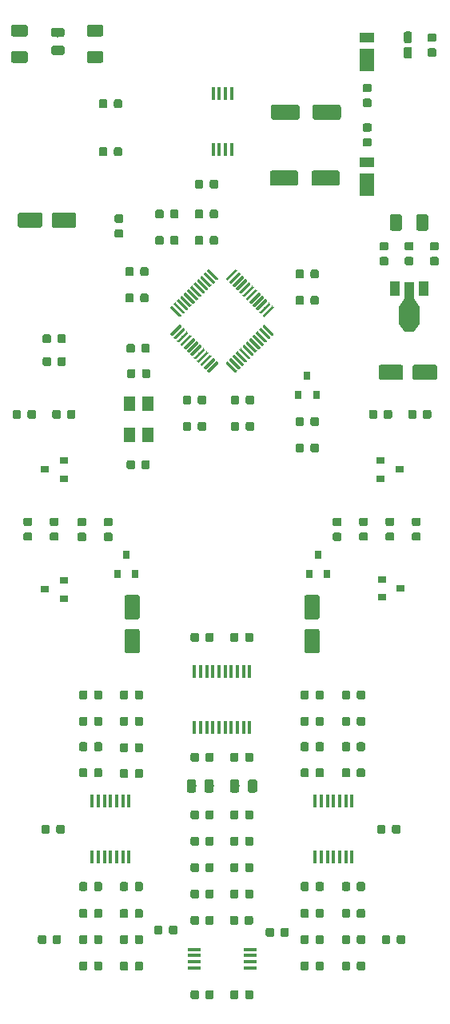
<source format=gbr>
G04 #@! TF.GenerationSoftware,KiCad,Pcbnew,5.1.4-e60b266~84~ubuntu18.04.1*
G04 #@! TF.CreationDate,2019-10-28T13:52:21+08:00*
G04 #@! TF.ProjectId,Waves,57617665-732e-46b6-9963-61645f706362,rev?*
G04 #@! TF.SameCoordinates,Original*
G04 #@! TF.FileFunction,Paste,Bot*
G04 #@! TF.FilePolarity,Positive*
%FSLAX46Y46*%
G04 Gerber Fmt 4.6, Leading zero omitted, Abs format (unit mm)*
G04 Created by KiCad (PCBNEW 5.1.4-e60b266~84~ubuntu18.04.1) date 2019-10-28 13:52:21*
%MOMM*%
%LPD*%
G04 APERTURE LIST*
%ADD10C,1.000000*%
%ADD11C,0.100000*%
%ADD12R,2.200000X1.840000*%
%ADD13R,1.000000X1.500000*%
%ADD14R,1.000000X1.800000*%
%ADD15C,0.850000*%
%ADD16C,0.875000*%
%ADD17R,0.900000X0.800000*%
%ADD18R,1.300000X1.600000*%
%ADD19R,0.450000X1.450000*%
%ADD20R,1.450000X0.450000*%
%ADD21C,0.300000*%
%ADD22R,0.800000X0.900000*%
%ADD23C,0.975000*%
%ADD24R,1.500000X1.050000*%
%ADD25R,1.500000X2.400000*%
%ADD26C,1.600000*%
%ADD27C,1.250000*%
G04 APERTURE END LIST*
D10*
X146685000Y-78790800D03*
D11*
G36*
X147085000Y-78290800D02*
G01*
X147785000Y-79290800D01*
X145585000Y-79290800D01*
X146285000Y-78290800D01*
X147085000Y-78290800D01*
X147085000Y-78290800D01*
G37*
D12*
X146685000Y-80200500D03*
D13*
X148185000Y-77387000D03*
D14*
X146685000Y-77533500D03*
D13*
X145185000Y-77387000D03*
D15*
X146685000Y-81534000D03*
D11*
G36*
X146185000Y-81959000D02*
G01*
X145585000Y-81109000D01*
X147785000Y-81109000D01*
X147185000Y-81959000D01*
X146185000Y-81959000D01*
X146185000Y-81959000D01*
G37*
G36*
X142136691Y-103196053D02*
G01*
X142157926Y-103199203D01*
X142178750Y-103204419D01*
X142198962Y-103211651D01*
X142218368Y-103220830D01*
X142236781Y-103231866D01*
X142254024Y-103244654D01*
X142269930Y-103259070D01*
X142284346Y-103274976D01*
X142297134Y-103292219D01*
X142308170Y-103310632D01*
X142317349Y-103330038D01*
X142324581Y-103350250D01*
X142329797Y-103371074D01*
X142332947Y-103392309D01*
X142334000Y-103413750D01*
X142334000Y-103851250D01*
X142332947Y-103872691D01*
X142329797Y-103893926D01*
X142324581Y-103914750D01*
X142317349Y-103934962D01*
X142308170Y-103954368D01*
X142297134Y-103972781D01*
X142284346Y-103990024D01*
X142269930Y-104005930D01*
X142254024Y-104020346D01*
X142236781Y-104033134D01*
X142218368Y-104044170D01*
X142198962Y-104053349D01*
X142178750Y-104060581D01*
X142157926Y-104065797D01*
X142136691Y-104068947D01*
X142115250Y-104070000D01*
X141602750Y-104070000D01*
X141581309Y-104068947D01*
X141560074Y-104065797D01*
X141539250Y-104060581D01*
X141519038Y-104053349D01*
X141499632Y-104044170D01*
X141481219Y-104033134D01*
X141463976Y-104020346D01*
X141448070Y-104005930D01*
X141433654Y-103990024D01*
X141420866Y-103972781D01*
X141409830Y-103954368D01*
X141400651Y-103934962D01*
X141393419Y-103914750D01*
X141388203Y-103893926D01*
X141385053Y-103872691D01*
X141384000Y-103851250D01*
X141384000Y-103413750D01*
X141385053Y-103392309D01*
X141388203Y-103371074D01*
X141393419Y-103350250D01*
X141400651Y-103330038D01*
X141409830Y-103310632D01*
X141420866Y-103292219D01*
X141433654Y-103274976D01*
X141448070Y-103259070D01*
X141463976Y-103244654D01*
X141481219Y-103231866D01*
X141499632Y-103220830D01*
X141519038Y-103211651D01*
X141539250Y-103204419D01*
X141560074Y-103199203D01*
X141581309Y-103196053D01*
X141602750Y-103195000D01*
X142115250Y-103195000D01*
X142136691Y-103196053D01*
X142136691Y-103196053D01*
G37*
D16*
X141859000Y-103632500D03*
D11*
G36*
X142136691Y-101621053D02*
G01*
X142157926Y-101624203D01*
X142178750Y-101629419D01*
X142198962Y-101636651D01*
X142218368Y-101645830D01*
X142236781Y-101656866D01*
X142254024Y-101669654D01*
X142269930Y-101684070D01*
X142284346Y-101699976D01*
X142297134Y-101717219D01*
X142308170Y-101735632D01*
X142317349Y-101755038D01*
X142324581Y-101775250D01*
X142329797Y-101796074D01*
X142332947Y-101817309D01*
X142334000Y-101838750D01*
X142334000Y-102276250D01*
X142332947Y-102297691D01*
X142329797Y-102318926D01*
X142324581Y-102339750D01*
X142317349Y-102359962D01*
X142308170Y-102379368D01*
X142297134Y-102397781D01*
X142284346Y-102415024D01*
X142269930Y-102430930D01*
X142254024Y-102445346D01*
X142236781Y-102458134D01*
X142218368Y-102469170D01*
X142198962Y-102478349D01*
X142178750Y-102485581D01*
X142157926Y-102490797D01*
X142136691Y-102493947D01*
X142115250Y-102495000D01*
X141602750Y-102495000D01*
X141581309Y-102493947D01*
X141560074Y-102490797D01*
X141539250Y-102485581D01*
X141519038Y-102478349D01*
X141499632Y-102469170D01*
X141481219Y-102458134D01*
X141463976Y-102445346D01*
X141448070Y-102430930D01*
X141433654Y-102415024D01*
X141420866Y-102397781D01*
X141409830Y-102379368D01*
X141400651Y-102359962D01*
X141393419Y-102339750D01*
X141388203Y-102318926D01*
X141385053Y-102297691D01*
X141384000Y-102276250D01*
X141384000Y-101838750D01*
X141385053Y-101817309D01*
X141388203Y-101796074D01*
X141393419Y-101775250D01*
X141400651Y-101755038D01*
X141409830Y-101735632D01*
X141420866Y-101717219D01*
X141433654Y-101699976D01*
X141448070Y-101684070D01*
X141463976Y-101669654D01*
X141481219Y-101656866D01*
X141499632Y-101645830D01*
X141519038Y-101636651D01*
X141539250Y-101629419D01*
X141560074Y-101624203D01*
X141581309Y-101621053D01*
X141602750Y-101620000D01*
X142115250Y-101620000D01*
X142136691Y-101621053D01*
X142136691Y-101621053D01*
G37*
D16*
X141859000Y-102057500D03*
D11*
G36*
X148830691Y-90204053D02*
G01*
X148851926Y-90207203D01*
X148872750Y-90212419D01*
X148892962Y-90219651D01*
X148912368Y-90228830D01*
X148930781Y-90239866D01*
X148948024Y-90252654D01*
X148963930Y-90267070D01*
X148978346Y-90282976D01*
X148991134Y-90300219D01*
X149002170Y-90318632D01*
X149011349Y-90338038D01*
X149018581Y-90358250D01*
X149023797Y-90379074D01*
X149026947Y-90400309D01*
X149028000Y-90421750D01*
X149028000Y-90934250D01*
X149026947Y-90955691D01*
X149023797Y-90976926D01*
X149018581Y-90997750D01*
X149011349Y-91017962D01*
X149002170Y-91037368D01*
X148991134Y-91055781D01*
X148978346Y-91073024D01*
X148963930Y-91088930D01*
X148948024Y-91103346D01*
X148930781Y-91116134D01*
X148912368Y-91127170D01*
X148892962Y-91136349D01*
X148872750Y-91143581D01*
X148851926Y-91148797D01*
X148830691Y-91151947D01*
X148809250Y-91153000D01*
X148371750Y-91153000D01*
X148350309Y-91151947D01*
X148329074Y-91148797D01*
X148308250Y-91143581D01*
X148288038Y-91136349D01*
X148268632Y-91127170D01*
X148250219Y-91116134D01*
X148232976Y-91103346D01*
X148217070Y-91088930D01*
X148202654Y-91073024D01*
X148189866Y-91055781D01*
X148178830Y-91037368D01*
X148169651Y-91017962D01*
X148162419Y-90997750D01*
X148157203Y-90976926D01*
X148154053Y-90955691D01*
X148153000Y-90934250D01*
X148153000Y-90421750D01*
X148154053Y-90400309D01*
X148157203Y-90379074D01*
X148162419Y-90358250D01*
X148169651Y-90338038D01*
X148178830Y-90318632D01*
X148189866Y-90300219D01*
X148202654Y-90282976D01*
X148217070Y-90267070D01*
X148232976Y-90252654D01*
X148250219Y-90239866D01*
X148268632Y-90228830D01*
X148288038Y-90219651D01*
X148308250Y-90212419D01*
X148329074Y-90207203D01*
X148350309Y-90204053D01*
X148371750Y-90203000D01*
X148809250Y-90203000D01*
X148830691Y-90204053D01*
X148830691Y-90204053D01*
G37*
D16*
X148590500Y-90678000D03*
D11*
G36*
X147255691Y-90204053D02*
G01*
X147276926Y-90207203D01*
X147297750Y-90212419D01*
X147317962Y-90219651D01*
X147337368Y-90228830D01*
X147355781Y-90239866D01*
X147373024Y-90252654D01*
X147388930Y-90267070D01*
X147403346Y-90282976D01*
X147416134Y-90300219D01*
X147427170Y-90318632D01*
X147436349Y-90338038D01*
X147443581Y-90358250D01*
X147448797Y-90379074D01*
X147451947Y-90400309D01*
X147453000Y-90421750D01*
X147453000Y-90934250D01*
X147451947Y-90955691D01*
X147448797Y-90976926D01*
X147443581Y-90997750D01*
X147436349Y-91017962D01*
X147427170Y-91037368D01*
X147416134Y-91055781D01*
X147403346Y-91073024D01*
X147388930Y-91088930D01*
X147373024Y-91103346D01*
X147355781Y-91116134D01*
X147337368Y-91127170D01*
X147317962Y-91136349D01*
X147297750Y-91143581D01*
X147276926Y-91148797D01*
X147255691Y-91151947D01*
X147234250Y-91153000D01*
X146796750Y-91153000D01*
X146775309Y-91151947D01*
X146754074Y-91148797D01*
X146733250Y-91143581D01*
X146713038Y-91136349D01*
X146693632Y-91127170D01*
X146675219Y-91116134D01*
X146657976Y-91103346D01*
X146642070Y-91088930D01*
X146627654Y-91073024D01*
X146614866Y-91055781D01*
X146603830Y-91037368D01*
X146594651Y-91017962D01*
X146587419Y-90997750D01*
X146582203Y-90976926D01*
X146579053Y-90955691D01*
X146578000Y-90934250D01*
X146578000Y-90421750D01*
X146579053Y-90400309D01*
X146582203Y-90379074D01*
X146587419Y-90358250D01*
X146594651Y-90338038D01*
X146603830Y-90318632D01*
X146614866Y-90300219D01*
X146627654Y-90282976D01*
X146642070Y-90267070D01*
X146657976Y-90252654D01*
X146675219Y-90239866D01*
X146693632Y-90228830D01*
X146713038Y-90219651D01*
X146733250Y-90212419D01*
X146754074Y-90207203D01*
X146775309Y-90204053D01*
X146796750Y-90203000D01*
X147234250Y-90203000D01*
X147255691Y-90204053D01*
X147255691Y-90204053D01*
G37*
D16*
X147015500Y-90678000D03*
D11*
G36*
X144930691Y-101621053D02*
G01*
X144951926Y-101624203D01*
X144972750Y-101629419D01*
X144992962Y-101636651D01*
X145012368Y-101645830D01*
X145030781Y-101656866D01*
X145048024Y-101669654D01*
X145063930Y-101684070D01*
X145078346Y-101699976D01*
X145091134Y-101717219D01*
X145102170Y-101735632D01*
X145111349Y-101755038D01*
X145118581Y-101775250D01*
X145123797Y-101796074D01*
X145126947Y-101817309D01*
X145128000Y-101838750D01*
X145128000Y-102276250D01*
X145126947Y-102297691D01*
X145123797Y-102318926D01*
X145118581Y-102339750D01*
X145111349Y-102359962D01*
X145102170Y-102379368D01*
X145091134Y-102397781D01*
X145078346Y-102415024D01*
X145063930Y-102430930D01*
X145048024Y-102445346D01*
X145030781Y-102458134D01*
X145012368Y-102469170D01*
X144992962Y-102478349D01*
X144972750Y-102485581D01*
X144951926Y-102490797D01*
X144930691Y-102493947D01*
X144909250Y-102495000D01*
X144396750Y-102495000D01*
X144375309Y-102493947D01*
X144354074Y-102490797D01*
X144333250Y-102485581D01*
X144313038Y-102478349D01*
X144293632Y-102469170D01*
X144275219Y-102458134D01*
X144257976Y-102445346D01*
X144242070Y-102430930D01*
X144227654Y-102415024D01*
X144214866Y-102397781D01*
X144203830Y-102379368D01*
X144194651Y-102359962D01*
X144187419Y-102339750D01*
X144182203Y-102318926D01*
X144179053Y-102297691D01*
X144178000Y-102276250D01*
X144178000Y-101838750D01*
X144179053Y-101817309D01*
X144182203Y-101796074D01*
X144187419Y-101775250D01*
X144194651Y-101755038D01*
X144203830Y-101735632D01*
X144214866Y-101717219D01*
X144227654Y-101699976D01*
X144242070Y-101684070D01*
X144257976Y-101669654D01*
X144275219Y-101656866D01*
X144293632Y-101645830D01*
X144313038Y-101636651D01*
X144333250Y-101629419D01*
X144354074Y-101624203D01*
X144375309Y-101621053D01*
X144396750Y-101620000D01*
X144909250Y-101620000D01*
X144930691Y-101621053D01*
X144930691Y-101621053D01*
G37*
D16*
X144653000Y-102057500D03*
D11*
G36*
X144930691Y-103196053D02*
G01*
X144951926Y-103199203D01*
X144972750Y-103204419D01*
X144992962Y-103211651D01*
X145012368Y-103220830D01*
X145030781Y-103231866D01*
X145048024Y-103244654D01*
X145063930Y-103259070D01*
X145078346Y-103274976D01*
X145091134Y-103292219D01*
X145102170Y-103310632D01*
X145111349Y-103330038D01*
X145118581Y-103350250D01*
X145123797Y-103371074D01*
X145126947Y-103392309D01*
X145128000Y-103413750D01*
X145128000Y-103851250D01*
X145126947Y-103872691D01*
X145123797Y-103893926D01*
X145118581Y-103914750D01*
X145111349Y-103934962D01*
X145102170Y-103954368D01*
X145091134Y-103972781D01*
X145078346Y-103990024D01*
X145063930Y-104005930D01*
X145048024Y-104020346D01*
X145030781Y-104033134D01*
X145012368Y-104044170D01*
X144992962Y-104053349D01*
X144972750Y-104060581D01*
X144951926Y-104065797D01*
X144930691Y-104068947D01*
X144909250Y-104070000D01*
X144396750Y-104070000D01*
X144375309Y-104068947D01*
X144354074Y-104065797D01*
X144333250Y-104060581D01*
X144313038Y-104053349D01*
X144293632Y-104044170D01*
X144275219Y-104033134D01*
X144257976Y-104020346D01*
X144242070Y-104005930D01*
X144227654Y-103990024D01*
X144214866Y-103972781D01*
X144203830Y-103954368D01*
X144194651Y-103934962D01*
X144187419Y-103914750D01*
X144182203Y-103893926D01*
X144179053Y-103872691D01*
X144178000Y-103851250D01*
X144178000Y-103413750D01*
X144179053Y-103392309D01*
X144182203Y-103371074D01*
X144187419Y-103350250D01*
X144194651Y-103330038D01*
X144203830Y-103310632D01*
X144214866Y-103292219D01*
X144227654Y-103274976D01*
X144242070Y-103259070D01*
X144257976Y-103244654D01*
X144275219Y-103231866D01*
X144293632Y-103220830D01*
X144313038Y-103211651D01*
X144333250Y-103204419D01*
X144354074Y-103199203D01*
X144375309Y-103196053D01*
X144396750Y-103195000D01*
X144909250Y-103195000D01*
X144930691Y-103196053D01*
X144930691Y-103196053D01*
G37*
D16*
X144653000Y-103632500D03*
D11*
G36*
X106576691Y-103196053D02*
G01*
X106597926Y-103199203D01*
X106618750Y-103204419D01*
X106638962Y-103211651D01*
X106658368Y-103220830D01*
X106676781Y-103231866D01*
X106694024Y-103244654D01*
X106709930Y-103259070D01*
X106724346Y-103274976D01*
X106737134Y-103292219D01*
X106748170Y-103310632D01*
X106757349Y-103330038D01*
X106764581Y-103350250D01*
X106769797Y-103371074D01*
X106772947Y-103392309D01*
X106774000Y-103413750D01*
X106774000Y-103851250D01*
X106772947Y-103872691D01*
X106769797Y-103893926D01*
X106764581Y-103914750D01*
X106757349Y-103934962D01*
X106748170Y-103954368D01*
X106737134Y-103972781D01*
X106724346Y-103990024D01*
X106709930Y-104005930D01*
X106694024Y-104020346D01*
X106676781Y-104033134D01*
X106658368Y-104044170D01*
X106638962Y-104053349D01*
X106618750Y-104060581D01*
X106597926Y-104065797D01*
X106576691Y-104068947D01*
X106555250Y-104070000D01*
X106042750Y-104070000D01*
X106021309Y-104068947D01*
X106000074Y-104065797D01*
X105979250Y-104060581D01*
X105959038Y-104053349D01*
X105939632Y-104044170D01*
X105921219Y-104033134D01*
X105903976Y-104020346D01*
X105888070Y-104005930D01*
X105873654Y-103990024D01*
X105860866Y-103972781D01*
X105849830Y-103954368D01*
X105840651Y-103934962D01*
X105833419Y-103914750D01*
X105828203Y-103893926D01*
X105825053Y-103872691D01*
X105824000Y-103851250D01*
X105824000Y-103413750D01*
X105825053Y-103392309D01*
X105828203Y-103371074D01*
X105833419Y-103350250D01*
X105840651Y-103330038D01*
X105849830Y-103310632D01*
X105860866Y-103292219D01*
X105873654Y-103274976D01*
X105888070Y-103259070D01*
X105903976Y-103244654D01*
X105921219Y-103231866D01*
X105939632Y-103220830D01*
X105959038Y-103211651D01*
X105979250Y-103204419D01*
X106000074Y-103199203D01*
X106021309Y-103196053D01*
X106042750Y-103195000D01*
X106555250Y-103195000D01*
X106576691Y-103196053D01*
X106576691Y-103196053D01*
G37*
D16*
X106299000Y-103632500D03*
D11*
G36*
X106576691Y-101621053D02*
G01*
X106597926Y-101624203D01*
X106618750Y-101629419D01*
X106638962Y-101636651D01*
X106658368Y-101645830D01*
X106676781Y-101656866D01*
X106694024Y-101669654D01*
X106709930Y-101684070D01*
X106724346Y-101699976D01*
X106737134Y-101717219D01*
X106748170Y-101735632D01*
X106757349Y-101755038D01*
X106764581Y-101775250D01*
X106769797Y-101796074D01*
X106772947Y-101817309D01*
X106774000Y-101838750D01*
X106774000Y-102276250D01*
X106772947Y-102297691D01*
X106769797Y-102318926D01*
X106764581Y-102339750D01*
X106757349Y-102359962D01*
X106748170Y-102379368D01*
X106737134Y-102397781D01*
X106724346Y-102415024D01*
X106709930Y-102430930D01*
X106694024Y-102445346D01*
X106676781Y-102458134D01*
X106658368Y-102469170D01*
X106638962Y-102478349D01*
X106618750Y-102485581D01*
X106597926Y-102490797D01*
X106576691Y-102493947D01*
X106555250Y-102495000D01*
X106042750Y-102495000D01*
X106021309Y-102493947D01*
X106000074Y-102490797D01*
X105979250Y-102485581D01*
X105959038Y-102478349D01*
X105939632Y-102469170D01*
X105921219Y-102458134D01*
X105903976Y-102445346D01*
X105888070Y-102430930D01*
X105873654Y-102415024D01*
X105860866Y-102397781D01*
X105849830Y-102379368D01*
X105840651Y-102359962D01*
X105833419Y-102339750D01*
X105828203Y-102318926D01*
X105825053Y-102297691D01*
X105824000Y-102276250D01*
X105824000Y-101838750D01*
X105825053Y-101817309D01*
X105828203Y-101796074D01*
X105833419Y-101775250D01*
X105840651Y-101755038D01*
X105849830Y-101735632D01*
X105860866Y-101717219D01*
X105873654Y-101699976D01*
X105888070Y-101684070D01*
X105903976Y-101669654D01*
X105921219Y-101656866D01*
X105939632Y-101645830D01*
X105959038Y-101636651D01*
X105979250Y-101629419D01*
X106000074Y-101624203D01*
X106021309Y-101621053D01*
X106042750Y-101620000D01*
X106555250Y-101620000D01*
X106576691Y-101621053D01*
X106576691Y-101621053D01*
G37*
D16*
X106299000Y-102057500D03*
D11*
G36*
X106945691Y-90204053D02*
G01*
X106966926Y-90207203D01*
X106987750Y-90212419D01*
X107007962Y-90219651D01*
X107027368Y-90228830D01*
X107045781Y-90239866D01*
X107063024Y-90252654D01*
X107078930Y-90267070D01*
X107093346Y-90282976D01*
X107106134Y-90300219D01*
X107117170Y-90318632D01*
X107126349Y-90338038D01*
X107133581Y-90358250D01*
X107138797Y-90379074D01*
X107141947Y-90400309D01*
X107143000Y-90421750D01*
X107143000Y-90934250D01*
X107141947Y-90955691D01*
X107138797Y-90976926D01*
X107133581Y-90997750D01*
X107126349Y-91017962D01*
X107117170Y-91037368D01*
X107106134Y-91055781D01*
X107093346Y-91073024D01*
X107078930Y-91088930D01*
X107063024Y-91103346D01*
X107045781Y-91116134D01*
X107027368Y-91127170D01*
X107007962Y-91136349D01*
X106987750Y-91143581D01*
X106966926Y-91148797D01*
X106945691Y-91151947D01*
X106924250Y-91153000D01*
X106486750Y-91153000D01*
X106465309Y-91151947D01*
X106444074Y-91148797D01*
X106423250Y-91143581D01*
X106403038Y-91136349D01*
X106383632Y-91127170D01*
X106365219Y-91116134D01*
X106347976Y-91103346D01*
X106332070Y-91088930D01*
X106317654Y-91073024D01*
X106304866Y-91055781D01*
X106293830Y-91037368D01*
X106284651Y-91017962D01*
X106277419Y-90997750D01*
X106272203Y-90976926D01*
X106269053Y-90955691D01*
X106268000Y-90934250D01*
X106268000Y-90421750D01*
X106269053Y-90400309D01*
X106272203Y-90379074D01*
X106277419Y-90358250D01*
X106284651Y-90338038D01*
X106293830Y-90318632D01*
X106304866Y-90300219D01*
X106317654Y-90282976D01*
X106332070Y-90267070D01*
X106347976Y-90252654D01*
X106365219Y-90239866D01*
X106383632Y-90228830D01*
X106403038Y-90219651D01*
X106423250Y-90212419D01*
X106444074Y-90207203D01*
X106465309Y-90204053D01*
X106486750Y-90203000D01*
X106924250Y-90203000D01*
X106945691Y-90204053D01*
X106945691Y-90204053D01*
G37*
D16*
X106705500Y-90678000D03*
D11*
G36*
X105370691Y-90204053D02*
G01*
X105391926Y-90207203D01*
X105412750Y-90212419D01*
X105432962Y-90219651D01*
X105452368Y-90228830D01*
X105470781Y-90239866D01*
X105488024Y-90252654D01*
X105503930Y-90267070D01*
X105518346Y-90282976D01*
X105531134Y-90300219D01*
X105542170Y-90318632D01*
X105551349Y-90338038D01*
X105558581Y-90358250D01*
X105563797Y-90379074D01*
X105566947Y-90400309D01*
X105568000Y-90421750D01*
X105568000Y-90934250D01*
X105566947Y-90955691D01*
X105563797Y-90976926D01*
X105558581Y-90997750D01*
X105551349Y-91017962D01*
X105542170Y-91037368D01*
X105531134Y-91055781D01*
X105518346Y-91073024D01*
X105503930Y-91088930D01*
X105488024Y-91103346D01*
X105470781Y-91116134D01*
X105452368Y-91127170D01*
X105432962Y-91136349D01*
X105412750Y-91143581D01*
X105391926Y-91148797D01*
X105370691Y-91151947D01*
X105349250Y-91153000D01*
X104911750Y-91153000D01*
X104890309Y-91151947D01*
X104869074Y-91148797D01*
X104848250Y-91143581D01*
X104828038Y-91136349D01*
X104808632Y-91127170D01*
X104790219Y-91116134D01*
X104772976Y-91103346D01*
X104757070Y-91088930D01*
X104742654Y-91073024D01*
X104729866Y-91055781D01*
X104718830Y-91037368D01*
X104709651Y-91017962D01*
X104702419Y-90997750D01*
X104697203Y-90976926D01*
X104694053Y-90955691D01*
X104693000Y-90934250D01*
X104693000Y-90421750D01*
X104694053Y-90400309D01*
X104697203Y-90379074D01*
X104702419Y-90358250D01*
X104709651Y-90338038D01*
X104718830Y-90318632D01*
X104729866Y-90300219D01*
X104742654Y-90282976D01*
X104757070Y-90267070D01*
X104772976Y-90252654D01*
X104790219Y-90239866D01*
X104808632Y-90228830D01*
X104828038Y-90219651D01*
X104848250Y-90212419D01*
X104869074Y-90207203D01*
X104890309Y-90204053D01*
X104911750Y-90203000D01*
X105349250Y-90203000D01*
X105370691Y-90204053D01*
X105370691Y-90204053D01*
G37*
D16*
X105130500Y-90678000D03*
D17*
X145780000Y-109093000D03*
X143780000Y-108143000D03*
X143780000Y-110043000D03*
D11*
G36*
X147724691Y-103196053D02*
G01*
X147745926Y-103199203D01*
X147766750Y-103204419D01*
X147786962Y-103211651D01*
X147806368Y-103220830D01*
X147824781Y-103231866D01*
X147842024Y-103244654D01*
X147857930Y-103259070D01*
X147872346Y-103274976D01*
X147885134Y-103292219D01*
X147896170Y-103310632D01*
X147905349Y-103330038D01*
X147912581Y-103350250D01*
X147917797Y-103371074D01*
X147920947Y-103392309D01*
X147922000Y-103413750D01*
X147922000Y-103851250D01*
X147920947Y-103872691D01*
X147917797Y-103893926D01*
X147912581Y-103914750D01*
X147905349Y-103934962D01*
X147896170Y-103954368D01*
X147885134Y-103972781D01*
X147872346Y-103990024D01*
X147857930Y-104005930D01*
X147842024Y-104020346D01*
X147824781Y-104033134D01*
X147806368Y-104044170D01*
X147786962Y-104053349D01*
X147766750Y-104060581D01*
X147745926Y-104065797D01*
X147724691Y-104068947D01*
X147703250Y-104070000D01*
X147190750Y-104070000D01*
X147169309Y-104068947D01*
X147148074Y-104065797D01*
X147127250Y-104060581D01*
X147107038Y-104053349D01*
X147087632Y-104044170D01*
X147069219Y-104033134D01*
X147051976Y-104020346D01*
X147036070Y-104005930D01*
X147021654Y-103990024D01*
X147008866Y-103972781D01*
X146997830Y-103954368D01*
X146988651Y-103934962D01*
X146981419Y-103914750D01*
X146976203Y-103893926D01*
X146973053Y-103872691D01*
X146972000Y-103851250D01*
X146972000Y-103413750D01*
X146973053Y-103392309D01*
X146976203Y-103371074D01*
X146981419Y-103350250D01*
X146988651Y-103330038D01*
X146997830Y-103310632D01*
X147008866Y-103292219D01*
X147021654Y-103274976D01*
X147036070Y-103259070D01*
X147051976Y-103244654D01*
X147069219Y-103231866D01*
X147087632Y-103220830D01*
X147107038Y-103211651D01*
X147127250Y-103204419D01*
X147148074Y-103199203D01*
X147169309Y-103196053D01*
X147190750Y-103195000D01*
X147703250Y-103195000D01*
X147724691Y-103196053D01*
X147724691Y-103196053D01*
G37*
D16*
X147447000Y-103632500D03*
D11*
G36*
X147724691Y-101621053D02*
G01*
X147745926Y-101624203D01*
X147766750Y-101629419D01*
X147786962Y-101636651D01*
X147806368Y-101645830D01*
X147824781Y-101656866D01*
X147842024Y-101669654D01*
X147857930Y-101684070D01*
X147872346Y-101699976D01*
X147885134Y-101717219D01*
X147896170Y-101735632D01*
X147905349Y-101755038D01*
X147912581Y-101775250D01*
X147917797Y-101796074D01*
X147920947Y-101817309D01*
X147922000Y-101838750D01*
X147922000Y-102276250D01*
X147920947Y-102297691D01*
X147917797Y-102318926D01*
X147912581Y-102339750D01*
X147905349Y-102359962D01*
X147896170Y-102379368D01*
X147885134Y-102397781D01*
X147872346Y-102415024D01*
X147857930Y-102430930D01*
X147842024Y-102445346D01*
X147824781Y-102458134D01*
X147806368Y-102469170D01*
X147786962Y-102478349D01*
X147766750Y-102485581D01*
X147745926Y-102490797D01*
X147724691Y-102493947D01*
X147703250Y-102495000D01*
X147190750Y-102495000D01*
X147169309Y-102493947D01*
X147148074Y-102490797D01*
X147127250Y-102485581D01*
X147107038Y-102478349D01*
X147087632Y-102469170D01*
X147069219Y-102458134D01*
X147051976Y-102445346D01*
X147036070Y-102430930D01*
X147021654Y-102415024D01*
X147008866Y-102397781D01*
X146997830Y-102379368D01*
X146988651Y-102359962D01*
X146981419Y-102339750D01*
X146976203Y-102318926D01*
X146973053Y-102297691D01*
X146972000Y-102276250D01*
X146972000Y-101838750D01*
X146973053Y-101817309D01*
X146976203Y-101796074D01*
X146981419Y-101775250D01*
X146988651Y-101755038D01*
X146997830Y-101735632D01*
X147008866Y-101717219D01*
X147021654Y-101699976D01*
X147036070Y-101684070D01*
X147051976Y-101669654D01*
X147069219Y-101656866D01*
X147087632Y-101645830D01*
X147107038Y-101636651D01*
X147127250Y-101629419D01*
X147148074Y-101624203D01*
X147169309Y-101621053D01*
X147190750Y-101620000D01*
X147703250Y-101620000D01*
X147724691Y-101621053D01*
X147724691Y-101621053D01*
G37*
D16*
X147447000Y-102057500D03*
D11*
G36*
X109370691Y-101621053D02*
G01*
X109391926Y-101624203D01*
X109412750Y-101629419D01*
X109432962Y-101636651D01*
X109452368Y-101645830D01*
X109470781Y-101656866D01*
X109488024Y-101669654D01*
X109503930Y-101684070D01*
X109518346Y-101699976D01*
X109531134Y-101717219D01*
X109542170Y-101735632D01*
X109551349Y-101755038D01*
X109558581Y-101775250D01*
X109563797Y-101796074D01*
X109566947Y-101817309D01*
X109568000Y-101838750D01*
X109568000Y-102276250D01*
X109566947Y-102297691D01*
X109563797Y-102318926D01*
X109558581Y-102339750D01*
X109551349Y-102359962D01*
X109542170Y-102379368D01*
X109531134Y-102397781D01*
X109518346Y-102415024D01*
X109503930Y-102430930D01*
X109488024Y-102445346D01*
X109470781Y-102458134D01*
X109452368Y-102469170D01*
X109432962Y-102478349D01*
X109412750Y-102485581D01*
X109391926Y-102490797D01*
X109370691Y-102493947D01*
X109349250Y-102495000D01*
X108836750Y-102495000D01*
X108815309Y-102493947D01*
X108794074Y-102490797D01*
X108773250Y-102485581D01*
X108753038Y-102478349D01*
X108733632Y-102469170D01*
X108715219Y-102458134D01*
X108697976Y-102445346D01*
X108682070Y-102430930D01*
X108667654Y-102415024D01*
X108654866Y-102397781D01*
X108643830Y-102379368D01*
X108634651Y-102359962D01*
X108627419Y-102339750D01*
X108622203Y-102318926D01*
X108619053Y-102297691D01*
X108618000Y-102276250D01*
X108618000Y-101838750D01*
X108619053Y-101817309D01*
X108622203Y-101796074D01*
X108627419Y-101775250D01*
X108634651Y-101755038D01*
X108643830Y-101735632D01*
X108654866Y-101717219D01*
X108667654Y-101699976D01*
X108682070Y-101684070D01*
X108697976Y-101669654D01*
X108715219Y-101656866D01*
X108733632Y-101645830D01*
X108753038Y-101636651D01*
X108773250Y-101629419D01*
X108794074Y-101624203D01*
X108815309Y-101621053D01*
X108836750Y-101620000D01*
X109349250Y-101620000D01*
X109370691Y-101621053D01*
X109370691Y-101621053D01*
G37*
D16*
X109093000Y-102057500D03*
D11*
G36*
X109370691Y-103196053D02*
G01*
X109391926Y-103199203D01*
X109412750Y-103204419D01*
X109432962Y-103211651D01*
X109452368Y-103220830D01*
X109470781Y-103231866D01*
X109488024Y-103244654D01*
X109503930Y-103259070D01*
X109518346Y-103274976D01*
X109531134Y-103292219D01*
X109542170Y-103310632D01*
X109551349Y-103330038D01*
X109558581Y-103350250D01*
X109563797Y-103371074D01*
X109566947Y-103392309D01*
X109568000Y-103413750D01*
X109568000Y-103851250D01*
X109566947Y-103872691D01*
X109563797Y-103893926D01*
X109558581Y-103914750D01*
X109551349Y-103934962D01*
X109542170Y-103954368D01*
X109531134Y-103972781D01*
X109518346Y-103990024D01*
X109503930Y-104005930D01*
X109488024Y-104020346D01*
X109470781Y-104033134D01*
X109452368Y-104044170D01*
X109432962Y-104053349D01*
X109412750Y-104060581D01*
X109391926Y-104065797D01*
X109370691Y-104068947D01*
X109349250Y-104070000D01*
X108836750Y-104070000D01*
X108815309Y-104068947D01*
X108794074Y-104065797D01*
X108773250Y-104060581D01*
X108753038Y-104053349D01*
X108733632Y-104044170D01*
X108715219Y-104033134D01*
X108697976Y-104020346D01*
X108682070Y-104005930D01*
X108667654Y-103990024D01*
X108654866Y-103972781D01*
X108643830Y-103954368D01*
X108634651Y-103934962D01*
X108627419Y-103914750D01*
X108622203Y-103893926D01*
X108619053Y-103872691D01*
X108618000Y-103851250D01*
X108618000Y-103413750D01*
X108619053Y-103392309D01*
X108622203Y-103371074D01*
X108627419Y-103350250D01*
X108634651Y-103330038D01*
X108643830Y-103310632D01*
X108654866Y-103292219D01*
X108667654Y-103274976D01*
X108682070Y-103259070D01*
X108697976Y-103244654D01*
X108715219Y-103231866D01*
X108733632Y-103220830D01*
X108753038Y-103211651D01*
X108773250Y-103204419D01*
X108794074Y-103199203D01*
X108815309Y-103196053D01*
X108836750Y-103195000D01*
X109349250Y-103195000D01*
X109370691Y-103196053D01*
X109370691Y-103196053D01*
G37*
D16*
X109093000Y-103632500D03*
D11*
G36*
X110120691Y-82203053D02*
G01*
X110141926Y-82206203D01*
X110162750Y-82211419D01*
X110182962Y-82218651D01*
X110202368Y-82227830D01*
X110220781Y-82238866D01*
X110238024Y-82251654D01*
X110253930Y-82266070D01*
X110268346Y-82281976D01*
X110281134Y-82299219D01*
X110292170Y-82317632D01*
X110301349Y-82337038D01*
X110308581Y-82357250D01*
X110313797Y-82378074D01*
X110316947Y-82399309D01*
X110318000Y-82420750D01*
X110318000Y-82933250D01*
X110316947Y-82954691D01*
X110313797Y-82975926D01*
X110308581Y-82996750D01*
X110301349Y-83016962D01*
X110292170Y-83036368D01*
X110281134Y-83054781D01*
X110268346Y-83072024D01*
X110253930Y-83087930D01*
X110238024Y-83102346D01*
X110220781Y-83115134D01*
X110202368Y-83126170D01*
X110182962Y-83135349D01*
X110162750Y-83142581D01*
X110141926Y-83147797D01*
X110120691Y-83150947D01*
X110099250Y-83152000D01*
X109661750Y-83152000D01*
X109640309Y-83150947D01*
X109619074Y-83147797D01*
X109598250Y-83142581D01*
X109578038Y-83135349D01*
X109558632Y-83126170D01*
X109540219Y-83115134D01*
X109522976Y-83102346D01*
X109507070Y-83087930D01*
X109492654Y-83072024D01*
X109479866Y-83054781D01*
X109468830Y-83036368D01*
X109459651Y-83016962D01*
X109452419Y-82996750D01*
X109447203Y-82975926D01*
X109444053Y-82954691D01*
X109443000Y-82933250D01*
X109443000Y-82420750D01*
X109444053Y-82399309D01*
X109447203Y-82378074D01*
X109452419Y-82357250D01*
X109459651Y-82337038D01*
X109468830Y-82317632D01*
X109479866Y-82299219D01*
X109492654Y-82281976D01*
X109507070Y-82266070D01*
X109522976Y-82251654D01*
X109540219Y-82238866D01*
X109558632Y-82227830D01*
X109578038Y-82218651D01*
X109598250Y-82211419D01*
X109619074Y-82206203D01*
X109640309Y-82203053D01*
X109661750Y-82202000D01*
X110099250Y-82202000D01*
X110120691Y-82203053D01*
X110120691Y-82203053D01*
G37*
D16*
X109880500Y-82677000D03*
D11*
G36*
X108545691Y-82203053D02*
G01*
X108566926Y-82206203D01*
X108587750Y-82211419D01*
X108607962Y-82218651D01*
X108627368Y-82227830D01*
X108645781Y-82238866D01*
X108663024Y-82251654D01*
X108678930Y-82266070D01*
X108693346Y-82281976D01*
X108706134Y-82299219D01*
X108717170Y-82317632D01*
X108726349Y-82337038D01*
X108733581Y-82357250D01*
X108738797Y-82378074D01*
X108741947Y-82399309D01*
X108743000Y-82420750D01*
X108743000Y-82933250D01*
X108741947Y-82954691D01*
X108738797Y-82975926D01*
X108733581Y-82996750D01*
X108726349Y-83016962D01*
X108717170Y-83036368D01*
X108706134Y-83054781D01*
X108693346Y-83072024D01*
X108678930Y-83087930D01*
X108663024Y-83102346D01*
X108645781Y-83115134D01*
X108627368Y-83126170D01*
X108607962Y-83135349D01*
X108587750Y-83142581D01*
X108566926Y-83147797D01*
X108545691Y-83150947D01*
X108524250Y-83152000D01*
X108086750Y-83152000D01*
X108065309Y-83150947D01*
X108044074Y-83147797D01*
X108023250Y-83142581D01*
X108003038Y-83135349D01*
X107983632Y-83126170D01*
X107965219Y-83115134D01*
X107947976Y-83102346D01*
X107932070Y-83087930D01*
X107917654Y-83072024D01*
X107904866Y-83054781D01*
X107893830Y-83036368D01*
X107884651Y-83016962D01*
X107877419Y-82996750D01*
X107872203Y-82975926D01*
X107869053Y-82954691D01*
X107868000Y-82933250D01*
X107868000Y-82420750D01*
X107869053Y-82399309D01*
X107872203Y-82378074D01*
X107877419Y-82357250D01*
X107884651Y-82337038D01*
X107893830Y-82317632D01*
X107904866Y-82299219D01*
X107917654Y-82281976D01*
X107932070Y-82266070D01*
X107947976Y-82251654D01*
X107965219Y-82238866D01*
X107983632Y-82227830D01*
X108003038Y-82218651D01*
X108023250Y-82211419D01*
X108044074Y-82206203D01*
X108065309Y-82203053D01*
X108086750Y-82202000D01*
X108524250Y-82202000D01*
X108545691Y-82203053D01*
X108545691Y-82203053D01*
G37*
D16*
X108305500Y-82677000D03*
D18*
X117034000Y-89561400D03*
X117034000Y-92861400D03*
X119034000Y-92861400D03*
X119034000Y-89561400D03*
D19*
X136734000Y-137570000D03*
X137384000Y-137570000D03*
X138034000Y-137570000D03*
X138684000Y-137570000D03*
X139334000Y-137570000D03*
X139984000Y-137570000D03*
X140634000Y-137570000D03*
X140634000Y-131670000D03*
X139984000Y-131670000D03*
X139334000Y-131670000D03*
X138684000Y-131670000D03*
X138034000Y-131670000D03*
X137384000Y-131670000D03*
X136734000Y-131670000D03*
X113112000Y-137570000D03*
X113762000Y-137570000D03*
X114412000Y-137570000D03*
X115062000Y-137570000D03*
X115712000Y-137570000D03*
X116362000Y-137570000D03*
X117012000Y-137570000D03*
X117012000Y-131670000D03*
X116362000Y-131670000D03*
X115712000Y-131670000D03*
X115062000Y-131670000D03*
X114412000Y-131670000D03*
X113762000Y-131670000D03*
X113112000Y-131670000D03*
D20*
X129823000Y-149311000D03*
X129823000Y-148661000D03*
X129823000Y-148011000D03*
X129823000Y-147361000D03*
X123923000Y-147361000D03*
X123923000Y-148011000D03*
X123923000Y-148661000D03*
X123923000Y-149311000D03*
D19*
X129798000Y-117954000D03*
X129148000Y-117954000D03*
X128498000Y-117954000D03*
X127848000Y-117954000D03*
X127198000Y-117954000D03*
X126548000Y-117954000D03*
X125898000Y-117954000D03*
X125248000Y-117954000D03*
X124598000Y-117954000D03*
X123948000Y-117954000D03*
X123948000Y-123854000D03*
X124598000Y-123854000D03*
X125248000Y-123854000D03*
X125898000Y-123854000D03*
X126548000Y-123854000D03*
X127198000Y-123854000D03*
X127848000Y-123854000D03*
X128498000Y-123854000D03*
X129148000Y-123854000D03*
X129798000Y-123854000D03*
X125923000Y-62640000D03*
X126573000Y-62640000D03*
X127223000Y-62640000D03*
X127873000Y-62640000D03*
X127873000Y-56740000D03*
X127223000Y-56740000D03*
X126573000Y-56740000D03*
X125923000Y-56740000D03*
D11*
G36*
X127463714Y-85063746D02*
G01*
X127470995Y-85064826D01*
X127478134Y-85066614D01*
X127485064Y-85069094D01*
X127491718Y-85072241D01*
X127498031Y-85076025D01*
X127503942Y-85080409D01*
X127509396Y-85085352D01*
X128446312Y-86022268D01*
X128451255Y-86027722D01*
X128455639Y-86033633D01*
X128459423Y-86039946D01*
X128462570Y-86046600D01*
X128465050Y-86053530D01*
X128466838Y-86060669D01*
X128467918Y-86067950D01*
X128468279Y-86075301D01*
X128467918Y-86082652D01*
X128466838Y-86089933D01*
X128465050Y-86097072D01*
X128462570Y-86104002D01*
X128459423Y-86110656D01*
X128455639Y-86116969D01*
X128451255Y-86122880D01*
X128446312Y-86128334D01*
X128340246Y-86234400D01*
X128334792Y-86239343D01*
X128328881Y-86243727D01*
X128322568Y-86247511D01*
X128315914Y-86250658D01*
X128308984Y-86253138D01*
X128301845Y-86254926D01*
X128294564Y-86256006D01*
X128287213Y-86256367D01*
X128279862Y-86256006D01*
X128272581Y-86254926D01*
X128265442Y-86253138D01*
X128258512Y-86250658D01*
X128251858Y-86247511D01*
X128245545Y-86243727D01*
X128239634Y-86239343D01*
X128234180Y-86234400D01*
X127297264Y-85297484D01*
X127292321Y-85292030D01*
X127287937Y-85286119D01*
X127284153Y-85279806D01*
X127281006Y-85273152D01*
X127278526Y-85266222D01*
X127276738Y-85259083D01*
X127275658Y-85251802D01*
X127275297Y-85244451D01*
X127275658Y-85237100D01*
X127276738Y-85229819D01*
X127278526Y-85222680D01*
X127281006Y-85215750D01*
X127284153Y-85209096D01*
X127287937Y-85202783D01*
X127292321Y-85196872D01*
X127297264Y-85191418D01*
X127403330Y-85085352D01*
X127408784Y-85080409D01*
X127414695Y-85076025D01*
X127421008Y-85072241D01*
X127427662Y-85069094D01*
X127434592Y-85066614D01*
X127441731Y-85064826D01*
X127449012Y-85063746D01*
X127456363Y-85063385D01*
X127463714Y-85063746D01*
X127463714Y-85063746D01*
G37*
D21*
X127871788Y-85659876D03*
D11*
G36*
X127817268Y-84710192D02*
G01*
X127824549Y-84711272D01*
X127831688Y-84713060D01*
X127838618Y-84715540D01*
X127845272Y-84718687D01*
X127851585Y-84722471D01*
X127857496Y-84726855D01*
X127862950Y-84731798D01*
X128799866Y-85668714D01*
X128804809Y-85674168D01*
X128809193Y-85680079D01*
X128812977Y-85686392D01*
X128816124Y-85693046D01*
X128818604Y-85699976D01*
X128820392Y-85707115D01*
X128821472Y-85714396D01*
X128821833Y-85721747D01*
X128821472Y-85729098D01*
X128820392Y-85736379D01*
X128818604Y-85743518D01*
X128816124Y-85750448D01*
X128812977Y-85757102D01*
X128809193Y-85763415D01*
X128804809Y-85769326D01*
X128799866Y-85774780D01*
X128693800Y-85880846D01*
X128688346Y-85885789D01*
X128682435Y-85890173D01*
X128676122Y-85893957D01*
X128669468Y-85897104D01*
X128662538Y-85899584D01*
X128655399Y-85901372D01*
X128648118Y-85902452D01*
X128640767Y-85902813D01*
X128633416Y-85902452D01*
X128626135Y-85901372D01*
X128618996Y-85899584D01*
X128612066Y-85897104D01*
X128605412Y-85893957D01*
X128599099Y-85890173D01*
X128593188Y-85885789D01*
X128587734Y-85880846D01*
X127650818Y-84943930D01*
X127645875Y-84938476D01*
X127641491Y-84932565D01*
X127637707Y-84926252D01*
X127634560Y-84919598D01*
X127632080Y-84912668D01*
X127630292Y-84905529D01*
X127629212Y-84898248D01*
X127628851Y-84890897D01*
X127629212Y-84883546D01*
X127630292Y-84876265D01*
X127632080Y-84869126D01*
X127634560Y-84862196D01*
X127637707Y-84855542D01*
X127641491Y-84849229D01*
X127645875Y-84843318D01*
X127650818Y-84837864D01*
X127756884Y-84731798D01*
X127762338Y-84726855D01*
X127768249Y-84722471D01*
X127774562Y-84718687D01*
X127781216Y-84715540D01*
X127788146Y-84713060D01*
X127795285Y-84711272D01*
X127802566Y-84710192D01*
X127809917Y-84709831D01*
X127817268Y-84710192D01*
X127817268Y-84710192D01*
G37*
D21*
X128225342Y-85306322D03*
D11*
G36*
X128170821Y-84356639D02*
G01*
X128178102Y-84357719D01*
X128185241Y-84359507D01*
X128192171Y-84361987D01*
X128198825Y-84365134D01*
X128205138Y-84368918D01*
X128211049Y-84373302D01*
X128216503Y-84378245D01*
X129153419Y-85315161D01*
X129158362Y-85320615D01*
X129162746Y-85326526D01*
X129166530Y-85332839D01*
X129169677Y-85339493D01*
X129172157Y-85346423D01*
X129173945Y-85353562D01*
X129175025Y-85360843D01*
X129175386Y-85368194D01*
X129175025Y-85375545D01*
X129173945Y-85382826D01*
X129172157Y-85389965D01*
X129169677Y-85396895D01*
X129166530Y-85403549D01*
X129162746Y-85409862D01*
X129158362Y-85415773D01*
X129153419Y-85421227D01*
X129047353Y-85527293D01*
X129041899Y-85532236D01*
X129035988Y-85536620D01*
X129029675Y-85540404D01*
X129023021Y-85543551D01*
X129016091Y-85546031D01*
X129008952Y-85547819D01*
X129001671Y-85548899D01*
X128994320Y-85549260D01*
X128986969Y-85548899D01*
X128979688Y-85547819D01*
X128972549Y-85546031D01*
X128965619Y-85543551D01*
X128958965Y-85540404D01*
X128952652Y-85536620D01*
X128946741Y-85532236D01*
X128941287Y-85527293D01*
X128004371Y-84590377D01*
X127999428Y-84584923D01*
X127995044Y-84579012D01*
X127991260Y-84572699D01*
X127988113Y-84566045D01*
X127985633Y-84559115D01*
X127983845Y-84551976D01*
X127982765Y-84544695D01*
X127982404Y-84537344D01*
X127982765Y-84529993D01*
X127983845Y-84522712D01*
X127985633Y-84515573D01*
X127988113Y-84508643D01*
X127991260Y-84501989D01*
X127995044Y-84495676D01*
X127999428Y-84489765D01*
X128004371Y-84484311D01*
X128110437Y-84378245D01*
X128115891Y-84373302D01*
X128121802Y-84368918D01*
X128128115Y-84365134D01*
X128134769Y-84361987D01*
X128141699Y-84359507D01*
X128148838Y-84357719D01*
X128156119Y-84356639D01*
X128163470Y-84356278D01*
X128170821Y-84356639D01*
X128170821Y-84356639D01*
G37*
D21*
X128578895Y-84952769D03*
D11*
G36*
X128524375Y-84003085D02*
G01*
X128531656Y-84004165D01*
X128538795Y-84005953D01*
X128545725Y-84008433D01*
X128552379Y-84011580D01*
X128558692Y-84015364D01*
X128564603Y-84019748D01*
X128570057Y-84024691D01*
X129506973Y-84961607D01*
X129511916Y-84967061D01*
X129516300Y-84972972D01*
X129520084Y-84979285D01*
X129523231Y-84985939D01*
X129525711Y-84992869D01*
X129527499Y-85000008D01*
X129528579Y-85007289D01*
X129528940Y-85014640D01*
X129528579Y-85021991D01*
X129527499Y-85029272D01*
X129525711Y-85036411D01*
X129523231Y-85043341D01*
X129520084Y-85049995D01*
X129516300Y-85056308D01*
X129511916Y-85062219D01*
X129506973Y-85067673D01*
X129400907Y-85173739D01*
X129395453Y-85178682D01*
X129389542Y-85183066D01*
X129383229Y-85186850D01*
X129376575Y-85189997D01*
X129369645Y-85192477D01*
X129362506Y-85194265D01*
X129355225Y-85195345D01*
X129347874Y-85195706D01*
X129340523Y-85195345D01*
X129333242Y-85194265D01*
X129326103Y-85192477D01*
X129319173Y-85189997D01*
X129312519Y-85186850D01*
X129306206Y-85183066D01*
X129300295Y-85178682D01*
X129294841Y-85173739D01*
X128357925Y-84236823D01*
X128352982Y-84231369D01*
X128348598Y-84225458D01*
X128344814Y-84219145D01*
X128341667Y-84212491D01*
X128339187Y-84205561D01*
X128337399Y-84198422D01*
X128336319Y-84191141D01*
X128335958Y-84183790D01*
X128336319Y-84176439D01*
X128337399Y-84169158D01*
X128339187Y-84162019D01*
X128341667Y-84155089D01*
X128344814Y-84148435D01*
X128348598Y-84142122D01*
X128352982Y-84136211D01*
X128357925Y-84130757D01*
X128463991Y-84024691D01*
X128469445Y-84019748D01*
X128475356Y-84015364D01*
X128481669Y-84011580D01*
X128488323Y-84008433D01*
X128495253Y-84005953D01*
X128502392Y-84004165D01*
X128509673Y-84003085D01*
X128517024Y-84002724D01*
X128524375Y-84003085D01*
X128524375Y-84003085D01*
G37*
D21*
X128932449Y-84599215D03*
D11*
G36*
X128877928Y-83649532D02*
G01*
X128885209Y-83650612D01*
X128892348Y-83652400D01*
X128899278Y-83654880D01*
X128905932Y-83658027D01*
X128912245Y-83661811D01*
X128918156Y-83666195D01*
X128923610Y-83671138D01*
X129860526Y-84608054D01*
X129865469Y-84613508D01*
X129869853Y-84619419D01*
X129873637Y-84625732D01*
X129876784Y-84632386D01*
X129879264Y-84639316D01*
X129881052Y-84646455D01*
X129882132Y-84653736D01*
X129882493Y-84661087D01*
X129882132Y-84668438D01*
X129881052Y-84675719D01*
X129879264Y-84682858D01*
X129876784Y-84689788D01*
X129873637Y-84696442D01*
X129869853Y-84702755D01*
X129865469Y-84708666D01*
X129860526Y-84714120D01*
X129754460Y-84820186D01*
X129749006Y-84825129D01*
X129743095Y-84829513D01*
X129736782Y-84833297D01*
X129730128Y-84836444D01*
X129723198Y-84838924D01*
X129716059Y-84840712D01*
X129708778Y-84841792D01*
X129701427Y-84842153D01*
X129694076Y-84841792D01*
X129686795Y-84840712D01*
X129679656Y-84838924D01*
X129672726Y-84836444D01*
X129666072Y-84833297D01*
X129659759Y-84829513D01*
X129653848Y-84825129D01*
X129648394Y-84820186D01*
X128711478Y-83883270D01*
X128706535Y-83877816D01*
X128702151Y-83871905D01*
X128698367Y-83865592D01*
X128695220Y-83858938D01*
X128692740Y-83852008D01*
X128690952Y-83844869D01*
X128689872Y-83837588D01*
X128689511Y-83830237D01*
X128689872Y-83822886D01*
X128690952Y-83815605D01*
X128692740Y-83808466D01*
X128695220Y-83801536D01*
X128698367Y-83794882D01*
X128702151Y-83788569D01*
X128706535Y-83782658D01*
X128711478Y-83777204D01*
X128817544Y-83671138D01*
X128822998Y-83666195D01*
X128828909Y-83661811D01*
X128835222Y-83658027D01*
X128841876Y-83654880D01*
X128848806Y-83652400D01*
X128855945Y-83650612D01*
X128863226Y-83649532D01*
X128870577Y-83649171D01*
X128877928Y-83649532D01*
X128877928Y-83649532D01*
G37*
D21*
X129286002Y-84245662D03*
D11*
G36*
X129231481Y-83295979D02*
G01*
X129238762Y-83297059D01*
X129245901Y-83298847D01*
X129252831Y-83301327D01*
X129259485Y-83304474D01*
X129265798Y-83308258D01*
X129271709Y-83312642D01*
X129277163Y-83317585D01*
X130214079Y-84254501D01*
X130219022Y-84259955D01*
X130223406Y-84265866D01*
X130227190Y-84272179D01*
X130230337Y-84278833D01*
X130232817Y-84285763D01*
X130234605Y-84292902D01*
X130235685Y-84300183D01*
X130236046Y-84307534D01*
X130235685Y-84314885D01*
X130234605Y-84322166D01*
X130232817Y-84329305D01*
X130230337Y-84336235D01*
X130227190Y-84342889D01*
X130223406Y-84349202D01*
X130219022Y-84355113D01*
X130214079Y-84360567D01*
X130108013Y-84466633D01*
X130102559Y-84471576D01*
X130096648Y-84475960D01*
X130090335Y-84479744D01*
X130083681Y-84482891D01*
X130076751Y-84485371D01*
X130069612Y-84487159D01*
X130062331Y-84488239D01*
X130054980Y-84488600D01*
X130047629Y-84488239D01*
X130040348Y-84487159D01*
X130033209Y-84485371D01*
X130026279Y-84482891D01*
X130019625Y-84479744D01*
X130013312Y-84475960D01*
X130007401Y-84471576D01*
X130001947Y-84466633D01*
X129065031Y-83529717D01*
X129060088Y-83524263D01*
X129055704Y-83518352D01*
X129051920Y-83512039D01*
X129048773Y-83505385D01*
X129046293Y-83498455D01*
X129044505Y-83491316D01*
X129043425Y-83484035D01*
X129043064Y-83476684D01*
X129043425Y-83469333D01*
X129044505Y-83462052D01*
X129046293Y-83454913D01*
X129048773Y-83447983D01*
X129051920Y-83441329D01*
X129055704Y-83435016D01*
X129060088Y-83429105D01*
X129065031Y-83423651D01*
X129171097Y-83317585D01*
X129176551Y-83312642D01*
X129182462Y-83308258D01*
X129188775Y-83304474D01*
X129195429Y-83301327D01*
X129202359Y-83298847D01*
X129209498Y-83297059D01*
X129216779Y-83295979D01*
X129224130Y-83295618D01*
X129231481Y-83295979D01*
X129231481Y-83295979D01*
G37*
D21*
X129639555Y-83892109D03*
D11*
G36*
X129585035Y-82942425D02*
G01*
X129592316Y-82943505D01*
X129599455Y-82945293D01*
X129606385Y-82947773D01*
X129613039Y-82950920D01*
X129619352Y-82954704D01*
X129625263Y-82959088D01*
X129630717Y-82964031D01*
X130567633Y-83900947D01*
X130572576Y-83906401D01*
X130576960Y-83912312D01*
X130580744Y-83918625D01*
X130583891Y-83925279D01*
X130586371Y-83932209D01*
X130588159Y-83939348D01*
X130589239Y-83946629D01*
X130589600Y-83953980D01*
X130589239Y-83961331D01*
X130588159Y-83968612D01*
X130586371Y-83975751D01*
X130583891Y-83982681D01*
X130580744Y-83989335D01*
X130576960Y-83995648D01*
X130572576Y-84001559D01*
X130567633Y-84007013D01*
X130461567Y-84113079D01*
X130456113Y-84118022D01*
X130450202Y-84122406D01*
X130443889Y-84126190D01*
X130437235Y-84129337D01*
X130430305Y-84131817D01*
X130423166Y-84133605D01*
X130415885Y-84134685D01*
X130408534Y-84135046D01*
X130401183Y-84134685D01*
X130393902Y-84133605D01*
X130386763Y-84131817D01*
X130379833Y-84129337D01*
X130373179Y-84126190D01*
X130366866Y-84122406D01*
X130360955Y-84118022D01*
X130355501Y-84113079D01*
X129418585Y-83176163D01*
X129413642Y-83170709D01*
X129409258Y-83164798D01*
X129405474Y-83158485D01*
X129402327Y-83151831D01*
X129399847Y-83144901D01*
X129398059Y-83137762D01*
X129396979Y-83130481D01*
X129396618Y-83123130D01*
X129396979Y-83115779D01*
X129398059Y-83108498D01*
X129399847Y-83101359D01*
X129402327Y-83094429D01*
X129405474Y-83087775D01*
X129409258Y-83081462D01*
X129413642Y-83075551D01*
X129418585Y-83070097D01*
X129524651Y-82964031D01*
X129530105Y-82959088D01*
X129536016Y-82954704D01*
X129542329Y-82950920D01*
X129548983Y-82947773D01*
X129555913Y-82945293D01*
X129563052Y-82943505D01*
X129570333Y-82942425D01*
X129577684Y-82942064D01*
X129585035Y-82942425D01*
X129585035Y-82942425D01*
G37*
D21*
X129993109Y-83538555D03*
D11*
G36*
X129938588Y-82588872D02*
G01*
X129945869Y-82589952D01*
X129953008Y-82591740D01*
X129959938Y-82594220D01*
X129966592Y-82597367D01*
X129972905Y-82601151D01*
X129978816Y-82605535D01*
X129984270Y-82610478D01*
X130921186Y-83547394D01*
X130926129Y-83552848D01*
X130930513Y-83558759D01*
X130934297Y-83565072D01*
X130937444Y-83571726D01*
X130939924Y-83578656D01*
X130941712Y-83585795D01*
X130942792Y-83593076D01*
X130943153Y-83600427D01*
X130942792Y-83607778D01*
X130941712Y-83615059D01*
X130939924Y-83622198D01*
X130937444Y-83629128D01*
X130934297Y-83635782D01*
X130930513Y-83642095D01*
X130926129Y-83648006D01*
X130921186Y-83653460D01*
X130815120Y-83759526D01*
X130809666Y-83764469D01*
X130803755Y-83768853D01*
X130797442Y-83772637D01*
X130790788Y-83775784D01*
X130783858Y-83778264D01*
X130776719Y-83780052D01*
X130769438Y-83781132D01*
X130762087Y-83781493D01*
X130754736Y-83781132D01*
X130747455Y-83780052D01*
X130740316Y-83778264D01*
X130733386Y-83775784D01*
X130726732Y-83772637D01*
X130720419Y-83768853D01*
X130714508Y-83764469D01*
X130709054Y-83759526D01*
X129772138Y-82822610D01*
X129767195Y-82817156D01*
X129762811Y-82811245D01*
X129759027Y-82804932D01*
X129755880Y-82798278D01*
X129753400Y-82791348D01*
X129751612Y-82784209D01*
X129750532Y-82776928D01*
X129750171Y-82769577D01*
X129750532Y-82762226D01*
X129751612Y-82754945D01*
X129753400Y-82747806D01*
X129755880Y-82740876D01*
X129759027Y-82734222D01*
X129762811Y-82727909D01*
X129767195Y-82721998D01*
X129772138Y-82716544D01*
X129878204Y-82610478D01*
X129883658Y-82605535D01*
X129889569Y-82601151D01*
X129895882Y-82597367D01*
X129902536Y-82594220D01*
X129909466Y-82591740D01*
X129916605Y-82589952D01*
X129923886Y-82588872D01*
X129931237Y-82588511D01*
X129938588Y-82588872D01*
X129938588Y-82588872D01*
G37*
D21*
X130346662Y-83185002D03*
D11*
G36*
X130292141Y-82235319D02*
G01*
X130299422Y-82236399D01*
X130306561Y-82238187D01*
X130313491Y-82240667D01*
X130320145Y-82243814D01*
X130326458Y-82247598D01*
X130332369Y-82251982D01*
X130337823Y-82256925D01*
X131274739Y-83193841D01*
X131279682Y-83199295D01*
X131284066Y-83205206D01*
X131287850Y-83211519D01*
X131290997Y-83218173D01*
X131293477Y-83225103D01*
X131295265Y-83232242D01*
X131296345Y-83239523D01*
X131296706Y-83246874D01*
X131296345Y-83254225D01*
X131295265Y-83261506D01*
X131293477Y-83268645D01*
X131290997Y-83275575D01*
X131287850Y-83282229D01*
X131284066Y-83288542D01*
X131279682Y-83294453D01*
X131274739Y-83299907D01*
X131168673Y-83405973D01*
X131163219Y-83410916D01*
X131157308Y-83415300D01*
X131150995Y-83419084D01*
X131144341Y-83422231D01*
X131137411Y-83424711D01*
X131130272Y-83426499D01*
X131122991Y-83427579D01*
X131115640Y-83427940D01*
X131108289Y-83427579D01*
X131101008Y-83426499D01*
X131093869Y-83424711D01*
X131086939Y-83422231D01*
X131080285Y-83419084D01*
X131073972Y-83415300D01*
X131068061Y-83410916D01*
X131062607Y-83405973D01*
X130125691Y-82469057D01*
X130120748Y-82463603D01*
X130116364Y-82457692D01*
X130112580Y-82451379D01*
X130109433Y-82444725D01*
X130106953Y-82437795D01*
X130105165Y-82430656D01*
X130104085Y-82423375D01*
X130103724Y-82416024D01*
X130104085Y-82408673D01*
X130105165Y-82401392D01*
X130106953Y-82394253D01*
X130109433Y-82387323D01*
X130112580Y-82380669D01*
X130116364Y-82374356D01*
X130120748Y-82368445D01*
X130125691Y-82362991D01*
X130231757Y-82256925D01*
X130237211Y-82251982D01*
X130243122Y-82247598D01*
X130249435Y-82243814D01*
X130256089Y-82240667D01*
X130263019Y-82238187D01*
X130270158Y-82236399D01*
X130277439Y-82235319D01*
X130284790Y-82234958D01*
X130292141Y-82235319D01*
X130292141Y-82235319D01*
G37*
D21*
X130700215Y-82831449D03*
D11*
G36*
X130645695Y-81881765D02*
G01*
X130652976Y-81882845D01*
X130660115Y-81884633D01*
X130667045Y-81887113D01*
X130673699Y-81890260D01*
X130680012Y-81894044D01*
X130685923Y-81898428D01*
X130691377Y-81903371D01*
X131628293Y-82840287D01*
X131633236Y-82845741D01*
X131637620Y-82851652D01*
X131641404Y-82857965D01*
X131644551Y-82864619D01*
X131647031Y-82871549D01*
X131648819Y-82878688D01*
X131649899Y-82885969D01*
X131650260Y-82893320D01*
X131649899Y-82900671D01*
X131648819Y-82907952D01*
X131647031Y-82915091D01*
X131644551Y-82922021D01*
X131641404Y-82928675D01*
X131637620Y-82934988D01*
X131633236Y-82940899D01*
X131628293Y-82946353D01*
X131522227Y-83052419D01*
X131516773Y-83057362D01*
X131510862Y-83061746D01*
X131504549Y-83065530D01*
X131497895Y-83068677D01*
X131490965Y-83071157D01*
X131483826Y-83072945D01*
X131476545Y-83074025D01*
X131469194Y-83074386D01*
X131461843Y-83074025D01*
X131454562Y-83072945D01*
X131447423Y-83071157D01*
X131440493Y-83068677D01*
X131433839Y-83065530D01*
X131427526Y-83061746D01*
X131421615Y-83057362D01*
X131416161Y-83052419D01*
X130479245Y-82115503D01*
X130474302Y-82110049D01*
X130469918Y-82104138D01*
X130466134Y-82097825D01*
X130462987Y-82091171D01*
X130460507Y-82084241D01*
X130458719Y-82077102D01*
X130457639Y-82069821D01*
X130457278Y-82062470D01*
X130457639Y-82055119D01*
X130458719Y-82047838D01*
X130460507Y-82040699D01*
X130462987Y-82033769D01*
X130466134Y-82027115D01*
X130469918Y-82020802D01*
X130474302Y-82014891D01*
X130479245Y-82009437D01*
X130585311Y-81903371D01*
X130590765Y-81898428D01*
X130596676Y-81894044D01*
X130602989Y-81890260D01*
X130609643Y-81887113D01*
X130616573Y-81884633D01*
X130623712Y-81882845D01*
X130630993Y-81881765D01*
X130638344Y-81881404D01*
X130645695Y-81881765D01*
X130645695Y-81881765D01*
G37*
D21*
X131053769Y-82477895D03*
D11*
G36*
X130999248Y-81528212D02*
G01*
X131006529Y-81529292D01*
X131013668Y-81531080D01*
X131020598Y-81533560D01*
X131027252Y-81536707D01*
X131033565Y-81540491D01*
X131039476Y-81544875D01*
X131044930Y-81549818D01*
X131981846Y-82486734D01*
X131986789Y-82492188D01*
X131991173Y-82498099D01*
X131994957Y-82504412D01*
X131998104Y-82511066D01*
X132000584Y-82517996D01*
X132002372Y-82525135D01*
X132003452Y-82532416D01*
X132003813Y-82539767D01*
X132003452Y-82547118D01*
X132002372Y-82554399D01*
X132000584Y-82561538D01*
X131998104Y-82568468D01*
X131994957Y-82575122D01*
X131991173Y-82581435D01*
X131986789Y-82587346D01*
X131981846Y-82592800D01*
X131875780Y-82698866D01*
X131870326Y-82703809D01*
X131864415Y-82708193D01*
X131858102Y-82711977D01*
X131851448Y-82715124D01*
X131844518Y-82717604D01*
X131837379Y-82719392D01*
X131830098Y-82720472D01*
X131822747Y-82720833D01*
X131815396Y-82720472D01*
X131808115Y-82719392D01*
X131800976Y-82717604D01*
X131794046Y-82715124D01*
X131787392Y-82711977D01*
X131781079Y-82708193D01*
X131775168Y-82703809D01*
X131769714Y-82698866D01*
X130832798Y-81761950D01*
X130827855Y-81756496D01*
X130823471Y-81750585D01*
X130819687Y-81744272D01*
X130816540Y-81737618D01*
X130814060Y-81730688D01*
X130812272Y-81723549D01*
X130811192Y-81716268D01*
X130810831Y-81708917D01*
X130811192Y-81701566D01*
X130812272Y-81694285D01*
X130814060Y-81687146D01*
X130816540Y-81680216D01*
X130819687Y-81673562D01*
X130823471Y-81667249D01*
X130827855Y-81661338D01*
X130832798Y-81655884D01*
X130938864Y-81549818D01*
X130944318Y-81544875D01*
X130950229Y-81540491D01*
X130956542Y-81536707D01*
X130963196Y-81533560D01*
X130970126Y-81531080D01*
X130977265Y-81529292D01*
X130984546Y-81528212D01*
X130991897Y-81527851D01*
X130999248Y-81528212D01*
X130999248Y-81528212D01*
G37*
D21*
X131407322Y-82124342D03*
D11*
G36*
X131352802Y-81174658D02*
G01*
X131360083Y-81175738D01*
X131367222Y-81177526D01*
X131374152Y-81180006D01*
X131380806Y-81183153D01*
X131387119Y-81186937D01*
X131393030Y-81191321D01*
X131398484Y-81196264D01*
X132335400Y-82133180D01*
X132340343Y-82138634D01*
X132344727Y-82144545D01*
X132348511Y-82150858D01*
X132351658Y-82157512D01*
X132354138Y-82164442D01*
X132355926Y-82171581D01*
X132357006Y-82178862D01*
X132357367Y-82186213D01*
X132357006Y-82193564D01*
X132355926Y-82200845D01*
X132354138Y-82207984D01*
X132351658Y-82214914D01*
X132348511Y-82221568D01*
X132344727Y-82227881D01*
X132340343Y-82233792D01*
X132335400Y-82239246D01*
X132229334Y-82345312D01*
X132223880Y-82350255D01*
X132217969Y-82354639D01*
X132211656Y-82358423D01*
X132205002Y-82361570D01*
X132198072Y-82364050D01*
X132190933Y-82365838D01*
X132183652Y-82366918D01*
X132176301Y-82367279D01*
X132168950Y-82366918D01*
X132161669Y-82365838D01*
X132154530Y-82364050D01*
X132147600Y-82361570D01*
X132140946Y-82358423D01*
X132134633Y-82354639D01*
X132128722Y-82350255D01*
X132123268Y-82345312D01*
X131186352Y-81408396D01*
X131181409Y-81402942D01*
X131177025Y-81397031D01*
X131173241Y-81390718D01*
X131170094Y-81384064D01*
X131167614Y-81377134D01*
X131165826Y-81369995D01*
X131164746Y-81362714D01*
X131164385Y-81355363D01*
X131164746Y-81348012D01*
X131165826Y-81340731D01*
X131167614Y-81333592D01*
X131170094Y-81326662D01*
X131173241Y-81320008D01*
X131177025Y-81313695D01*
X131181409Y-81307784D01*
X131186352Y-81302330D01*
X131292418Y-81196264D01*
X131297872Y-81191321D01*
X131303783Y-81186937D01*
X131310096Y-81183153D01*
X131316750Y-81180006D01*
X131323680Y-81177526D01*
X131330819Y-81175738D01*
X131338100Y-81174658D01*
X131345451Y-81174297D01*
X131352802Y-81174658D01*
X131352802Y-81174658D01*
G37*
D21*
X131760876Y-81770788D03*
D11*
G36*
X132183652Y-79177082D02*
G01*
X132190933Y-79178162D01*
X132198072Y-79179950D01*
X132205002Y-79182430D01*
X132211656Y-79185577D01*
X132217969Y-79189361D01*
X132223880Y-79193745D01*
X132229334Y-79198688D01*
X132335400Y-79304754D01*
X132340343Y-79310208D01*
X132344727Y-79316119D01*
X132348511Y-79322432D01*
X132351658Y-79329086D01*
X132354138Y-79336016D01*
X132355926Y-79343155D01*
X132357006Y-79350436D01*
X132357367Y-79357787D01*
X132357006Y-79365138D01*
X132355926Y-79372419D01*
X132354138Y-79379558D01*
X132351658Y-79386488D01*
X132348511Y-79393142D01*
X132344727Y-79399455D01*
X132340343Y-79405366D01*
X132335400Y-79410820D01*
X131398484Y-80347736D01*
X131393030Y-80352679D01*
X131387119Y-80357063D01*
X131380806Y-80360847D01*
X131374152Y-80363994D01*
X131367222Y-80366474D01*
X131360083Y-80368262D01*
X131352802Y-80369342D01*
X131345451Y-80369703D01*
X131338100Y-80369342D01*
X131330819Y-80368262D01*
X131323680Y-80366474D01*
X131316750Y-80363994D01*
X131310096Y-80360847D01*
X131303783Y-80357063D01*
X131297872Y-80352679D01*
X131292418Y-80347736D01*
X131186352Y-80241670D01*
X131181409Y-80236216D01*
X131177025Y-80230305D01*
X131173241Y-80223992D01*
X131170094Y-80217338D01*
X131167614Y-80210408D01*
X131165826Y-80203269D01*
X131164746Y-80195988D01*
X131164385Y-80188637D01*
X131164746Y-80181286D01*
X131165826Y-80174005D01*
X131167614Y-80166866D01*
X131170094Y-80159936D01*
X131173241Y-80153282D01*
X131177025Y-80146969D01*
X131181409Y-80141058D01*
X131186352Y-80135604D01*
X132123268Y-79198688D01*
X132128722Y-79193745D01*
X132134633Y-79189361D01*
X132140946Y-79185577D01*
X132147600Y-79182430D01*
X132154530Y-79179950D01*
X132161669Y-79178162D01*
X132168950Y-79177082D01*
X132176301Y-79176721D01*
X132183652Y-79177082D01*
X132183652Y-79177082D01*
G37*
D21*
X131760876Y-79773212D03*
D11*
G36*
X131830098Y-78823528D02*
G01*
X131837379Y-78824608D01*
X131844518Y-78826396D01*
X131851448Y-78828876D01*
X131858102Y-78832023D01*
X131864415Y-78835807D01*
X131870326Y-78840191D01*
X131875780Y-78845134D01*
X131981846Y-78951200D01*
X131986789Y-78956654D01*
X131991173Y-78962565D01*
X131994957Y-78968878D01*
X131998104Y-78975532D01*
X132000584Y-78982462D01*
X132002372Y-78989601D01*
X132003452Y-78996882D01*
X132003813Y-79004233D01*
X132003452Y-79011584D01*
X132002372Y-79018865D01*
X132000584Y-79026004D01*
X131998104Y-79032934D01*
X131994957Y-79039588D01*
X131991173Y-79045901D01*
X131986789Y-79051812D01*
X131981846Y-79057266D01*
X131044930Y-79994182D01*
X131039476Y-79999125D01*
X131033565Y-80003509D01*
X131027252Y-80007293D01*
X131020598Y-80010440D01*
X131013668Y-80012920D01*
X131006529Y-80014708D01*
X130999248Y-80015788D01*
X130991897Y-80016149D01*
X130984546Y-80015788D01*
X130977265Y-80014708D01*
X130970126Y-80012920D01*
X130963196Y-80010440D01*
X130956542Y-80007293D01*
X130950229Y-80003509D01*
X130944318Y-79999125D01*
X130938864Y-79994182D01*
X130832798Y-79888116D01*
X130827855Y-79882662D01*
X130823471Y-79876751D01*
X130819687Y-79870438D01*
X130816540Y-79863784D01*
X130814060Y-79856854D01*
X130812272Y-79849715D01*
X130811192Y-79842434D01*
X130810831Y-79835083D01*
X130811192Y-79827732D01*
X130812272Y-79820451D01*
X130814060Y-79813312D01*
X130816540Y-79806382D01*
X130819687Y-79799728D01*
X130823471Y-79793415D01*
X130827855Y-79787504D01*
X130832798Y-79782050D01*
X131769714Y-78845134D01*
X131775168Y-78840191D01*
X131781079Y-78835807D01*
X131787392Y-78832023D01*
X131794046Y-78828876D01*
X131800976Y-78826396D01*
X131808115Y-78824608D01*
X131815396Y-78823528D01*
X131822747Y-78823167D01*
X131830098Y-78823528D01*
X131830098Y-78823528D01*
G37*
D21*
X131407322Y-79419658D03*
D11*
G36*
X131476545Y-78469975D02*
G01*
X131483826Y-78471055D01*
X131490965Y-78472843D01*
X131497895Y-78475323D01*
X131504549Y-78478470D01*
X131510862Y-78482254D01*
X131516773Y-78486638D01*
X131522227Y-78491581D01*
X131628293Y-78597647D01*
X131633236Y-78603101D01*
X131637620Y-78609012D01*
X131641404Y-78615325D01*
X131644551Y-78621979D01*
X131647031Y-78628909D01*
X131648819Y-78636048D01*
X131649899Y-78643329D01*
X131650260Y-78650680D01*
X131649899Y-78658031D01*
X131648819Y-78665312D01*
X131647031Y-78672451D01*
X131644551Y-78679381D01*
X131641404Y-78686035D01*
X131637620Y-78692348D01*
X131633236Y-78698259D01*
X131628293Y-78703713D01*
X130691377Y-79640629D01*
X130685923Y-79645572D01*
X130680012Y-79649956D01*
X130673699Y-79653740D01*
X130667045Y-79656887D01*
X130660115Y-79659367D01*
X130652976Y-79661155D01*
X130645695Y-79662235D01*
X130638344Y-79662596D01*
X130630993Y-79662235D01*
X130623712Y-79661155D01*
X130616573Y-79659367D01*
X130609643Y-79656887D01*
X130602989Y-79653740D01*
X130596676Y-79649956D01*
X130590765Y-79645572D01*
X130585311Y-79640629D01*
X130479245Y-79534563D01*
X130474302Y-79529109D01*
X130469918Y-79523198D01*
X130466134Y-79516885D01*
X130462987Y-79510231D01*
X130460507Y-79503301D01*
X130458719Y-79496162D01*
X130457639Y-79488881D01*
X130457278Y-79481530D01*
X130457639Y-79474179D01*
X130458719Y-79466898D01*
X130460507Y-79459759D01*
X130462987Y-79452829D01*
X130466134Y-79446175D01*
X130469918Y-79439862D01*
X130474302Y-79433951D01*
X130479245Y-79428497D01*
X131416161Y-78491581D01*
X131421615Y-78486638D01*
X131427526Y-78482254D01*
X131433839Y-78478470D01*
X131440493Y-78475323D01*
X131447423Y-78472843D01*
X131454562Y-78471055D01*
X131461843Y-78469975D01*
X131469194Y-78469614D01*
X131476545Y-78469975D01*
X131476545Y-78469975D01*
G37*
D21*
X131053769Y-79066105D03*
D11*
G36*
X131122991Y-78116421D02*
G01*
X131130272Y-78117501D01*
X131137411Y-78119289D01*
X131144341Y-78121769D01*
X131150995Y-78124916D01*
X131157308Y-78128700D01*
X131163219Y-78133084D01*
X131168673Y-78138027D01*
X131274739Y-78244093D01*
X131279682Y-78249547D01*
X131284066Y-78255458D01*
X131287850Y-78261771D01*
X131290997Y-78268425D01*
X131293477Y-78275355D01*
X131295265Y-78282494D01*
X131296345Y-78289775D01*
X131296706Y-78297126D01*
X131296345Y-78304477D01*
X131295265Y-78311758D01*
X131293477Y-78318897D01*
X131290997Y-78325827D01*
X131287850Y-78332481D01*
X131284066Y-78338794D01*
X131279682Y-78344705D01*
X131274739Y-78350159D01*
X130337823Y-79287075D01*
X130332369Y-79292018D01*
X130326458Y-79296402D01*
X130320145Y-79300186D01*
X130313491Y-79303333D01*
X130306561Y-79305813D01*
X130299422Y-79307601D01*
X130292141Y-79308681D01*
X130284790Y-79309042D01*
X130277439Y-79308681D01*
X130270158Y-79307601D01*
X130263019Y-79305813D01*
X130256089Y-79303333D01*
X130249435Y-79300186D01*
X130243122Y-79296402D01*
X130237211Y-79292018D01*
X130231757Y-79287075D01*
X130125691Y-79181009D01*
X130120748Y-79175555D01*
X130116364Y-79169644D01*
X130112580Y-79163331D01*
X130109433Y-79156677D01*
X130106953Y-79149747D01*
X130105165Y-79142608D01*
X130104085Y-79135327D01*
X130103724Y-79127976D01*
X130104085Y-79120625D01*
X130105165Y-79113344D01*
X130106953Y-79106205D01*
X130109433Y-79099275D01*
X130112580Y-79092621D01*
X130116364Y-79086308D01*
X130120748Y-79080397D01*
X130125691Y-79074943D01*
X131062607Y-78138027D01*
X131068061Y-78133084D01*
X131073972Y-78128700D01*
X131080285Y-78124916D01*
X131086939Y-78121769D01*
X131093869Y-78119289D01*
X131101008Y-78117501D01*
X131108289Y-78116421D01*
X131115640Y-78116060D01*
X131122991Y-78116421D01*
X131122991Y-78116421D01*
G37*
D21*
X130700215Y-78712551D03*
D11*
G36*
X130769438Y-77762868D02*
G01*
X130776719Y-77763948D01*
X130783858Y-77765736D01*
X130790788Y-77768216D01*
X130797442Y-77771363D01*
X130803755Y-77775147D01*
X130809666Y-77779531D01*
X130815120Y-77784474D01*
X130921186Y-77890540D01*
X130926129Y-77895994D01*
X130930513Y-77901905D01*
X130934297Y-77908218D01*
X130937444Y-77914872D01*
X130939924Y-77921802D01*
X130941712Y-77928941D01*
X130942792Y-77936222D01*
X130943153Y-77943573D01*
X130942792Y-77950924D01*
X130941712Y-77958205D01*
X130939924Y-77965344D01*
X130937444Y-77972274D01*
X130934297Y-77978928D01*
X130930513Y-77985241D01*
X130926129Y-77991152D01*
X130921186Y-77996606D01*
X129984270Y-78933522D01*
X129978816Y-78938465D01*
X129972905Y-78942849D01*
X129966592Y-78946633D01*
X129959938Y-78949780D01*
X129953008Y-78952260D01*
X129945869Y-78954048D01*
X129938588Y-78955128D01*
X129931237Y-78955489D01*
X129923886Y-78955128D01*
X129916605Y-78954048D01*
X129909466Y-78952260D01*
X129902536Y-78949780D01*
X129895882Y-78946633D01*
X129889569Y-78942849D01*
X129883658Y-78938465D01*
X129878204Y-78933522D01*
X129772138Y-78827456D01*
X129767195Y-78822002D01*
X129762811Y-78816091D01*
X129759027Y-78809778D01*
X129755880Y-78803124D01*
X129753400Y-78796194D01*
X129751612Y-78789055D01*
X129750532Y-78781774D01*
X129750171Y-78774423D01*
X129750532Y-78767072D01*
X129751612Y-78759791D01*
X129753400Y-78752652D01*
X129755880Y-78745722D01*
X129759027Y-78739068D01*
X129762811Y-78732755D01*
X129767195Y-78726844D01*
X129772138Y-78721390D01*
X130709054Y-77784474D01*
X130714508Y-77779531D01*
X130720419Y-77775147D01*
X130726732Y-77771363D01*
X130733386Y-77768216D01*
X130740316Y-77765736D01*
X130747455Y-77763948D01*
X130754736Y-77762868D01*
X130762087Y-77762507D01*
X130769438Y-77762868D01*
X130769438Y-77762868D01*
G37*
D21*
X130346662Y-78358998D03*
D11*
G36*
X130415885Y-77409315D02*
G01*
X130423166Y-77410395D01*
X130430305Y-77412183D01*
X130437235Y-77414663D01*
X130443889Y-77417810D01*
X130450202Y-77421594D01*
X130456113Y-77425978D01*
X130461567Y-77430921D01*
X130567633Y-77536987D01*
X130572576Y-77542441D01*
X130576960Y-77548352D01*
X130580744Y-77554665D01*
X130583891Y-77561319D01*
X130586371Y-77568249D01*
X130588159Y-77575388D01*
X130589239Y-77582669D01*
X130589600Y-77590020D01*
X130589239Y-77597371D01*
X130588159Y-77604652D01*
X130586371Y-77611791D01*
X130583891Y-77618721D01*
X130580744Y-77625375D01*
X130576960Y-77631688D01*
X130572576Y-77637599D01*
X130567633Y-77643053D01*
X129630717Y-78579969D01*
X129625263Y-78584912D01*
X129619352Y-78589296D01*
X129613039Y-78593080D01*
X129606385Y-78596227D01*
X129599455Y-78598707D01*
X129592316Y-78600495D01*
X129585035Y-78601575D01*
X129577684Y-78601936D01*
X129570333Y-78601575D01*
X129563052Y-78600495D01*
X129555913Y-78598707D01*
X129548983Y-78596227D01*
X129542329Y-78593080D01*
X129536016Y-78589296D01*
X129530105Y-78584912D01*
X129524651Y-78579969D01*
X129418585Y-78473903D01*
X129413642Y-78468449D01*
X129409258Y-78462538D01*
X129405474Y-78456225D01*
X129402327Y-78449571D01*
X129399847Y-78442641D01*
X129398059Y-78435502D01*
X129396979Y-78428221D01*
X129396618Y-78420870D01*
X129396979Y-78413519D01*
X129398059Y-78406238D01*
X129399847Y-78399099D01*
X129402327Y-78392169D01*
X129405474Y-78385515D01*
X129409258Y-78379202D01*
X129413642Y-78373291D01*
X129418585Y-78367837D01*
X130355501Y-77430921D01*
X130360955Y-77425978D01*
X130366866Y-77421594D01*
X130373179Y-77417810D01*
X130379833Y-77414663D01*
X130386763Y-77412183D01*
X130393902Y-77410395D01*
X130401183Y-77409315D01*
X130408534Y-77408954D01*
X130415885Y-77409315D01*
X130415885Y-77409315D01*
G37*
D21*
X129993109Y-78005445D03*
D11*
G36*
X130062331Y-77055761D02*
G01*
X130069612Y-77056841D01*
X130076751Y-77058629D01*
X130083681Y-77061109D01*
X130090335Y-77064256D01*
X130096648Y-77068040D01*
X130102559Y-77072424D01*
X130108013Y-77077367D01*
X130214079Y-77183433D01*
X130219022Y-77188887D01*
X130223406Y-77194798D01*
X130227190Y-77201111D01*
X130230337Y-77207765D01*
X130232817Y-77214695D01*
X130234605Y-77221834D01*
X130235685Y-77229115D01*
X130236046Y-77236466D01*
X130235685Y-77243817D01*
X130234605Y-77251098D01*
X130232817Y-77258237D01*
X130230337Y-77265167D01*
X130227190Y-77271821D01*
X130223406Y-77278134D01*
X130219022Y-77284045D01*
X130214079Y-77289499D01*
X129277163Y-78226415D01*
X129271709Y-78231358D01*
X129265798Y-78235742D01*
X129259485Y-78239526D01*
X129252831Y-78242673D01*
X129245901Y-78245153D01*
X129238762Y-78246941D01*
X129231481Y-78248021D01*
X129224130Y-78248382D01*
X129216779Y-78248021D01*
X129209498Y-78246941D01*
X129202359Y-78245153D01*
X129195429Y-78242673D01*
X129188775Y-78239526D01*
X129182462Y-78235742D01*
X129176551Y-78231358D01*
X129171097Y-78226415D01*
X129065031Y-78120349D01*
X129060088Y-78114895D01*
X129055704Y-78108984D01*
X129051920Y-78102671D01*
X129048773Y-78096017D01*
X129046293Y-78089087D01*
X129044505Y-78081948D01*
X129043425Y-78074667D01*
X129043064Y-78067316D01*
X129043425Y-78059965D01*
X129044505Y-78052684D01*
X129046293Y-78045545D01*
X129048773Y-78038615D01*
X129051920Y-78031961D01*
X129055704Y-78025648D01*
X129060088Y-78019737D01*
X129065031Y-78014283D01*
X130001947Y-77077367D01*
X130007401Y-77072424D01*
X130013312Y-77068040D01*
X130019625Y-77064256D01*
X130026279Y-77061109D01*
X130033209Y-77058629D01*
X130040348Y-77056841D01*
X130047629Y-77055761D01*
X130054980Y-77055400D01*
X130062331Y-77055761D01*
X130062331Y-77055761D01*
G37*
D21*
X129639555Y-77651891D03*
D11*
G36*
X129708778Y-76702208D02*
G01*
X129716059Y-76703288D01*
X129723198Y-76705076D01*
X129730128Y-76707556D01*
X129736782Y-76710703D01*
X129743095Y-76714487D01*
X129749006Y-76718871D01*
X129754460Y-76723814D01*
X129860526Y-76829880D01*
X129865469Y-76835334D01*
X129869853Y-76841245D01*
X129873637Y-76847558D01*
X129876784Y-76854212D01*
X129879264Y-76861142D01*
X129881052Y-76868281D01*
X129882132Y-76875562D01*
X129882493Y-76882913D01*
X129882132Y-76890264D01*
X129881052Y-76897545D01*
X129879264Y-76904684D01*
X129876784Y-76911614D01*
X129873637Y-76918268D01*
X129869853Y-76924581D01*
X129865469Y-76930492D01*
X129860526Y-76935946D01*
X128923610Y-77872862D01*
X128918156Y-77877805D01*
X128912245Y-77882189D01*
X128905932Y-77885973D01*
X128899278Y-77889120D01*
X128892348Y-77891600D01*
X128885209Y-77893388D01*
X128877928Y-77894468D01*
X128870577Y-77894829D01*
X128863226Y-77894468D01*
X128855945Y-77893388D01*
X128848806Y-77891600D01*
X128841876Y-77889120D01*
X128835222Y-77885973D01*
X128828909Y-77882189D01*
X128822998Y-77877805D01*
X128817544Y-77872862D01*
X128711478Y-77766796D01*
X128706535Y-77761342D01*
X128702151Y-77755431D01*
X128698367Y-77749118D01*
X128695220Y-77742464D01*
X128692740Y-77735534D01*
X128690952Y-77728395D01*
X128689872Y-77721114D01*
X128689511Y-77713763D01*
X128689872Y-77706412D01*
X128690952Y-77699131D01*
X128692740Y-77691992D01*
X128695220Y-77685062D01*
X128698367Y-77678408D01*
X128702151Y-77672095D01*
X128706535Y-77666184D01*
X128711478Y-77660730D01*
X129648394Y-76723814D01*
X129653848Y-76718871D01*
X129659759Y-76714487D01*
X129666072Y-76710703D01*
X129672726Y-76707556D01*
X129679656Y-76705076D01*
X129686795Y-76703288D01*
X129694076Y-76702208D01*
X129701427Y-76701847D01*
X129708778Y-76702208D01*
X129708778Y-76702208D01*
G37*
D21*
X129286002Y-77298338D03*
D11*
G36*
X129355225Y-76348655D02*
G01*
X129362506Y-76349735D01*
X129369645Y-76351523D01*
X129376575Y-76354003D01*
X129383229Y-76357150D01*
X129389542Y-76360934D01*
X129395453Y-76365318D01*
X129400907Y-76370261D01*
X129506973Y-76476327D01*
X129511916Y-76481781D01*
X129516300Y-76487692D01*
X129520084Y-76494005D01*
X129523231Y-76500659D01*
X129525711Y-76507589D01*
X129527499Y-76514728D01*
X129528579Y-76522009D01*
X129528940Y-76529360D01*
X129528579Y-76536711D01*
X129527499Y-76543992D01*
X129525711Y-76551131D01*
X129523231Y-76558061D01*
X129520084Y-76564715D01*
X129516300Y-76571028D01*
X129511916Y-76576939D01*
X129506973Y-76582393D01*
X128570057Y-77519309D01*
X128564603Y-77524252D01*
X128558692Y-77528636D01*
X128552379Y-77532420D01*
X128545725Y-77535567D01*
X128538795Y-77538047D01*
X128531656Y-77539835D01*
X128524375Y-77540915D01*
X128517024Y-77541276D01*
X128509673Y-77540915D01*
X128502392Y-77539835D01*
X128495253Y-77538047D01*
X128488323Y-77535567D01*
X128481669Y-77532420D01*
X128475356Y-77528636D01*
X128469445Y-77524252D01*
X128463991Y-77519309D01*
X128357925Y-77413243D01*
X128352982Y-77407789D01*
X128348598Y-77401878D01*
X128344814Y-77395565D01*
X128341667Y-77388911D01*
X128339187Y-77381981D01*
X128337399Y-77374842D01*
X128336319Y-77367561D01*
X128335958Y-77360210D01*
X128336319Y-77352859D01*
X128337399Y-77345578D01*
X128339187Y-77338439D01*
X128341667Y-77331509D01*
X128344814Y-77324855D01*
X128348598Y-77318542D01*
X128352982Y-77312631D01*
X128357925Y-77307177D01*
X129294841Y-76370261D01*
X129300295Y-76365318D01*
X129306206Y-76360934D01*
X129312519Y-76357150D01*
X129319173Y-76354003D01*
X129326103Y-76351523D01*
X129333242Y-76349735D01*
X129340523Y-76348655D01*
X129347874Y-76348294D01*
X129355225Y-76348655D01*
X129355225Y-76348655D01*
G37*
D21*
X128932449Y-76944785D03*
D11*
G36*
X129001671Y-75995101D02*
G01*
X129008952Y-75996181D01*
X129016091Y-75997969D01*
X129023021Y-76000449D01*
X129029675Y-76003596D01*
X129035988Y-76007380D01*
X129041899Y-76011764D01*
X129047353Y-76016707D01*
X129153419Y-76122773D01*
X129158362Y-76128227D01*
X129162746Y-76134138D01*
X129166530Y-76140451D01*
X129169677Y-76147105D01*
X129172157Y-76154035D01*
X129173945Y-76161174D01*
X129175025Y-76168455D01*
X129175386Y-76175806D01*
X129175025Y-76183157D01*
X129173945Y-76190438D01*
X129172157Y-76197577D01*
X129169677Y-76204507D01*
X129166530Y-76211161D01*
X129162746Y-76217474D01*
X129158362Y-76223385D01*
X129153419Y-76228839D01*
X128216503Y-77165755D01*
X128211049Y-77170698D01*
X128205138Y-77175082D01*
X128198825Y-77178866D01*
X128192171Y-77182013D01*
X128185241Y-77184493D01*
X128178102Y-77186281D01*
X128170821Y-77187361D01*
X128163470Y-77187722D01*
X128156119Y-77187361D01*
X128148838Y-77186281D01*
X128141699Y-77184493D01*
X128134769Y-77182013D01*
X128128115Y-77178866D01*
X128121802Y-77175082D01*
X128115891Y-77170698D01*
X128110437Y-77165755D01*
X128004371Y-77059689D01*
X127999428Y-77054235D01*
X127995044Y-77048324D01*
X127991260Y-77042011D01*
X127988113Y-77035357D01*
X127985633Y-77028427D01*
X127983845Y-77021288D01*
X127982765Y-77014007D01*
X127982404Y-77006656D01*
X127982765Y-76999305D01*
X127983845Y-76992024D01*
X127985633Y-76984885D01*
X127988113Y-76977955D01*
X127991260Y-76971301D01*
X127995044Y-76964988D01*
X127999428Y-76959077D01*
X128004371Y-76953623D01*
X128941287Y-76016707D01*
X128946741Y-76011764D01*
X128952652Y-76007380D01*
X128958965Y-76003596D01*
X128965619Y-76000449D01*
X128972549Y-75997969D01*
X128979688Y-75996181D01*
X128986969Y-75995101D01*
X128994320Y-75994740D01*
X129001671Y-75995101D01*
X129001671Y-75995101D01*
G37*
D21*
X128578895Y-76591231D03*
D11*
G36*
X128648118Y-75641548D02*
G01*
X128655399Y-75642628D01*
X128662538Y-75644416D01*
X128669468Y-75646896D01*
X128676122Y-75650043D01*
X128682435Y-75653827D01*
X128688346Y-75658211D01*
X128693800Y-75663154D01*
X128799866Y-75769220D01*
X128804809Y-75774674D01*
X128809193Y-75780585D01*
X128812977Y-75786898D01*
X128816124Y-75793552D01*
X128818604Y-75800482D01*
X128820392Y-75807621D01*
X128821472Y-75814902D01*
X128821833Y-75822253D01*
X128821472Y-75829604D01*
X128820392Y-75836885D01*
X128818604Y-75844024D01*
X128816124Y-75850954D01*
X128812977Y-75857608D01*
X128809193Y-75863921D01*
X128804809Y-75869832D01*
X128799866Y-75875286D01*
X127862950Y-76812202D01*
X127857496Y-76817145D01*
X127851585Y-76821529D01*
X127845272Y-76825313D01*
X127838618Y-76828460D01*
X127831688Y-76830940D01*
X127824549Y-76832728D01*
X127817268Y-76833808D01*
X127809917Y-76834169D01*
X127802566Y-76833808D01*
X127795285Y-76832728D01*
X127788146Y-76830940D01*
X127781216Y-76828460D01*
X127774562Y-76825313D01*
X127768249Y-76821529D01*
X127762338Y-76817145D01*
X127756884Y-76812202D01*
X127650818Y-76706136D01*
X127645875Y-76700682D01*
X127641491Y-76694771D01*
X127637707Y-76688458D01*
X127634560Y-76681804D01*
X127632080Y-76674874D01*
X127630292Y-76667735D01*
X127629212Y-76660454D01*
X127628851Y-76653103D01*
X127629212Y-76645752D01*
X127630292Y-76638471D01*
X127632080Y-76631332D01*
X127634560Y-76624402D01*
X127637707Y-76617748D01*
X127641491Y-76611435D01*
X127645875Y-76605524D01*
X127650818Y-76600070D01*
X128587734Y-75663154D01*
X128593188Y-75658211D01*
X128599099Y-75653827D01*
X128605412Y-75650043D01*
X128612066Y-75646896D01*
X128618996Y-75644416D01*
X128626135Y-75642628D01*
X128633416Y-75641548D01*
X128640767Y-75641187D01*
X128648118Y-75641548D01*
X128648118Y-75641548D01*
G37*
D21*
X128225342Y-76237678D03*
D11*
G36*
X128294564Y-75287994D02*
G01*
X128301845Y-75289074D01*
X128308984Y-75290862D01*
X128315914Y-75293342D01*
X128322568Y-75296489D01*
X128328881Y-75300273D01*
X128334792Y-75304657D01*
X128340246Y-75309600D01*
X128446312Y-75415666D01*
X128451255Y-75421120D01*
X128455639Y-75427031D01*
X128459423Y-75433344D01*
X128462570Y-75439998D01*
X128465050Y-75446928D01*
X128466838Y-75454067D01*
X128467918Y-75461348D01*
X128468279Y-75468699D01*
X128467918Y-75476050D01*
X128466838Y-75483331D01*
X128465050Y-75490470D01*
X128462570Y-75497400D01*
X128459423Y-75504054D01*
X128455639Y-75510367D01*
X128451255Y-75516278D01*
X128446312Y-75521732D01*
X127509396Y-76458648D01*
X127503942Y-76463591D01*
X127498031Y-76467975D01*
X127491718Y-76471759D01*
X127485064Y-76474906D01*
X127478134Y-76477386D01*
X127470995Y-76479174D01*
X127463714Y-76480254D01*
X127456363Y-76480615D01*
X127449012Y-76480254D01*
X127441731Y-76479174D01*
X127434592Y-76477386D01*
X127427662Y-76474906D01*
X127421008Y-76471759D01*
X127414695Y-76467975D01*
X127408784Y-76463591D01*
X127403330Y-76458648D01*
X127297264Y-76352582D01*
X127292321Y-76347128D01*
X127287937Y-76341217D01*
X127284153Y-76334904D01*
X127281006Y-76328250D01*
X127278526Y-76321320D01*
X127276738Y-76314181D01*
X127275658Y-76306900D01*
X127275297Y-76299549D01*
X127275658Y-76292198D01*
X127276738Y-76284917D01*
X127278526Y-76277778D01*
X127281006Y-76270848D01*
X127284153Y-76264194D01*
X127287937Y-76257881D01*
X127292321Y-76251970D01*
X127297264Y-76246516D01*
X128234180Y-75309600D01*
X128239634Y-75304657D01*
X128245545Y-75300273D01*
X128251858Y-75296489D01*
X128258512Y-75293342D01*
X128265442Y-75290862D01*
X128272581Y-75289074D01*
X128279862Y-75287994D01*
X128287213Y-75287633D01*
X128294564Y-75287994D01*
X128294564Y-75287994D01*
G37*
D21*
X127871788Y-75884124D03*
D11*
G36*
X125466138Y-75287994D02*
G01*
X125473419Y-75289074D01*
X125480558Y-75290862D01*
X125487488Y-75293342D01*
X125494142Y-75296489D01*
X125500455Y-75300273D01*
X125506366Y-75304657D01*
X125511820Y-75309600D01*
X126448736Y-76246516D01*
X126453679Y-76251970D01*
X126458063Y-76257881D01*
X126461847Y-76264194D01*
X126464994Y-76270848D01*
X126467474Y-76277778D01*
X126469262Y-76284917D01*
X126470342Y-76292198D01*
X126470703Y-76299549D01*
X126470342Y-76306900D01*
X126469262Y-76314181D01*
X126467474Y-76321320D01*
X126464994Y-76328250D01*
X126461847Y-76334904D01*
X126458063Y-76341217D01*
X126453679Y-76347128D01*
X126448736Y-76352582D01*
X126342670Y-76458648D01*
X126337216Y-76463591D01*
X126331305Y-76467975D01*
X126324992Y-76471759D01*
X126318338Y-76474906D01*
X126311408Y-76477386D01*
X126304269Y-76479174D01*
X126296988Y-76480254D01*
X126289637Y-76480615D01*
X126282286Y-76480254D01*
X126275005Y-76479174D01*
X126267866Y-76477386D01*
X126260936Y-76474906D01*
X126254282Y-76471759D01*
X126247969Y-76467975D01*
X126242058Y-76463591D01*
X126236604Y-76458648D01*
X125299688Y-75521732D01*
X125294745Y-75516278D01*
X125290361Y-75510367D01*
X125286577Y-75504054D01*
X125283430Y-75497400D01*
X125280950Y-75490470D01*
X125279162Y-75483331D01*
X125278082Y-75476050D01*
X125277721Y-75468699D01*
X125278082Y-75461348D01*
X125279162Y-75454067D01*
X125280950Y-75446928D01*
X125283430Y-75439998D01*
X125286577Y-75433344D01*
X125290361Y-75427031D01*
X125294745Y-75421120D01*
X125299688Y-75415666D01*
X125405754Y-75309600D01*
X125411208Y-75304657D01*
X125417119Y-75300273D01*
X125423432Y-75296489D01*
X125430086Y-75293342D01*
X125437016Y-75290862D01*
X125444155Y-75289074D01*
X125451436Y-75287994D01*
X125458787Y-75287633D01*
X125466138Y-75287994D01*
X125466138Y-75287994D01*
G37*
D21*
X125874212Y-75884124D03*
D11*
G36*
X125112584Y-75641548D02*
G01*
X125119865Y-75642628D01*
X125127004Y-75644416D01*
X125133934Y-75646896D01*
X125140588Y-75650043D01*
X125146901Y-75653827D01*
X125152812Y-75658211D01*
X125158266Y-75663154D01*
X126095182Y-76600070D01*
X126100125Y-76605524D01*
X126104509Y-76611435D01*
X126108293Y-76617748D01*
X126111440Y-76624402D01*
X126113920Y-76631332D01*
X126115708Y-76638471D01*
X126116788Y-76645752D01*
X126117149Y-76653103D01*
X126116788Y-76660454D01*
X126115708Y-76667735D01*
X126113920Y-76674874D01*
X126111440Y-76681804D01*
X126108293Y-76688458D01*
X126104509Y-76694771D01*
X126100125Y-76700682D01*
X126095182Y-76706136D01*
X125989116Y-76812202D01*
X125983662Y-76817145D01*
X125977751Y-76821529D01*
X125971438Y-76825313D01*
X125964784Y-76828460D01*
X125957854Y-76830940D01*
X125950715Y-76832728D01*
X125943434Y-76833808D01*
X125936083Y-76834169D01*
X125928732Y-76833808D01*
X125921451Y-76832728D01*
X125914312Y-76830940D01*
X125907382Y-76828460D01*
X125900728Y-76825313D01*
X125894415Y-76821529D01*
X125888504Y-76817145D01*
X125883050Y-76812202D01*
X124946134Y-75875286D01*
X124941191Y-75869832D01*
X124936807Y-75863921D01*
X124933023Y-75857608D01*
X124929876Y-75850954D01*
X124927396Y-75844024D01*
X124925608Y-75836885D01*
X124924528Y-75829604D01*
X124924167Y-75822253D01*
X124924528Y-75814902D01*
X124925608Y-75807621D01*
X124927396Y-75800482D01*
X124929876Y-75793552D01*
X124933023Y-75786898D01*
X124936807Y-75780585D01*
X124941191Y-75774674D01*
X124946134Y-75769220D01*
X125052200Y-75663154D01*
X125057654Y-75658211D01*
X125063565Y-75653827D01*
X125069878Y-75650043D01*
X125076532Y-75646896D01*
X125083462Y-75644416D01*
X125090601Y-75642628D01*
X125097882Y-75641548D01*
X125105233Y-75641187D01*
X125112584Y-75641548D01*
X125112584Y-75641548D01*
G37*
D21*
X125520658Y-76237678D03*
D11*
G36*
X124759031Y-75995101D02*
G01*
X124766312Y-75996181D01*
X124773451Y-75997969D01*
X124780381Y-76000449D01*
X124787035Y-76003596D01*
X124793348Y-76007380D01*
X124799259Y-76011764D01*
X124804713Y-76016707D01*
X125741629Y-76953623D01*
X125746572Y-76959077D01*
X125750956Y-76964988D01*
X125754740Y-76971301D01*
X125757887Y-76977955D01*
X125760367Y-76984885D01*
X125762155Y-76992024D01*
X125763235Y-76999305D01*
X125763596Y-77006656D01*
X125763235Y-77014007D01*
X125762155Y-77021288D01*
X125760367Y-77028427D01*
X125757887Y-77035357D01*
X125754740Y-77042011D01*
X125750956Y-77048324D01*
X125746572Y-77054235D01*
X125741629Y-77059689D01*
X125635563Y-77165755D01*
X125630109Y-77170698D01*
X125624198Y-77175082D01*
X125617885Y-77178866D01*
X125611231Y-77182013D01*
X125604301Y-77184493D01*
X125597162Y-77186281D01*
X125589881Y-77187361D01*
X125582530Y-77187722D01*
X125575179Y-77187361D01*
X125567898Y-77186281D01*
X125560759Y-77184493D01*
X125553829Y-77182013D01*
X125547175Y-77178866D01*
X125540862Y-77175082D01*
X125534951Y-77170698D01*
X125529497Y-77165755D01*
X124592581Y-76228839D01*
X124587638Y-76223385D01*
X124583254Y-76217474D01*
X124579470Y-76211161D01*
X124576323Y-76204507D01*
X124573843Y-76197577D01*
X124572055Y-76190438D01*
X124570975Y-76183157D01*
X124570614Y-76175806D01*
X124570975Y-76168455D01*
X124572055Y-76161174D01*
X124573843Y-76154035D01*
X124576323Y-76147105D01*
X124579470Y-76140451D01*
X124583254Y-76134138D01*
X124587638Y-76128227D01*
X124592581Y-76122773D01*
X124698647Y-76016707D01*
X124704101Y-76011764D01*
X124710012Y-76007380D01*
X124716325Y-76003596D01*
X124722979Y-76000449D01*
X124729909Y-75997969D01*
X124737048Y-75996181D01*
X124744329Y-75995101D01*
X124751680Y-75994740D01*
X124759031Y-75995101D01*
X124759031Y-75995101D01*
G37*
D21*
X125167105Y-76591231D03*
D11*
G36*
X124405477Y-76348655D02*
G01*
X124412758Y-76349735D01*
X124419897Y-76351523D01*
X124426827Y-76354003D01*
X124433481Y-76357150D01*
X124439794Y-76360934D01*
X124445705Y-76365318D01*
X124451159Y-76370261D01*
X125388075Y-77307177D01*
X125393018Y-77312631D01*
X125397402Y-77318542D01*
X125401186Y-77324855D01*
X125404333Y-77331509D01*
X125406813Y-77338439D01*
X125408601Y-77345578D01*
X125409681Y-77352859D01*
X125410042Y-77360210D01*
X125409681Y-77367561D01*
X125408601Y-77374842D01*
X125406813Y-77381981D01*
X125404333Y-77388911D01*
X125401186Y-77395565D01*
X125397402Y-77401878D01*
X125393018Y-77407789D01*
X125388075Y-77413243D01*
X125282009Y-77519309D01*
X125276555Y-77524252D01*
X125270644Y-77528636D01*
X125264331Y-77532420D01*
X125257677Y-77535567D01*
X125250747Y-77538047D01*
X125243608Y-77539835D01*
X125236327Y-77540915D01*
X125228976Y-77541276D01*
X125221625Y-77540915D01*
X125214344Y-77539835D01*
X125207205Y-77538047D01*
X125200275Y-77535567D01*
X125193621Y-77532420D01*
X125187308Y-77528636D01*
X125181397Y-77524252D01*
X125175943Y-77519309D01*
X124239027Y-76582393D01*
X124234084Y-76576939D01*
X124229700Y-76571028D01*
X124225916Y-76564715D01*
X124222769Y-76558061D01*
X124220289Y-76551131D01*
X124218501Y-76543992D01*
X124217421Y-76536711D01*
X124217060Y-76529360D01*
X124217421Y-76522009D01*
X124218501Y-76514728D01*
X124220289Y-76507589D01*
X124222769Y-76500659D01*
X124225916Y-76494005D01*
X124229700Y-76487692D01*
X124234084Y-76481781D01*
X124239027Y-76476327D01*
X124345093Y-76370261D01*
X124350547Y-76365318D01*
X124356458Y-76360934D01*
X124362771Y-76357150D01*
X124369425Y-76354003D01*
X124376355Y-76351523D01*
X124383494Y-76349735D01*
X124390775Y-76348655D01*
X124398126Y-76348294D01*
X124405477Y-76348655D01*
X124405477Y-76348655D01*
G37*
D21*
X124813551Y-76944785D03*
D11*
G36*
X124051924Y-76702208D02*
G01*
X124059205Y-76703288D01*
X124066344Y-76705076D01*
X124073274Y-76707556D01*
X124079928Y-76710703D01*
X124086241Y-76714487D01*
X124092152Y-76718871D01*
X124097606Y-76723814D01*
X125034522Y-77660730D01*
X125039465Y-77666184D01*
X125043849Y-77672095D01*
X125047633Y-77678408D01*
X125050780Y-77685062D01*
X125053260Y-77691992D01*
X125055048Y-77699131D01*
X125056128Y-77706412D01*
X125056489Y-77713763D01*
X125056128Y-77721114D01*
X125055048Y-77728395D01*
X125053260Y-77735534D01*
X125050780Y-77742464D01*
X125047633Y-77749118D01*
X125043849Y-77755431D01*
X125039465Y-77761342D01*
X125034522Y-77766796D01*
X124928456Y-77872862D01*
X124923002Y-77877805D01*
X124917091Y-77882189D01*
X124910778Y-77885973D01*
X124904124Y-77889120D01*
X124897194Y-77891600D01*
X124890055Y-77893388D01*
X124882774Y-77894468D01*
X124875423Y-77894829D01*
X124868072Y-77894468D01*
X124860791Y-77893388D01*
X124853652Y-77891600D01*
X124846722Y-77889120D01*
X124840068Y-77885973D01*
X124833755Y-77882189D01*
X124827844Y-77877805D01*
X124822390Y-77872862D01*
X123885474Y-76935946D01*
X123880531Y-76930492D01*
X123876147Y-76924581D01*
X123872363Y-76918268D01*
X123869216Y-76911614D01*
X123866736Y-76904684D01*
X123864948Y-76897545D01*
X123863868Y-76890264D01*
X123863507Y-76882913D01*
X123863868Y-76875562D01*
X123864948Y-76868281D01*
X123866736Y-76861142D01*
X123869216Y-76854212D01*
X123872363Y-76847558D01*
X123876147Y-76841245D01*
X123880531Y-76835334D01*
X123885474Y-76829880D01*
X123991540Y-76723814D01*
X123996994Y-76718871D01*
X124002905Y-76714487D01*
X124009218Y-76710703D01*
X124015872Y-76707556D01*
X124022802Y-76705076D01*
X124029941Y-76703288D01*
X124037222Y-76702208D01*
X124044573Y-76701847D01*
X124051924Y-76702208D01*
X124051924Y-76702208D01*
G37*
D21*
X124459998Y-77298338D03*
D11*
G36*
X123698371Y-77055761D02*
G01*
X123705652Y-77056841D01*
X123712791Y-77058629D01*
X123719721Y-77061109D01*
X123726375Y-77064256D01*
X123732688Y-77068040D01*
X123738599Y-77072424D01*
X123744053Y-77077367D01*
X124680969Y-78014283D01*
X124685912Y-78019737D01*
X124690296Y-78025648D01*
X124694080Y-78031961D01*
X124697227Y-78038615D01*
X124699707Y-78045545D01*
X124701495Y-78052684D01*
X124702575Y-78059965D01*
X124702936Y-78067316D01*
X124702575Y-78074667D01*
X124701495Y-78081948D01*
X124699707Y-78089087D01*
X124697227Y-78096017D01*
X124694080Y-78102671D01*
X124690296Y-78108984D01*
X124685912Y-78114895D01*
X124680969Y-78120349D01*
X124574903Y-78226415D01*
X124569449Y-78231358D01*
X124563538Y-78235742D01*
X124557225Y-78239526D01*
X124550571Y-78242673D01*
X124543641Y-78245153D01*
X124536502Y-78246941D01*
X124529221Y-78248021D01*
X124521870Y-78248382D01*
X124514519Y-78248021D01*
X124507238Y-78246941D01*
X124500099Y-78245153D01*
X124493169Y-78242673D01*
X124486515Y-78239526D01*
X124480202Y-78235742D01*
X124474291Y-78231358D01*
X124468837Y-78226415D01*
X123531921Y-77289499D01*
X123526978Y-77284045D01*
X123522594Y-77278134D01*
X123518810Y-77271821D01*
X123515663Y-77265167D01*
X123513183Y-77258237D01*
X123511395Y-77251098D01*
X123510315Y-77243817D01*
X123509954Y-77236466D01*
X123510315Y-77229115D01*
X123511395Y-77221834D01*
X123513183Y-77214695D01*
X123515663Y-77207765D01*
X123518810Y-77201111D01*
X123522594Y-77194798D01*
X123526978Y-77188887D01*
X123531921Y-77183433D01*
X123637987Y-77077367D01*
X123643441Y-77072424D01*
X123649352Y-77068040D01*
X123655665Y-77064256D01*
X123662319Y-77061109D01*
X123669249Y-77058629D01*
X123676388Y-77056841D01*
X123683669Y-77055761D01*
X123691020Y-77055400D01*
X123698371Y-77055761D01*
X123698371Y-77055761D01*
G37*
D21*
X124106445Y-77651891D03*
D11*
G36*
X123344817Y-77409315D02*
G01*
X123352098Y-77410395D01*
X123359237Y-77412183D01*
X123366167Y-77414663D01*
X123372821Y-77417810D01*
X123379134Y-77421594D01*
X123385045Y-77425978D01*
X123390499Y-77430921D01*
X124327415Y-78367837D01*
X124332358Y-78373291D01*
X124336742Y-78379202D01*
X124340526Y-78385515D01*
X124343673Y-78392169D01*
X124346153Y-78399099D01*
X124347941Y-78406238D01*
X124349021Y-78413519D01*
X124349382Y-78420870D01*
X124349021Y-78428221D01*
X124347941Y-78435502D01*
X124346153Y-78442641D01*
X124343673Y-78449571D01*
X124340526Y-78456225D01*
X124336742Y-78462538D01*
X124332358Y-78468449D01*
X124327415Y-78473903D01*
X124221349Y-78579969D01*
X124215895Y-78584912D01*
X124209984Y-78589296D01*
X124203671Y-78593080D01*
X124197017Y-78596227D01*
X124190087Y-78598707D01*
X124182948Y-78600495D01*
X124175667Y-78601575D01*
X124168316Y-78601936D01*
X124160965Y-78601575D01*
X124153684Y-78600495D01*
X124146545Y-78598707D01*
X124139615Y-78596227D01*
X124132961Y-78593080D01*
X124126648Y-78589296D01*
X124120737Y-78584912D01*
X124115283Y-78579969D01*
X123178367Y-77643053D01*
X123173424Y-77637599D01*
X123169040Y-77631688D01*
X123165256Y-77625375D01*
X123162109Y-77618721D01*
X123159629Y-77611791D01*
X123157841Y-77604652D01*
X123156761Y-77597371D01*
X123156400Y-77590020D01*
X123156761Y-77582669D01*
X123157841Y-77575388D01*
X123159629Y-77568249D01*
X123162109Y-77561319D01*
X123165256Y-77554665D01*
X123169040Y-77548352D01*
X123173424Y-77542441D01*
X123178367Y-77536987D01*
X123284433Y-77430921D01*
X123289887Y-77425978D01*
X123295798Y-77421594D01*
X123302111Y-77417810D01*
X123308765Y-77414663D01*
X123315695Y-77412183D01*
X123322834Y-77410395D01*
X123330115Y-77409315D01*
X123337466Y-77408954D01*
X123344817Y-77409315D01*
X123344817Y-77409315D01*
G37*
D21*
X123752891Y-78005445D03*
D11*
G36*
X122991264Y-77762868D02*
G01*
X122998545Y-77763948D01*
X123005684Y-77765736D01*
X123012614Y-77768216D01*
X123019268Y-77771363D01*
X123025581Y-77775147D01*
X123031492Y-77779531D01*
X123036946Y-77784474D01*
X123973862Y-78721390D01*
X123978805Y-78726844D01*
X123983189Y-78732755D01*
X123986973Y-78739068D01*
X123990120Y-78745722D01*
X123992600Y-78752652D01*
X123994388Y-78759791D01*
X123995468Y-78767072D01*
X123995829Y-78774423D01*
X123995468Y-78781774D01*
X123994388Y-78789055D01*
X123992600Y-78796194D01*
X123990120Y-78803124D01*
X123986973Y-78809778D01*
X123983189Y-78816091D01*
X123978805Y-78822002D01*
X123973862Y-78827456D01*
X123867796Y-78933522D01*
X123862342Y-78938465D01*
X123856431Y-78942849D01*
X123850118Y-78946633D01*
X123843464Y-78949780D01*
X123836534Y-78952260D01*
X123829395Y-78954048D01*
X123822114Y-78955128D01*
X123814763Y-78955489D01*
X123807412Y-78955128D01*
X123800131Y-78954048D01*
X123792992Y-78952260D01*
X123786062Y-78949780D01*
X123779408Y-78946633D01*
X123773095Y-78942849D01*
X123767184Y-78938465D01*
X123761730Y-78933522D01*
X122824814Y-77996606D01*
X122819871Y-77991152D01*
X122815487Y-77985241D01*
X122811703Y-77978928D01*
X122808556Y-77972274D01*
X122806076Y-77965344D01*
X122804288Y-77958205D01*
X122803208Y-77950924D01*
X122802847Y-77943573D01*
X122803208Y-77936222D01*
X122804288Y-77928941D01*
X122806076Y-77921802D01*
X122808556Y-77914872D01*
X122811703Y-77908218D01*
X122815487Y-77901905D01*
X122819871Y-77895994D01*
X122824814Y-77890540D01*
X122930880Y-77784474D01*
X122936334Y-77779531D01*
X122942245Y-77775147D01*
X122948558Y-77771363D01*
X122955212Y-77768216D01*
X122962142Y-77765736D01*
X122969281Y-77763948D01*
X122976562Y-77762868D01*
X122983913Y-77762507D01*
X122991264Y-77762868D01*
X122991264Y-77762868D01*
G37*
D21*
X123399338Y-78358998D03*
D11*
G36*
X122637711Y-78116421D02*
G01*
X122644992Y-78117501D01*
X122652131Y-78119289D01*
X122659061Y-78121769D01*
X122665715Y-78124916D01*
X122672028Y-78128700D01*
X122677939Y-78133084D01*
X122683393Y-78138027D01*
X123620309Y-79074943D01*
X123625252Y-79080397D01*
X123629636Y-79086308D01*
X123633420Y-79092621D01*
X123636567Y-79099275D01*
X123639047Y-79106205D01*
X123640835Y-79113344D01*
X123641915Y-79120625D01*
X123642276Y-79127976D01*
X123641915Y-79135327D01*
X123640835Y-79142608D01*
X123639047Y-79149747D01*
X123636567Y-79156677D01*
X123633420Y-79163331D01*
X123629636Y-79169644D01*
X123625252Y-79175555D01*
X123620309Y-79181009D01*
X123514243Y-79287075D01*
X123508789Y-79292018D01*
X123502878Y-79296402D01*
X123496565Y-79300186D01*
X123489911Y-79303333D01*
X123482981Y-79305813D01*
X123475842Y-79307601D01*
X123468561Y-79308681D01*
X123461210Y-79309042D01*
X123453859Y-79308681D01*
X123446578Y-79307601D01*
X123439439Y-79305813D01*
X123432509Y-79303333D01*
X123425855Y-79300186D01*
X123419542Y-79296402D01*
X123413631Y-79292018D01*
X123408177Y-79287075D01*
X122471261Y-78350159D01*
X122466318Y-78344705D01*
X122461934Y-78338794D01*
X122458150Y-78332481D01*
X122455003Y-78325827D01*
X122452523Y-78318897D01*
X122450735Y-78311758D01*
X122449655Y-78304477D01*
X122449294Y-78297126D01*
X122449655Y-78289775D01*
X122450735Y-78282494D01*
X122452523Y-78275355D01*
X122455003Y-78268425D01*
X122458150Y-78261771D01*
X122461934Y-78255458D01*
X122466318Y-78249547D01*
X122471261Y-78244093D01*
X122577327Y-78138027D01*
X122582781Y-78133084D01*
X122588692Y-78128700D01*
X122595005Y-78124916D01*
X122601659Y-78121769D01*
X122608589Y-78119289D01*
X122615728Y-78117501D01*
X122623009Y-78116421D01*
X122630360Y-78116060D01*
X122637711Y-78116421D01*
X122637711Y-78116421D01*
G37*
D21*
X123045785Y-78712551D03*
D11*
G36*
X122284157Y-78469975D02*
G01*
X122291438Y-78471055D01*
X122298577Y-78472843D01*
X122305507Y-78475323D01*
X122312161Y-78478470D01*
X122318474Y-78482254D01*
X122324385Y-78486638D01*
X122329839Y-78491581D01*
X123266755Y-79428497D01*
X123271698Y-79433951D01*
X123276082Y-79439862D01*
X123279866Y-79446175D01*
X123283013Y-79452829D01*
X123285493Y-79459759D01*
X123287281Y-79466898D01*
X123288361Y-79474179D01*
X123288722Y-79481530D01*
X123288361Y-79488881D01*
X123287281Y-79496162D01*
X123285493Y-79503301D01*
X123283013Y-79510231D01*
X123279866Y-79516885D01*
X123276082Y-79523198D01*
X123271698Y-79529109D01*
X123266755Y-79534563D01*
X123160689Y-79640629D01*
X123155235Y-79645572D01*
X123149324Y-79649956D01*
X123143011Y-79653740D01*
X123136357Y-79656887D01*
X123129427Y-79659367D01*
X123122288Y-79661155D01*
X123115007Y-79662235D01*
X123107656Y-79662596D01*
X123100305Y-79662235D01*
X123093024Y-79661155D01*
X123085885Y-79659367D01*
X123078955Y-79656887D01*
X123072301Y-79653740D01*
X123065988Y-79649956D01*
X123060077Y-79645572D01*
X123054623Y-79640629D01*
X122117707Y-78703713D01*
X122112764Y-78698259D01*
X122108380Y-78692348D01*
X122104596Y-78686035D01*
X122101449Y-78679381D01*
X122098969Y-78672451D01*
X122097181Y-78665312D01*
X122096101Y-78658031D01*
X122095740Y-78650680D01*
X122096101Y-78643329D01*
X122097181Y-78636048D01*
X122098969Y-78628909D01*
X122101449Y-78621979D01*
X122104596Y-78615325D01*
X122108380Y-78609012D01*
X122112764Y-78603101D01*
X122117707Y-78597647D01*
X122223773Y-78491581D01*
X122229227Y-78486638D01*
X122235138Y-78482254D01*
X122241451Y-78478470D01*
X122248105Y-78475323D01*
X122255035Y-78472843D01*
X122262174Y-78471055D01*
X122269455Y-78469975D01*
X122276806Y-78469614D01*
X122284157Y-78469975D01*
X122284157Y-78469975D01*
G37*
D21*
X122692231Y-79066105D03*
D11*
G36*
X121930604Y-78823528D02*
G01*
X121937885Y-78824608D01*
X121945024Y-78826396D01*
X121951954Y-78828876D01*
X121958608Y-78832023D01*
X121964921Y-78835807D01*
X121970832Y-78840191D01*
X121976286Y-78845134D01*
X122913202Y-79782050D01*
X122918145Y-79787504D01*
X122922529Y-79793415D01*
X122926313Y-79799728D01*
X122929460Y-79806382D01*
X122931940Y-79813312D01*
X122933728Y-79820451D01*
X122934808Y-79827732D01*
X122935169Y-79835083D01*
X122934808Y-79842434D01*
X122933728Y-79849715D01*
X122931940Y-79856854D01*
X122929460Y-79863784D01*
X122926313Y-79870438D01*
X122922529Y-79876751D01*
X122918145Y-79882662D01*
X122913202Y-79888116D01*
X122807136Y-79994182D01*
X122801682Y-79999125D01*
X122795771Y-80003509D01*
X122789458Y-80007293D01*
X122782804Y-80010440D01*
X122775874Y-80012920D01*
X122768735Y-80014708D01*
X122761454Y-80015788D01*
X122754103Y-80016149D01*
X122746752Y-80015788D01*
X122739471Y-80014708D01*
X122732332Y-80012920D01*
X122725402Y-80010440D01*
X122718748Y-80007293D01*
X122712435Y-80003509D01*
X122706524Y-79999125D01*
X122701070Y-79994182D01*
X121764154Y-79057266D01*
X121759211Y-79051812D01*
X121754827Y-79045901D01*
X121751043Y-79039588D01*
X121747896Y-79032934D01*
X121745416Y-79026004D01*
X121743628Y-79018865D01*
X121742548Y-79011584D01*
X121742187Y-79004233D01*
X121742548Y-78996882D01*
X121743628Y-78989601D01*
X121745416Y-78982462D01*
X121747896Y-78975532D01*
X121751043Y-78968878D01*
X121754827Y-78962565D01*
X121759211Y-78956654D01*
X121764154Y-78951200D01*
X121870220Y-78845134D01*
X121875674Y-78840191D01*
X121881585Y-78835807D01*
X121887898Y-78832023D01*
X121894552Y-78828876D01*
X121901482Y-78826396D01*
X121908621Y-78824608D01*
X121915902Y-78823528D01*
X121923253Y-78823167D01*
X121930604Y-78823528D01*
X121930604Y-78823528D01*
G37*
D21*
X122338678Y-79419658D03*
D11*
G36*
X121577050Y-79177082D02*
G01*
X121584331Y-79178162D01*
X121591470Y-79179950D01*
X121598400Y-79182430D01*
X121605054Y-79185577D01*
X121611367Y-79189361D01*
X121617278Y-79193745D01*
X121622732Y-79198688D01*
X122559648Y-80135604D01*
X122564591Y-80141058D01*
X122568975Y-80146969D01*
X122572759Y-80153282D01*
X122575906Y-80159936D01*
X122578386Y-80166866D01*
X122580174Y-80174005D01*
X122581254Y-80181286D01*
X122581615Y-80188637D01*
X122581254Y-80195988D01*
X122580174Y-80203269D01*
X122578386Y-80210408D01*
X122575906Y-80217338D01*
X122572759Y-80223992D01*
X122568975Y-80230305D01*
X122564591Y-80236216D01*
X122559648Y-80241670D01*
X122453582Y-80347736D01*
X122448128Y-80352679D01*
X122442217Y-80357063D01*
X122435904Y-80360847D01*
X122429250Y-80363994D01*
X122422320Y-80366474D01*
X122415181Y-80368262D01*
X122407900Y-80369342D01*
X122400549Y-80369703D01*
X122393198Y-80369342D01*
X122385917Y-80368262D01*
X122378778Y-80366474D01*
X122371848Y-80363994D01*
X122365194Y-80360847D01*
X122358881Y-80357063D01*
X122352970Y-80352679D01*
X122347516Y-80347736D01*
X121410600Y-79410820D01*
X121405657Y-79405366D01*
X121401273Y-79399455D01*
X121397489Y-79393142D01*
X121394342Y-79386488D01*
X121391862Y-79379558D01*
X121390074Y-79372419D01*
X121388994Y-79365138D01*
X121388633Y-79357787D01*
X121388994Y-79350436D01*
X121390074Y-79343155D01*
X121391862Y-79336016D01*
X121394342Y-79329086D01*
X121397489Y-79322432D01*
X121401273Y-79316119D01*
X121405657Y-79310208D01*
X121410600Y-79304754D01*
X121516666Y-79198688D01*
X121522120Y-79193745D01*
X121528031Y-79189361D01*
X121534344Y-79185577D01*
X121540998Y-79182430D01*
X121547928Y-79179950D01*
X121555067Y-79178162D01*
X121562348Y-79177082D01*
X121569699Y-79176721D01*
X121577050Y-79177082D01*
X121577050Y-79177082D01*
G37*
D21*
X121985124Y-79773212D03*
D11*
G36*
X122407900Y-81174658D02*
G01*
X122415181Y-81175738D01*
X122422320Y-81177526D01*
X122429250Y-81180006D01*
X122435904Y-81183153D01*
X122442217Y-81186937D01*
X122448128Y-81191321D01*
X122453582Y-81196264D01*
X122559648Y-81302330D01*
X122564591Y-81307784D01*
X122568975Y-81313695D01*
X122572759Y-81320008D01*
X122575906Y-81326662D01*
X122578386Y-81333592D01*
X122580174Y-81340731D01*
X122581254Y-81348012D01*
X122581615Y-81355363D01*
X122581254Y-81362714D01*
X122580174Y-81369995D01*
X122578386Y-81377134D01*
X122575906Y-81384064D01*
X122572759Y-81390718D01*
X122568975Y-81397031D01*
X122564591Y-81402942D01*
X122559648Y-81408396D01*
X121622732Y-82345312D01*
X121617278Y-82350255D01*
X121611367Y-82354639D01*
X121605054Y-82358423D01*
X121598400Y-82361570D01*
X121591470Y-82364050D01*
X121584331Y-82365838D01*
X121577050Y-82366918D01*
X121569699Y-82367279D01*
X121562348Y-82366918D01*
X121555067Y-82365838D01*
X121547928Y-82364050D01*
X121540998Y-82361570D01*
X121534344Y-82358423D01*
X121528031Y-82354639D01*
X121522120Y-82350255D01*
X121516666Y-82345312D01*
X121410600Y-82239246D01*
X121405657Y-82233792D01*
X121401273Y-82227881D01*
X121397489Y-82221568D01*
X121394342Y-82214914D01*
X121391862Y-82207984D01*
X121390074Y-82200845D01*
X121388994Y-82193564D01*
X121388633Y-82186213D01*
X121388994Y-82178862D01*
X121390074Y-82171581D01*
X121391862Y-82164442D01*
X121394342Y-82157512D01*
X121397489Y-82150858D01*
X121401273Y-82144545D01*
X121405657Y-82138634D01*
X121410600Y-82133180D01*
X122347516Y-81196264D01*
X122352970Y-81191321D01*
X122358881Y-81186937D01*
X122365194Y-81183153D01*
X122371848Y-81180006D01*
X122378778Y-81177526D01*
X122385917Y-81175738D01*
X122393198Y-81174658D01*
X122400549Y-81174297D01*
X122407900Y-81174658D01*
X122407900Y-81174658D01*
G37*
D21*
X121985124Y-81770788D03*
D11*
G36*
X122761454Y-81528212D02*
G01*
X122768735Y-81529292D01*
X122775874Y-81531080D01*
X122782804Y-81533560D01*
X122789458Y-81536707D01*
X122795771Y-81540491D01*
X122801682Y-81544875D01*
X122807136Y-81549818D01*
X122913202Y-81655884D01*
X122918145Y-81661338D01*
X122922529Y-81667249D01*
X122926313Y-81673562D01*
X122929460Y-81680216D01*
X122931940Y-81687146D01*
X122933728Y-81694285D01*
X122934808Y-81701566D01*
X122935169Y-81708917D01*
X122934808Y-81716268D01*
X122933728Y-81723549D01*
X122931940Y-81730688D01*
X122929460Y-81737618D01*
X122926313Y-81744272D01*
X122922529Y-81750585D01*
X122918145Y-81756496D01*
X122913202Y-81761950D01*
X121976286Y-82698866D01*
X121970832Y-82703809D01*
X121964921Y-82708193D01*
X121958608Y-82711977D01*
X121951954Y-82715124D01*
X121945024Y-82717604D01*
X121937885Y-82719392D01*
X121930604Y-82720472D01*
X121923253Y-82720833D01*
X121915902Y-82720472D01*
X121908621Y-82719392D01*
X121901482Y-82717604D01*
X121894552Y-82715124D01*
X121887898Y-82711977D01*
X121881585Y-82708193D01*
X121875674Y-82703809D01*
X121870220Y-82698866D01*
X121764154Y-82592800D01*
X121759211Y-82587346D01*
X121754827Y-82581435D01*
X121751043Y-82575122D01*
X121747896Y-82568468D01*
X121745416Y-82561538D01*
X121743628Y-82554399D01*
X121742548Y-82547118D01*
X121742187Y-82539767D01*
X121742548Y-82532416D01*
X121743628Y-82525135D01*
X121745416Y-82517996D01*
X121747896Y-82511066D01*
X121751043Y-82504412D01*
X121754827Y-82498099D01*
X121759211Y-82492188D01*
X121764154Y-82486734D01*
X122701070Y-81549818D01*
X122706524Y-81544875D01*
X122712435Y-81540491D01*
X122718748Y-81536707D01*
X122725402Y-81533560D01*
X122732332Y-81531080D01*
X122739471Y-81529292D01*
X122746752Y-81528212D01*
X122754103Y-81527851D01*
X122761454Y-81528212D01*
X122761454Y-81528212D01*
G37*
D21*
X122338678Y-82124342D03*
D11*
G36*
X123115007Y-81881765D02*
G01*
X123122288Y-81882845D01*
X123129427Y-81884633D01*
X123136357Y-81887113D01*
X123143011Y-81890260D01*
X123149324Y-81894044D01*
X123155235Y-81898428D01*
X123160689Y-81903371D01*
X123266755Y-82009437D01*
X123271698Y-82014891D01*
X123276082Y-82020802D01*
X123279866Y-82027115D01*
X123283013Y-82033769D01*
X123285493Y-82040699D01*
X123287281Y-82047838D01*
X123288361Y-82055119D01*
X123288722Y-82062470D01*
X123288361Y-82069821D01*
X123287281Y-82077102D01*
X123285493Y-82084241D01*
X123283013Y-82091171D01*
X123279866Y-82097825D01*
X123276082Y-82104138D01*
X123271698Y-82110049D01*
X123266755Y-82115503D01*
X122329839Y-83052419D01*
X122324385Y-83057362D01*
X122318474Y-83061746D01*
X122312161Y-83065530D01*
X122305507Y-83068677D01*
X122298577Y-83071157D01*
X122291438Y-83072945D01*
X122284157Y-83074025D01*
X122276806Y-83074386D01*
X122269455Y-83074025D01*
X122262174Y-83072945D01*
X122255035Y-83071157D01*
X122248105Y-83068677D01*
X122241451Y-83065530D01*
X122235138Y-83061746D01*
X122229227Y-83057362D01*
X122223773Y-83052419D01*
X122117707Y-82946353D01*
X122112764Y-82940899D01*
X122108380Y-82934988D01*
X122104596Y-82928675D01*
X122101449Y-82922021D01*
X122098969Y-82915091D01*
X122097181Y-82907952D01*
X122096101Y-82900671D01*
X122095740Y-82893320D01*
X122096101Y-82885969D01*
X122097181Y-82878688D01*
X122098969Y-82871549D01*
X122101449Y-82864619D01*
X122104596Y-82857965D01*
X122108380Y-82851652D01*
X122112764Y-82845741D01*
X122117707Y-82840287D01*
X123054623Y-81903371D01*
X123060077Y-81898428D01*
X123065988Y-81894044D01*
X123072301Y-81890260D01*
X123078955Y-81887113D01*
X123085885Y-81884633D01*
X123093024Y-81882845D01*
X123100305Y-81881765D01*
X123107656Y-81881404D01*
X123115007Y-81881765D01*
X123115007Y-81881765D01*
G37*
D21*
X122692231Y-82477895D03*
D11*
G36*
X123468561Y-82235319D02*
G01*
X123475842Y-82236399D01*
X123482981Y-82238187D01*
X123489911Y-82240667D01*
X123496565Y-82243814D01*
X123502878Y-82247598D01*
X123508789Y-82251982D01*
X123514243Y-82256925D01*
X123620309Y-82362991D01*
X123625252Y-82368445D01*
X123629636Y-82374356D01*
X123633420Y-82380669D01*
X123636567Y-82387323D01*
X123639047Y-82394253D01*
X123640835Y-82401392D01*
X123641915Y-82408673D01*
X123642276Y-82416024D01*
X123641915Y-82423375D01*
X123640835Y-82430656D01*
X123639047Y-82437795D01*
X123636567Y-82444725D01*
X123633420Y-82451379D01*
X123629636Y-82457692D01*
X123625252Y-82463603D01*
X123620309Y-82469057D01*
X122683393Y-83405973D01*
X122677939Y-83410916D01*
X122672028Y-83415300D01*
X122665715Y-83419084D01*
X122659061Y-83422231D01*
X122652131Y-83424711D01*
X122644992Y-83426499D01*
X122637711Y-83427579D01*
X122630360Y-83427940D01*
X122623009Y-83427579D01*
X122615728Y-83426499D01*
X122608589Y-83424711D01*
X122601659Y-83422231D01*
X122595005Y-83419084D01*
X122588692Y-83415300D01*
X122582781Y-83410916D01*
X122577327Y-83405973D01*
X122471261Y-83299907D01*
X122466318Y-83294453D01*
X122461934Y-83288542D01*
X122458150Y-83282229D01*
X122455003Y-83275575D01*
X122452523Y-83268645D01*
X122450735Y-83261506D01*
X122449655Y-83254225D01*
X122449294Y-83246874D01*
X122449655Y-83239523D01*
X122450735Y-83232242D01*
X122452523Y-83225103D01*
X122455003Y-83218173D01*
X122458150Y-83211519D01*
X122461934Y-83205206D01*
X122466318Y-83199295D01*
X122471261Y-83193841D01*
X123408177Y-82256925D01*
X123413631Y-82251982D01*
X123419542Y-82247598D01*
X123425855Y-82243814D01*
X123432509Y-82240667D01*
X123439439Y-82238187D01*
X123446578Y-82236399D01*
X123453859Y-82235319D01*
X123461210Y-82234958D01*
X123468561Y-82235319D01*
X123468561Y-82235319D01*
G37*
D21*
X123045785Y-82831449D03*
D11*
G36*
X123822114Y-82588872D02*
G01*
X123829395Y-82589952D01*
X123836534Y-82591740D01*
X123843464Y-82594220D01*
X123850118Y-82597367D01*
X123856431Y-82601151D01*
X123862342Y-82605535D01*
X123867796Y-82610478D01*
X123973862Y-82716544D01*
X123978805Y-82721998D01*
X123983189Y-82727909D01*
X123986973Y-82734222D01*
X123990120Y-82740876D01*
X123992600Y-82747806D01*
X123994388Y-82754945D01*
X123995468Y-82762226D01*
X123995829Y-82769577D01*
X123995468Y-82776928D01*
X123994388Y-82784209D01*
X123992600Y-82791348D01*
X123990120Y-82798278D01*
X123986973Y-82804932D01*
X123983189Y-82811245D01*
X123978805Y-82817156D01*
X123973862Y-82822610D01*
X123036946Y-83759526D01*
X123031492Y-83764469D01*
X123025581Y-83768853D01*
X123019268Y-83772637D01*
X123012614Y-83775784D01*
X123005684Y-83778264D01*
X122998545Y-83780052D01*
X122991264Y-83781132D01*
X122983913Y-83781493D01*
X122976562Y-83781132D01*
X122969281Y-83780052D01*
X122962142Y-83778264D01*
X122955212Y-83775784D01*
X122948558Y-83772637D01*
X122942245Y-83768853D01*
X122936334Y-83764469D01*
X122930880Y-83759526D01*
X122824814Y-83653460D01*
X122819871Y-83648006D01*
X122815487Y-83642095D01*
X122811703Y-83635782D01*
X122808556Y-83629128D01*
X122806076Y-83622198D01*
X122804288Y-83615059D01*
X122803208Y-83607778D01*
X122802847Y-83600427D01*
X122803208Y-83593076D01*
X122804288Y-83585795D01*
X122806076Y-83578656D01*
X122808556Y-83571726D01*
X122811703Y-83565072D01*
X122815487Y-83558759D01*
X122819871Y-83552848D01*
X122824814Y-83547394D01*
X123761730Y-82610478D01*
X123767184Y-82605535D01*
X123773095Y-82601151D01*
X123779408Y-82597367D01*
X123786062Y-82594220D01*
X123792992Y-82591740D01*
X123800131Y-82589952D01*
X123807412Y-82588872D01*
X123814763Y-82588511D01*
X123822114Y-82588872D01*
X123822114Y-82588872D01*
G37*
D21*
X123399338Y-83185002D03*
D11*
G36*
X124175667Y-82942425D02*
G01*
X124182948Y-82943505D01*
X124190087Y-82945293D01*
X124197017Y-82947773D01*
X124203671Y-82950920D01*
X124209984Y-82954704D01*
X124215895Y-82959088D01*
X124221349Y-82964031D01*
X124327415Y-83070097D01*
X124332358Y-83075551D01*
X124336742Y-83081462D01*
X124340526Y-83087775D01*
X124343673Y-83094429D01*
X124346153Y-83101359D01*
X124347941Y-83108498D01*
X124349021Y-83115779D01*
X124349382Y-83123130D01*
X124349021Y-83130481D01*
X124347941Y-83137762D01*
X124346153Y-83144901D01*
X124343673Y-83151831D01*
X124340526Y-83158485D01*
X124336742Y-83164798D01*
X124332358Y-83170709D01*
X124327415Y-83176163D01*
X123390499Y-84113079D01*
X123385045Y-84118022D01*
X123379134Y-84122406D01*
X123372821Y-84126190D01*
X123366167Y-84129337D01*
X123359237Y-84131817D01*
X123352098Y-84133605D01*
X123344817Y-84134685D01*
X123337466Y-84135046D01*
X123330115Y-84134685D01*
X123322834Y-84133605D01*
X123315695Y-84131817D01*
X123308765Y-84129337D01*
X123302111Y-84126190D01*
X123295798Y-84122406D01*
X123289887Y-84118022D01*
X123284433Y-84113079D01*
X123178367Y-84007013D01*
X123173424Y-84001559D01*
X123169040Y-83995648D01*
X123165256Y-83989335D01*
X123162109Y-83982681D01*
X123159629Y-83975751D01*
X123157841Y-83968612D01*
X123156761Y-83961331D01*
X123156400Y-83953980D01*
X123156761Y-83946629D01*
X123157841Y-83939348D01*
X123159629Y-83932209D01*
X123162109Y-83925279D01*
X123165256Y-83918625D01*
X123169040Y-83912312D01*
X123173424Y-83906401D01*
X123178367Y-83900947D01*
X124115283Y-82964031D01*
X124120737Y-82959088D01*
X124126648Y-82954704D01*
X124132961Y-82950920D01*
X124139615Y-82947773D01*
X124146545Y-82945293D01*
X124153684Y-82943505D01*
X124160965Y-82942425D01*
X124168316Y-82942064D01*
X124175667Y-82942425D01*
X124175667Y-82942425D01*
G37*
D21*
X123752891Y-83538555D03*
D11*
G36*
X124529221Y-83295979D02*
G01*
X124536502Y-83297059D01*
X124543641Y-83298847D01*
X124550571Y-83301327D01*
X124557225Y-83304474D01*
X124563538Y-83308258D01*
X124569449Y-83312642D01*
X124574903Y-83317585D01*
X124680969Y-83423651D01*
X124685912Y-83429105D01*
X124690296Y-83435016D01*
X124694080Y-83441329D01*
X124697227Y-83447983D01*
X124699707Y-83454913D01*
X124701495Y-83462052D01*
X124702575Y-83469333D01*
X124702936Y-83476684D01*
X124702575Y-83484035D01*
X124701495Y-83491316D01*
X124699707Y-83498455D01*
X124697227Y-83505385D01*
X124694080Y-83512039D01*
X124690296Y-83518352D01*
X124685912Y-83524263D01*
X124680969Y-83529717D01*
X123744053Y-84466633D01*
X123738599Y-84471576D01*
X123732688Y-84475960D01*
X123726375Y-84479744D01*
X123719721Y-84482891D01*
X123712791Y-84485371D01*
X123705652Y-84487159D01*
X123698371Y-84488239D01*
X123691020Y-84488600D01*
X123683669Y-84488239D01*
X123676388Y-84487159D01*
X123669249Y-84485371D01*
X123662319Y-84482891D01*
X123655665Y-84479744D01*
X123649352Y-84475960D01*
X123643441Y-84471576D01*
X123637987Y-84466633D01*
X123531921Y-84360567D01*
X123526978Y-84355113D01*
X123522594Y-84349202D01*
X123518810Y-84342889D01*
X123515663Y-84336235D01*
X123513183Y-84329305D01*
X123511395Y-84322166D01*
X123510315Y-84314885D01*
X123509954Y-84307534D01*
X123510315Y-84300183D01*
X123511395Y-84292902D01*
X123513183Y-84285763D01*
X123515663Y-84278833D01*
X123518810Y-84272179D01*
X123522594Y-84265866D01*
X123526978Y-84259955D01*
X123531921Y-84254501D01*
X124468837Y-83317585D01*
X124474291Y-83312642D01*
X124480202Y-83308258D01*
X124486515Y-83304474D01*
X124493169Y-83301327D01*
X124500099Y-83298847D01*
X124507238Y-83297059D01*
X124514519Y-83295979D01*
X124521870Y-83295618D01*
X124529221Y-83295979D01*
X124529221Y-83295979D01*
G37*
D21*
X124106445Y-83892109D03*
D11*
G36*
X124882774Y-83649532D02*
G01*
X124890055Y-83650612D01*
X124897194Y-83652400D01*
X124904124Y-83654880D01*
X124910778Y-83658027D01*
X124917091Y-83661811D01*
X124923002Y-83666195D01*
X124928456Y-83671138D01*
X125034522Y-83777204D01*
X125039465Y-83782658D01*
X125043849Y-83788569D01*
X125047633Y-83794882D01*
X125050780Y-83801536D01*
X125053260Y-83808466D01*
X125055048Y-83815605D01*
X125056128Y-83822886D01*
X125056489Y-83830237D01*
X125056128Y-83837588D01*
X125055048Y-83844869D01*
X125053260Y-83852008D01*
X125050780Y-83858938D01*
X125047633Y-83865592D01*
X125043849Y-83871905D01*
X125039465Y-83877816D01*
X125034522Y-83883270D01*
X124097606Y-84820186D01*
X124092152Y-84825129D01*
X124086241Y-84829513D01*
X124079928Y-84833297D01*
X124073274Y-84836444D01*
X124066344Y-84838924D01*
X124059205Y-84840712D01*
X124051924Y-84841792D01*
X124044573Y-84842153D01*
X124037222Y-84841792D01*
X124029941Y-84840712D01*
X124022802Y-84838924D01*
X124015872Y-84836444D01*
X124009218Y-84833297D01*
X124002905Y-84829513D01*
X123996994Y-84825129D01*
X123991540Y-84820186D01*
X123885474Y-84714120D01*
X123880531Y-84708666D01*
X123876147Y-84702755D01*
X123872363Y-84696442D01*
X123869216Y-84689788D01*
X123866736Y-84682858D01*
X123864948Y-84675719D01*
X123863868Y-84668438D01*
X123863507Y-84661087D01*
X123863868Y-84653736D01*
X123864948Y-84646455D01*
X123866736Y-84639316D01*
X123869216Y-84632386D01*
X123872363Y-84625732D01*
X123876147Y-84619419D01*
X123880531Y-84613508D01*
X123885474Y-84608054D01*
X124822390Y-83671138D01*
X124827844Y-83666195D01*
X124833755Y-83661811D01*
X124840068Y-83658027D01*
X124846722Y-83654880D01*
X124853652Y-83652400D01*
X124860791Y-83650612D01*
X124868072Y-83649532D01*
X124875423Y-83649171D01*
X124882774Y-83649532D01*
X124882774Y-83649532D01*
G37*
D21*
X124459998Y-84245662D03*
D11*
G36*
X125236327Y-84003085D02*
G01*
X125243608Y-84004165D01*
X125250747Y-84005953D01*
X125257677Y-84008433D01*
X125264331Y-84011580D01*
X125270644Y-84015364D01*
X125276555Y-84019748D01*
X125282009Y-84024691D01*
X125388075Y-84130757D01*
X125393018Y-84136211D01*
X125397402Y-84142122D01*
X125401186Y-84148435D01*
X125404333Y-84155089D01*
X125406813Y-84162019D01*
X125408601Y-84169158D01*
X125409681Y-84176439D01*
X125410042Y-84183790D01*
X125409681Y-84191141D01*
X125408601Y-84198422D01*
X125406813Y-84205561D01*
X125404333Y-84212491D01*
X125401186Y-84219145D01*
X125397402Y-84225458D01*
X125393018Y-84231369D01*
X125388075Y-84236823D01*
X124451159Y-85173739D01*
X124445705Y-85178682D01*
X124439794Y-85183066D01*
X124433481Y-85186850D01*
X124426827Y-85189997D01*
X124419897Y-85192477D01*
X124412758Y-85194265D01*
X124405477Y-85195345D01*
X124398126Y-85195706D01*
X124390775Y-85195345D01*
X124383494Y-85194265D01*
X124376355Y-85192477D01*
X124369425Y-85189997D01*
X124362771Y-85186850D01*
X124356458Y-85183066D01*
X124350547Y-85178682D01*
X124345093Y-85173739D01*
X124239027Y-85067673D01*
X124234084Y-85062219D01*
X124229700Y-85056308D01*
X124225916Y-85049995D01*
X124222769Y-85043341D01*
X124220289Y-85036411D01*
X124218501Y-85029272D01*
X124217421Y-85021991D01*
X124217060Y-85014640D01*
X124217421Y-85007289D01*
X124218501Y-85000008D01*
X124220289Y-84992869D01*
X124222769Y-84985939D01*
X124225916Y-84979285D01*
X124229700Y-84972972D01*
X124234084Y-84967061D01*
X124239027Y-84961607D01*
X125175943Y-84024691D01*
X125181397Y-84019748D01*
X125187308Y-84015364D01*
X125193621Y-84011580D01*
X125200275Y-84008433D01*
X125207205Y-84005953D01*
X125214344Y-84004165D01*
X125221625Y-84003085D01*
X125228976Y-84002724D01*
X125236327Y-84003085D01*
X125236327Y-84003085D01*
G37*
D21*
X124813551Y-84599215D03*
D11*
G36*
X125589881Y-84356639D02*
G01*
X125597162Y-84357719D01*
X125604301Y-84359507D01*
X125611231Y-84361987D01*
X125617885Y-84365134D01*
X125624198Y-84368918D01*
X125630109Y-84373302D01*
X125635563Y-84378245D01*
X125741629Y-84484311D01*
X125746572Y-84489765D01*
X125750956Y-84495676D01*
X125754740Y-84501989D01*
X125757887Y-84508643D01*
X125760367Y-84515573D01*
X125762155Y-84522712D01*
X125763235Y-84529993D01*
X125763596Y-84537344D01*
X125763235Y-84544695D01*
X125762155Y-84551976D01*
X125760367Y-84559115D01*
X125757887Y-84566045D01*
X125754740Y-84572699D01*
X125750956Y-84579012D01*
X125746572Y-84584923D01*
X125741629Y-84590377D01*
X124804713Y-85527293D01*
X124799259Y-85532236D01*
X124793348Y-85536620D01*
X124787035Y-85540404D01*
X124780381Y-85543551D01*
X124773451Y-85546031D01*
X124766312Y-85547819D01*
X124759031Y-85548899D01*
X124751680Y-85549260D01*
X124744329Y-85548899D01*
X124737048Y-85547819D01*
X124729909Y-85546031D01*
X124722979Y-85543551D01*
X124716325Y-85540404D01*
X124710012Y-85536620D01*
X124704101Y-85532236D01*
X124698647Y-85527293D01*
X124592581Y-85421227D01*
X124587638Y-85415773D01*
X124583254Y-85409862D01*
X124579470Y-85403549D01*
X124576323Y-85396895D01*
X124573843Y-85389965D01*
X124572055Y-85382826D01*
X124570975Y-85375545D01*
X124570614Y-85368194D01*
X124570975Y-85360843D01*
X124572055Y-85353562D01*
X124573843Y-85346423D01*
X124576323Y-85339493D01*
X124579470Y-85332839D01*
X124583254Y-85326526D01*
X124587638Y-85320615D01*
X124592581Y-85315161D01*
X125529497Y-84378245D01*
X125534951Y-84373302D01*
X125540862Y-84368918D01*
X125547175Y-84365134D01*
X125553829Y-84361987D01*
X125560759Y-84359507D01*
X125567898Y-84357719D01*
X125575179Y-84356639D01*
X125582530Y-84356278D01*
X125589881Y-84356639D01*
X125589881Y-84356639D01*
G37*
D21*
X125167105Y-84952769D03*
D11*
G36*
X125943434Y-84710192D02*
G01*
X125950715Y-84711272D01*
X125957854Y-84713060D01*
X125964784Y-84715540D01*
X125971438Y-84718687D01*
X125977751Y-84722471D01*
X125983662Y-84726855D01*
X125989116Y-84731798D01*
X126095182Y-84837864D01*
X126100125Y-84843318D01*
X126104509Y-84849229D01*
X126108293Y-84855542D01*
X126111440Y-84862196D01*
X126113920Y-84869126D01*
X126115708Y-84876265D01*
X126116788Y-84883546D01*
X126117149Y-84890897D01*
X126116788Y-84898248D01*
X126115708Y-84905529D01*
X126113920Y-84912668D01*
X126111440Y-84919598D01*
X126108293Y-84926252D01*
X126104509Y-84932565D01*
X126100125Y-84938476D01*
X126095182Y-84943930D01*
X125158266Y-85880846D01*
X125152812Y-85885789D01*
X125146901Y-85890173D01*
X125140588Y-85893957D01*
X125133934Y-85897104D01*
X125127004Y-85899584D01*
X125119865Y-85901372D01*
X125112584Y-85902452D01*
X125105233Y-85902813D01*
X125097882Y-85902452D01*
X125090601Y-85901372D01*
X125083462Y-85899584D01*
X125076532Y-85897104D01*
X125069878Y-85893957D01*
X125063565Y-85890173D01*
X125057654Y-85885789D01*
X125052200Y-85880846D01*
X124946134Y-85774780D01*
X124941191Y-85769326D01*
X124936807Y-85763415D01*
X124933023Y-85757102D01*
X124929876Y-85750448D01*
X124927396Y-85743518D01*
X124925608Y-85736379D01*
X124924528Y-85729098D01*
X124924167Y-85721747D01*
X124924528Y-85714396D01*
X124925608Y-85707115D01*
X124927396Y-85699976D01*
X124929876Y-85693046D01*
X124933023Y-85686392D01*
X124936807Y-85680079D01*
X124941191Y-85674168D01*
X124946134Y-85668714D01*
X125883050Y-84731798D01*
X125888504Y-84726855D01*
X125894415Y-84722471D01*
X125900728Y-84718687D01*
X125907382Y-84715540D01*
X125914312Y-84713060D01*
X125921451Y-84711272D01*
X125928732Y-84710192D01*
X125936083Y-84709831D01*
X125943434Y-84710192D01*
X125943434Y-84710192D01*
G37*
D21*
X125520658Y-85306322D03*
D11*
G36*
X126296988Y-85063746D02*
G01*
X126304269Y-85064826D01*
X126311408Y-85066614D01*
X126318338Y-85069094D01*
X126324992Y-85072241D01*
X126331305Y-85076025D01*
X126337216Y-85080409D01*
X126342670Y-85085352D01*
X126448736Y-85191418D01*
X126453679Y-85196872D01*
X126458063Y-85202783D01*
X126461847Y-85209096D01*
X126464994Y-85215750D01*
X126467474Y-85222680D01*
X126469262Y-85229819D01*
X126470342Y-85237100D01*
X126470703Y-85244451D01*
X126470342Y-85251802D01*
X126469262Y-85259083D01*
X126467474Y-85266222D01*
X126464994Y-85273152D01*
X126461847Y-85279806D01*
X126458063Y-85286119D01*
X126453679Y-85292030D01*
X126448736Y-85297484D01*
X125511820Y-86234400D01*
X125506366Y-86239343D01*
X125500455Y-86243727D01*
X125494142Y-86247511D01*
X125487488Y-86250658D01*
X125480558Y-86253138D01*
X125473419Y-86254926D01*
X125466138Y-86256006D01*
X125458787Y-86256367D01*
X125451436Y-86256006D01*
X125444155Y-86254926D01*
X125437016Y-86253138D01*
X125430086Y-86250658D01*
X125423432Y-86247511D01*
X125417119Y-86243727D01*
X125411208Y-86239343D01*
X125405754Y-86234400D01*
X125299688Y-86128334D01*
X125294745Y-86122880D01*
X125290361Y-86116969D01*
X125286577Y-86110656D01*
X125283430Y-86104002D01*
X125280950Y-86097072D01*
X125279162Y-86089933D01*
X125278082Y-86082652D01*
X125277721Y-86075301D01*
X125278082Y-86067950D01*
X125279162Y-86060669D01*
X125280950Y-86053530D01*
X125283430Y-86046600D01*
X125286577Y-86039946D01*
X125290361Y-86033633D01*
X125294745Y-86027722D01*
X125299688Y-86022268D01*
X126236604Y-85085352D01*
X126242058Y-85080409D01*
X126247969Y-85076025D01*
X126254282Y-85072241D01*
X126260936Y-85069094D01*
X126267866Y-85066614D01*
X126275005Y-85064826D01*
X126282286Y-85063746D01*
X126289637Y-85063385D01*
X126296988Y-85063746D01*
X126296988Y-85063746D01*
G37*
D21*
X125874212Y-85659876D03*
D11*
G36*
X137450691Y-140217053D02*
G01*
X137471926Y-140220203D01*
X137492750Y-140225419D01*
X137512962Y-140232651D01*
X137532368Y-140241830D01*
X137550781Y-140252866D01*
X137568024Y-140265654D01*
X137583930Y-140280070D01*
X137598346Y-140295976D01*
X137611134Y-140313219D01*
X137622170Y-140331632D01*
X137631349Y-140351038D01*
X137638581Y-140371250D01*
X137643797Y-140392074D01*
X137646947Y-140413309D01*
X137648000Y-140434750D01*
X137648000Y-140947250D01*
X137646947Y-140968691D01*
X137643797Y-140989926D01*
X137638581Y-141010750D01*
X137631349Y-141030962D01*
X137622170Y-141050368D01*
X137611134Y-141068781D01*
X137598346Y-141086024D01*
X137583930Y-141101930D01*
X137568024Y-141116346D01*
X137550781Y-141129134D01*
X137532368Y-141140170D01*
X137512962Y-141149349D01*
X137492750Y-141156581D01*
X137471926Y-141161797D01*
X137450691Y-141164947D01*
X137429250Y-141166000D01*
X136991750Y-141166000D01*
X136970309Y-141164947D01*
X136949074Y-141161797D01*
X136928250Y-141156581D01*
X136908038Y-141149349D01*
X136888632Y-141140170D01*
X136870219Y-141129134D01*
X136852976Y-141116346D01*
X136837070Y-141101930D01*
X136822654Y-141086024D01*
X136809866Y-141068781D01*
X136798830Y-141050368D01*
X136789651Y-141030962D01*
X136782419Y-141010750D01*
X136777203Y-140989926D01*
X136774053Y-140968691D01*
X136773000Y-140947250D01*
X136773000Y-140434750D01*
X136774053Y-140413309D01*
X136777203Y-140392074D01*
X136782419Y-140371250D01*
X136789651Y-140351038D01*
X136798830Y-140331632D01*
X136809866Y-140313219D01*
X136822654Y-140295976D01*
X136837070Y-140280070D01*
X136852976Y-140265654D01*
X136870219Y-140252866D01*
X136888632Y-140241830D01*
X136908038Y-140232651D01*
X136928250Y-140225419D01*
X136949074Y-140220203D01*
X136970309Y-140217053D01*
X136991750Y-140216000D01*
X137429250Y-140216000D01*
X137450691Y-140217053D01*
X137450691Y-140217053D01*
G37*
D16*
X137210500Y-140691000D03*
D11*
G36*
X135875691Y-140217053D02*
G01*
X135896926Y-140220203D01*
X135917750Y-140225419D01*
X135937962Y-140232651D01*
X135957368Y-140241830D01*
X135975781Y-140252866D01*
X135993024Y-140265654D01*
X136008930Y-140280070D01*
X136023346Y-140295976D01*
X136036134Y-140313219D01*
X136047170Y-140331632D01*
X136056349Y-140351038D01*
X136063581Y-140371250D01*
X136068797Y-140392074D01*
X136071947Y-140413309D01*
X136073000Y-140434750D01*
X136073000Y-140947250D01*
X136071947Y-140968691D01*
X136068797Y-140989926D01*
X136063581Y-141010750D01*
X136056349Y-141030962D01*
X136047170Y-141050368D01*
X136036134Y-141068781D01*
X136023346Y-141086024D01*
X136008930Y-141101930D01*
X135993024Y-141116346D01*
X135975781Y-141129134D01*
X135957368Y-141140170D01*
X135937962Y-141149349D01*
X135917750Y-141156581D01*
X135896926Y-141161797D01*
X135875691Y-141164947D01*
X135854250Y-141166000D01*
X135416750Y-141166000D01*
X135395309Y-141164947D01*
X135374074Y-141161797D01*
X135353250Y-141156581D01*
X135333038Y-141149349D01*
X135313632Y-141140170D01*
X135295219Y-141129134D01*
X135277976Y-141116346D01*
X135262070Y-141101930D01*
X135247654Y-141086024D01*
X135234866Y-141068781D01*
X135223830Y-141050368D01*
X135214651Y-141030962D01*
X135207419Y-141010750D01*
X135202203Y-140989926D01*
X135199053Y-140968691D01*
X135198000Y-140947250D01*
X135198000Y-140434750D01*
X135199053Y-140413309D01*
X135202203Y-140392074D01*
X135207419Y-140371250D01*
X135214651Y-140351038D01*
X135223830Y-140331632D01*
X135234866Y-140313219D01*
X135247654Y-140295976D01*
X135262070Y-140280070D01*
X135277976Y-140265654D01*
X135295219Y-140252866D01*
X135313632Y-140241830D01*
X135333038Y-140232651D01*
X135353250Y-140225419D01*
X135374074Y-140220203D01*
X135395309Y-140217053D01*
X135416750Y-140216000D01*
X135854250Y-140216000D01*
X135875691Y-140217053D01*
X135875691Y-140217053D01*
G37*
D16*
X135635500Y-140691000D03*
D11*
G36*
X140244691Y-140217053D02*
G01*
X140265926Y-140220203D01*
X140286750Y-140225419D01*
X140306962Y-140232651D01*
X140326368Y-140241830D01*
X140344781Y-140252866D01*
X140362024Y-140265654D01*
X140377930Y-140280070D01*
X140392346Y-140295976D01*
X140405134Y-140313219D01*
X140416170Y-140331632D01*
X140425349Y-140351038D01*
X140432581Y-140371250D01*
X140437797Y-140392074D01*
X140440947Y-140413309D01*
X140442000Y-140434750D01*
X140442000Y-140947250D01*
X140440947Y-140968691D01*
X140437797Y-140989926D01*
X140432581Y-141010750D01*
X140425349Y-141030962D01*
X140416170Y-141050368D01*
X140405134Y-141068781D01*
X140392346Y-141086024D01*
X140377930Y-141101930D01*
X140362024Y-141116346D01*
X140344781Y-141129134D01*
X140326368Y-141140170D01*
X140306962Y-141149349D01*
X140286750Y-141156581D01*
X140265926Y-141161797D01*
X140244691Y-141164947D01*
X140223250Y-141166000D01*
X139785750Y-141166000D01*
X139764309Y-141164947D01*
X139743074Y-141161797D01*
X139722250Y-141156581D01*
X139702038Y-141149349D01*
X139682632Y-141140170D01*
X139664219Y-141129134D01*
X139646976Y-141116346D01*
X139631070Y-141101930D01*
X139616654Y-141086024D01*
X139603866Y-141068781D01*
X139592830Y-141050368D01*
X139583651Y-141030962D01*
X139576419Y-141010750D01*
X139571203Y-140989926D01*
X139568053Y-140968691D01*
X139567000Y-140947250D01*
X139567000Y-140434750D01*
X139568053Y-140413309D01*
X139571203Y-140392074D01*
X139576419Y-140371250D01*
X139583651Y-140351038D01*
X139592830Y-140331632D01*
X139603866Y-140313219D01*
X139616654Y-140295976D01*
X139631070Y-140280070D01*
X139646976Y-140265654D01*
X139664219Y-140252866D01*
X139682632Y-140241830D01*
X139702038Y-140232651D01*
X139722250Y-140225419D01*
X139743074Y-140220203D01*
X139764309Y-140217053D01*
X139785750Y-140216000D01*
X140223250Y-140216000D01*
X140244691Y-140217053D01*
X140244691Y-140217053D01*
G37*
D16*
X140004500Y-140691000D03*
D11*
G36*
X141819691Y-140217053D02*
G01*
X141840926Y-140220203D01*
X141861750Y-140225419D01*
X141881962Y-140232651D01*
X141901368Y-140241830D01*
X141919781Y-140252866D01*
X141937024Y-140265654D01*
X141952930Y-140280070D01*
X141967346Y-140295976D01*
X141980134Y-140313219D01*
X141991170Y-140331632D01*
X142000349Y-140351038D01*
X142007581Y-140371250D01*
X142012797Y-140392074D01*
X142015947Y-140413309D01*
X142017000Y-140434750D01*
X142017000Y-140947250D01*
X142015947Y-140968691D01*
X142012797Y-140989926D01*
X142007581Y-141010750D01*
X142000349Y-141030962D01*
X141991170Y-141050368D01*
X141980134Y-141068781D01*
X141967346Y-141086024D01*
X141952930Y-141101930D01*
X141937024Y-141116346D01*
X141919781Y-141129134D01*
X141901368Y-141140170D01*
X141881962Y-141149349D01*
X141861750Y-141156581D01*
X141840926Y-141161797D01*
X141819691Y-141164947D01*
X141798250Y-141166000D01*
X141360750Y-141166000D01*
X141339309Y-141164947D01*
X141318074Y-141161797D01*
X141297250Y-141156581D01*
X141277038Y-141149349D01*
X141257632Y-141140170D01*
X141239219Y-141129134D01*
X141221976Y-141116346D01*
X141206070Y-141101930D01*
X141191654Y-141086024D01*
X141178866Y-141068781D01*
X141167830Y-141050368D01*
X141158651Y-141030962D01*
X141151419Y-141010750D01*
X141146203Y-140989926D01*
X141143053Y-140968691D01*
X141142000Y-140947250D01*
X141142000Y-140434750D01*
X141143053Y-140413309D01*
X141146203Y-140392074D01*
X141151419Y-140371250D01*
X141158651Y-140351038D01*
X141167830Y-140331632D01*
X141178866Y-140313219D01*
X141191654Y-140295976D01*
X141206070Y-140280070D01*
X141221976Y-140265654D01*
X141239219Y-140252866D01*
X141257632Y-140241830D01*
X141277038Y-140232651D01*
X141297250Y-140225419D01*
X141318074Y-140220203D01*
X141339309Y-140217053D01*
X141360750Y-140216000D01*
X141798250Y-140216000D01*
X141819691Y-140217053D01*
X141819691Y-140217053D01*
G37*
D16*
X141579500Y-140691000D03*
D11*
G36*
X135875691Y-148624053D02*
G01*
X135896926Y-148627203D01*
X135917750Y-148632419D01*
X135937962Y-148639651D01*
X135957368Y-148648830D01*
X135975781Y-148659866D01*
X135993024Y-148672654D01*
X136008930Y-148687070D01*
X136023346Y-148702976D01*
X136036134Y-148720219D01*
X136047170Y-148738632D01*
X136056349Y-148758038D01*
X136063581Y-148778250D01*
X136068797Y-148799074D01*
X136071947Y-148820309D01*
X136073000Y-148841750D01*
X136073000Y-149354250D01*
X136071947Y-149375691D01*
X136068797Y-149396926D01*
X136063581Y-149417750D01*
X136056349Y-149437962D01*
X136047170Y-149457368D01*
X136036134Y-149475781D01*
X136023346Y-149493024D01*
X136008930Y-149508930D01*
X135993024Y-149523346D01*
X135975781Y-149536134D01*
X135957368Y-149547170D01*
X135937962Y-149556349D01*
X135917750Y-149563581D01*
X135896926Y-149568797D01*
X135875691Y-149571947D01*
X135854250Y-149573000D01*
X135416750Y-149573000D01*
X135395309Y-149571947D01*
X135374074Y-149568797D01*
X135353250Y-149563581D01*
X135333038Y-149556349D01*
X135313632Y-149547170D01*
X135295219Y-149536134D01*
X135277976Y-149523346D01*
X135262070Y-149508930D01*
X135247654Y-149493024D01*
X135234866Y-149475781D01*
X135223830Y-149457368D01*
X135214651Y-149437962D01*
X135207419Y-149417750D01*
X135202203Y-149396926D01*
X135199053Y-149375691D01*
X135198000Y-149354250D01*
X135198000Y-148841750D01*
X135199053Y-148820309D01*
X135202203Y-148799074D01*
X135207419Y-148778250D01*
X135214651Y-148758038D01*
X135223830Y-148738632D01*
X135234866Y-148720219D01*
X135247654Y-148702976D01*
X135262070Y-148687070D01*
X135277976Y-148672654D01*
X135295219Y-148659866D01*
X135313632Y-148648830D01*
X135333038Y-148639651D01*
X135353250Y-148632419D01*
X135374074Y-148627203D01*
X135395309Y-148624053D01*
X135416750Y-148623000D01*
X135854250Y-148623000D01*
X135875691Y-148624053D01*
X135875691Y-148624053D01*
G37*
D16*
X135635500Y-149098000D03*
D11*
G36*
X137450691Y-148624053D02*
G01*
X137471926Y-148627203D01*
X137492750Y-148632419D01*
X137512962Y-148639651D01*
X137532368Y-148648830D01*
X137550781Y-148659866D01*
X137568024Y-148672654D01*
X137583930Y-148687070D01*
X137598346Y-148702976D01*
X137611134Y-148720219D01*
X137622170Y-148738632D01*
X137631349Y-148758038D01*
X137638581Y-148778250D01*
X137643797Y-148799074D01*
X137646947Y-148820309D01*
X137648000Y-148841750D01*
X137648000Y-149354250D01*
X137646947Y-149375691D01*
X137643797Y-149396926D01*
X137638581Y-149417750D01*
X137631349Y-149437962D01*
X137622170Y-149457368D01*
X137611134Y-149475781D01*
X137598346Y-149493024D01*
X137583930Y-149508930D01*
X137568024Y-149523346D01*
X137550781Y-149536134D01*
X137532368Y-149547170D01*
X137512962Y-149556349D01*
X137492750Y-149563581D01*
X137471926Y-149568797D01*
X137450691Y-149571947D01*
X137429250Y-149573000D01*
X136991750Y-149573000D01*
X136970309Y-149571947D01*
X136949074Y-149568797D01*
X136928250Y-149563581D01*
X136908038Y-149556349D01*
X136888632Y-149547170D01*
X136870219Y-149536134D01*
X136852976Y-149523346D01*
X136837070Y-149508930D01*
X136822654Y-149493024D01*
X136809866Y-149475781D01*
X136798830Y-149457368D01*
X136789651Y-149437962D01*
X136782419Y-149417750D01*
X136777203Y-149396926D01*
X136774053Y-149375691D01*
X136773000Y-149354250D01*
X136773000Y-148841750D01*
X136774053Y-148820309D01*
X136777203Y-148799074D01*
X136782419Y-148778250D01*
X136789651Y-148758038D01*
X136798830Y-148738632D01*
X136809866Y-148720219D01*
X136822654Y-148702976D01*
X136837070Y-148687070D01*
X136852976Y-148672654D01*
X136870219Y-148659866D01*
X136888632Y-148648830D01*
X136908038Y-148639651D01*
X136928250Y-148632419D01*
X136949074Y-148627203D01*
X136970309Y-148624053D01*
X136991750Y-148623000D01*
X137429250Y-148623000D01*
X137450691Y-148624053D01*
X137450691Y-148624053D01*
G37*
D16*
X137210500Y-149098000D03*
D11*
G36*
X135875691Y-145830053D02*
G01*
X135896926Y-145833203D01*
X135917750Y-145838419D01*
X135937962Y-145845651D01*
X135957368Y-145854830D01*
X135975781Y-145865866D01*
X135993024Y-145878654D01*
X136008930Y-145893070D01*
X136023346Y-145908976D01*
X136036134Y-145926219D01*
X136047170Y-145944632D01*
X136056349Y-145964038D01*
X136063581Y-145984250D01*
X136068797Y-146005074D01*
X136071947Y-146026309D01*
X136073000Y-146047750D01*
X136073000Y-146560250D01*
X136071947Y-146581691D01*
X136068797Y-146602926D01*
X136063581Y-146623750D01*
X136056349Y-146643962D01*
X136047170Y-146663368D01*
X136036134Y-146681781D01*
X136023346Y-146699024D01*
X136008930Y-146714930D01*
X135993024Y-146729346D01*
X135975781Y-146742134D01*
X135957368Y-146753170D01*
X135937962Y-146762349D01*
X135917750Y-146769581D01*
X135896926Y-146774797D01*
X135875691Y-146777947D01*
X135854250Y-146779000D01*
X135416750Y-146779000D01*
X135395309Y-146777947D01*
X135374074Y-146774797D01*
X135353250Y-146769581D01*
X135333038Y-146762349D01*
X135313632Y-146753170D01*
X135295219Y-146742134D01*
X135277976Y-146729346D01*
X135262070Y-146714930D01*
X135247654Y-146699024D01*
X135234866Y-146681781D01*
X135223830Y-146663368D01*
X135214651Y-146643962D01*
X135207419Y-146623750D01*
X135202203Y-146602926D01*
X135199053Y-146581691D01*
X135198000Y-146560250D01*
X135198000Y-146047750D01*
X135199053Y-146026309D01*
X135202203Y-146005074D01*
X135207419Y-145984250D01*
X135214651Y-145964038D01*
X135223830Y-145944632D01*
X135234866Y-145926219D01*
X135247654Y-145908976D01*
X135262070Y-145893070D01*
X135277976Y-145878654D01*
X135295219Y-145865866D01*
X135313632Y-145854830D01*
X135333038Y-145845651D01*
X135353250Y-145838419D01*
X135374074Y-145833203D01*
X135395309Y-145830053D01*
X135416750Y-145829000D01*
X135854250Y-145829000D01*
X135875691Y-145830053D01*
X135875691Y-145830053D01*
G37*
D16*
X135635500Y-146304000D03*
D11*
G36*
X137450691Y-145830053D02*
G01*
X137471926Y-145833203D01*
X137492750Y-145838419D01*
X137512962Y-145845651D01*
X137532368Y-145854830D01*
X137550781Y-145865866D01*
X137568024Y-145878654D01*
X137583930Y-145893070D01*
X137598346Y-145908976D01*
X137611134Y-145926219D01*
X137622170Y-145944632D01*
X137631349Y-145964038D01*
X137638581Y-145984250D01*
X137643797Y-146005074D01*
X137646947Y-146026309D01*
X137648000Y-146047750D01*
X137648000Y-146560250D01*
X137646947Y-146581691D01*
X137643797Y-146602926D01*
X137638581Y-146623750D01*
X137631349Y-146643962D01*
X137622170Y-146663368D01*
X137611134Y-146681781D01*
X137598346Y-146699024D01*
X137583930Y-146714930D01*
X137568024Y-146729346D01*
X137550781Y-146742134D01*
X137532368Y-146753170D01*
X137512962Y-146762349D01*
X137492750Y-146769581D01*
X137471926Y-146774797D01*
X137450691Y-146777947D01*
X137429250Y-146779000D01*
X136991750Y-146779000D01*
X136970309Y-146777947D01*
X136949074Y-146774797D01*
X136928250Y-146769581D01*
X136908038Y-146762349D01*
X136888632Y-146753170D01*
X136870219Y-146742134D01*
X136852976Y-146729346D01*
X136837070Y-146714930D01*
X136822654Y-146699024D01*
X136809866Y-146681781D01*
X136798830Y-146663368D01*
X136789651Y-146643962D01*
X136782419Y-146623750D01*
X136777203Y-146602926D01*
X136774053Y-146581691D01*
X136773000Y-146560250D01*
X136773000Y-146047750D01*
X136774053Y-146026309D01*
X136777203Y-146005074D01*
X136782419Y-145984250D01*
X136789651Y-145964038D01*
X136798830Y-145944632D01*
X136809866Y-145926219D01*
X136822654Y-145908976D01*
X136837070Y-145893070D01*
X136852976Y-145878654D01*
X136870219Y-145865866D01*
X136888632Y-145854830D01*
X136908038Y-145845651D01*
X136928250Y-145838419D01*
X136949074Y-145833203D01*
X136970309Y-145830053D01*
X136991750Y-145829000D01*
X137429250Y-145829000D01*
X137450691Y-145830053D01*
X137450691Y-145830053D01*
G37*
D16*
X137210500Y-146304000D03*
D11*
G36*
X141819691Y-148624053D02*
G01*
X141840926Y-148627203D01*
X141861750Y-148632419D01*
X141881962Y-148639651D01*
X141901368Y-148648830D01*
X141919781Y-148659866D01*
X141937024Y-148672654D01*
X141952930Y-148687070D01*
X141967346Y-148702976D01*
X141980134Y-148720219D01*
X141991170Y-148738632D01*
X142000349Y-148758038D01*
X142007581Y-148778250D01*
X142012797Y-148799074D01*
X142015947Y-148820309D01*
X142017000Y-148841750D01*
X142017000Y-149354250D01*
X142015947Y-149375691D01*
X142012797Y-149396926D01*
X142007581Y-149417750D01*
X142000349Y-149437962D01*
X141991170Y-149457368D01*
X141980134Y-149475781D01*
X141967346Y-149493024D01*
X141952930Y-149508930D01*
X141937024Y-149523346D01*
X141919781Y-149536134D01*
X141901368Y-149547170D01*
X141881962Y-149556349D01*
X141861750Y-149563581D01*
X141840926Y-149568797D01*
X141819691Y-149571947D01*
X141798250Y-149573000D01*
X141360750Y-149573000D01*
X141339309Y-149571947D01*
X141318074Y-149568797D01*
X141297250Y-149563581D01*
X141277038Y-149556349D01*
X141257632Y-149547170D01*
X141239219Y-149536134D01*
X141221976Y-149523346D01*
X141206070Y-149508930D01*
X141191654Y-149493024D01*
X141178866Y-149475781D01*
X141167830Y-149457368D01*
X141158651Y-149437962D01*
X141151419Y-149417750D01*
X141146203Y-149396926D01*
X141143053Y-149375691D01*
X141142000Y-149354250D01*
X141142000Y-148841750D01*
X141143053Y-148820309D01*
X141146203Y-148799074D01*
X141151419Y-148778250D01*
X141158651Y-148758038D01*
X141167830Y-148738632D01*
X141178866Y-148720219D01*
X141191654Y-148702976D01*
X141206070Y-148687070D01*
X141221976Y-148672654D01*
X141239219Y-148659866D01*
X141257632Y-148648830D01*
X141277038Y-148639651D01*
X141297250Y-148632419D01*
X141318074Y-148627203D01*
X141339309Y-148624053D01*
X141360750Y-148623000D01*
X141798250Y-148623000D01*
X141819691Y-148624053D01*
X141819691Y-148624053D01*
G37*
D16*
X141579500Y-149098000D03*
D11*
G36*
X140244691Y-148624053D02*
G01*
X140265926Y-148627203D01*
X140286750Y-148632419D01*
X140306962Y-148639651D01*
X140326368Y-148648830D01*
X140344781Y-148659866D01*
X140362024Y-148672654D01*
X140377930Y-148687070D01*
X140392346Y-148702976D01*
X140405134Y-148720219D01*
X140416170Y-148738632D01*
X140425349Y-148758038D01*
X140432581Y-148778250D01*
X140437797Y-148799074D01*
X140440947Y-148820309D01*
X140442000Y-148841750D01*
X140442000Y-149354250D01*
X140440947Y-149375691D01*
X140437797Y-149396926D01*
X140432581Y-149417750D01*
X140425349Y-149437962D01*
X140416170Y-149457368D01*
X140405134Y-149475781D01*
X140392346Y-149493024D01*
X140377930Y-149508930D01*
X140362024Y-149523346D01*
X140344781Y-149536134D01*
X140326368Y-149547170D01*
X140306962Y-149556349D01*
X140286750Y-149563581D01*
X140265926Y-149568797D01*
X140244691Y-149571947D01*
X140223250Y-149573000D01*
X139785750Y-149573000D01*
X139764309Y-149571947D01*
X139743074Y-149568797D01*
X139722250Y-149563581D01*
X139702038Y-149556349D01*
X139682632Y-149547170D01*
X139664219Y-149536134D01*
X139646976Y-149523346D01*
X139631070Y-149508930D01*
X139616654Y-149493024D01*
X139603866Y-149475781D01*
X139592830Y-149457368D01*
X139583651Y-149437962D01*
X139576419Y-149417750D01*
X139571203Y-149396926D01*
X139568053Y-149375691D01*
X139567000Y-149354250D01*
X139567000Y-148841750D01*
X139568053Y-148820309D01*
X139571203Y-148799074D01*
X139576419Y-148778250D01*
X139583651Y-148758038D01*
X139592830Y-148738632D01*
X139603866Y-148720219D01*
X139616654Y-148702976D01*
X139631070Y-148687070D01*
X139646976Y-148672654D01*
X139664219Y-148659866D01*
X139682632Y-148648830D01*
X139702038Y-148639651D01*
X139722250Y-148632419D01*
X139743074Y-148627203D01*
X139764309Y-148624053D01*
X139785750Y-148623000D01*
X140223250Y-148623000D01*
X140244691Y-148624053D01*
X140244691Y-148624053D01*
G37*
D16*
X140004500Y-149098000D03*
D11*
G36*
X141819691Y-145830053D02*
G01*
X141840926Y-145833203D01*
X141861750Y-145838419D01*
X141881962Y-145845651D01*
X141901368Y-145854830D01*
X141919781Y-145865866D01*
X141937024Y-145878654D01*
X141952930Y-145893070D01*
X141967346Y-145908976D01*
X141980134Y-145926219D01*
X141991170Y-145944632D01*
X142000349Y-145964038D01*
X142007581Y-145984250D01*
X142012797Y-146005074D01*
X142015947Y-146026309D01*
X142017000Y-146047750D01*
X142017000Y-146560250D01*
X142015947Y-146581691D01*
X142012797Y-146602926D01*
X142007581Y-146623750D01*
X142000349Y-146643962D01*
X141991170Y-146663368D01*
X141980134Y-146681781D01*
X141967346Y-146699024D01*
X141952930Y-146714930D01*
X141937024Y-146729346D01*
X141919781Y-146742134D01*
X141901368Y-146753170D01*
X141881962Y-146762349D01*
X141861750Y-146769581D01*
X141840926Y-146774797D01*
X141819691Y-146777947D01*
X141798250Y-146779000D01*
X141360750Y-146779000D01*
X141339309Y-146777947D01*
X141318074Y-146774797D01*
X141297250Y-146769581D01*
X141277038Y-146762349D01*
X141257632Y-146753170D01*
X141239219Y-146742134D01*
X141221976Y-146729346D01*
X141206070Y-146714930D01*
X141191654Y-146699024D01*
X141178866Y-146681781D01*
X141167830Y-146663368D01*
X141158651Y-146643962D01*
X141151419Y-146623750D01*
X141146203Y-146602926D01*
X141143053Y-146581691D01*
X141142000Y-146560250D01*
X141142000Y-146047750D01*
X141143053Y-146026309D01*
X141146203Y-146005074D01*
X141151419Y-145984250D01*
X141158651Y-145964038D01*
X141167830Y-145944632D01*
X141178866Y-145926219D01*
X141191654Y-145908976D01*
X141206070Y-145893070D01*
X141221976Y-145878654D01*
X141239219Y-145865866D01*
X141257632Y-145854830D01*
X141277038Y-145845651D01*
X141297250Y-145838419D01*
X141318074Y-145833203D01*
X141339309Y-145830053D01*
X141360750Y-145829000D01*
X141798250Y-145829000D01*
X141819691Y-145830053D01*
X141819691Y-145830053D01*
G37*
D16*
X141579500Y-146304000D03*
D11*
G36*
X140244691Y-145830053D02*
G01*
X140265926Y-145833203D01*
X140286750Y-145838419D01*
X140306962Y-145845651D01*
X140326368Y-145854830D01*
X140344781Y-145865866D01*
X140362024Y-145878654D01*
X140377930Y-145893070D01*
X140392346Y-145908976D01*
X140405134Y-145926219D01*
X140416170Y-145944632D01*
X140425349Y-145964038D01*
X140432581Y-145984250D01*
X140437797Y-146005074D01*
X140440947Y-146026309D01*
X140442000Y-146047750D01*
X140442000Y-146560250D01*
X140440947Y-146581691D01*
X140437797Y-146602926D01*
X140432581Y-146623750D01*
X140425349Y-146643962D01*
X140416170Y-146663368D01*
X140405134Y-146681781D01*
X140392346Y-146699024D01*
X140377930Y-146714930D01*
X140362024Y-146729346D01*
X140344781Y-146742134D01*
X140326368Y-146753170D01*
X140306962Y-146762349D01*
X140286750Y-146769581D01*
X140265926Y-146774797D01*
X140244691Y-146777947D01*
X140223250Y-146779000D01*
X139785750Y-146779000D01*
X139764309Y-146777947D01*
X139743074Y-146774797D01*
X139722250Y-146769581D01*
X139702038Y-146762349D01*
X139682632Y-146753170D01*
X139664219Y-146742134D01*
X139646976Y-146729346D01*
X139631070Y-146714930D01*
X139616654Y-146699024D01*
X139603866Y-146681781D01*
X139592830Y-146663368D01*
X139583651Y-146643962D01*
X139576419Y-146623750D01*
X139571203Y-146602926D01*
X139568053Y-146581691D01*
X139567000Y-146560250D01*
X139567000Y-146047750D01*
X139568053Y-146026309D01*
X139571203Y-146005074D01*
X139576419Y-145984250D01*
X139583651Y-145964038D01*
X139592830Y-145944632D01*
X139603866Y-145926219D01*
X139616654Y-145908976D01*
X139631070Y-145893070D01*
X139646976Y-145878654D01*
X139664219Y-145865866D01*
X139682632Y-145854830D01*
X139702038Y-145845651D01*
X139722250Y-145838419D01*
X139743074Y-145833203D01*
X139764309Y-145830053D01*
X139785750Y-145829000D01*
X140223250Y-145829000D01*
X140244691Y-145830053D01*
X140244691Y-145830053D01*
G37*
D16*
X140004500Y-146304000D03*
D11*
G36*
X140244691Y-128177053D02*
G01*
X140265926Y-128180203D01*
X140286750Y-128185419D01*
X140306962Y-128192651D01*
X140326368Y-128201830D01*
X140344781Y-128212866D01*
X140362024Y-128225654D01*
X140377930Y-128240070D01*
X140392346Y-128255976D01*
X140405134Y-128273219D01*
X140416170Y-128291632D01*
X140425349Y-128311038D01*
X140432581Y-128331250D01*
X140437797Y-128352074D01*
X140440947Y-128373309D01*
X140442000Y-128394750D01*
X140442000Y-128907250D01*
X140440947Y-128928691D01*
X140437797Y-128949926D01*
X140432581Y-128970750D01*
X140425349Y-128990962D01*
X140416170Y-129010368D01*
X140405134Y-129028781D01*
X140392346Y-129046024D01*
X140377930Y-129061930D01*
X140362024Y-129076346D01*
X140344781Y-129089134D01*
X140326368Y-129100170D01*
X140306962Y-129109349D01*
X140286750Y-129116581D01*
X140265926Y-129121797D01*
X140244691Y-129124947D01*
X140223250Y-129126000D01*
X139785750Y-129126000D01*
X139764309Y-129124947D01*
X139743074Y-129121797D01*
X139722250Y-129116581D01*
X139702038Y-129109349D01*
X139682632Y-129100170D01*
X139664219Y-129089134D01*
X139646976Y-129076346D01*
X139631070Y-129061930D01*
X139616654Y-129046024D01*
X139603866Y-129028781D01*
X139592830Y-129010368D01*
X139583651Y-128990962D01*
X139576419Y-128970750D01*
X139571203Y-128949926D01*
X139568053Y-128928691D01*
X139567000Y-128907250D01*
X139567000Y-128394750D01*
X139568053Y-128373309D01*
X139571203Y-128352074D01*
X139576419Y-128331250D01*
X139583651Y-128311038D01*
X139592830Y-128291632D01*
X139603866Y-128273219D01*
X139616654Y-128255976D01*
X139631070Y-128240070D01*
X139646976Y-128225654D01*
X139664219Y-128212866D01*
X139682632Y-128201830D01*
X139702038Y-128192651D01*
X139722250Y-128185419D01*
X139743074Y-128180203D01*
X139764309Y-128177053D01*
X139785750Y-128176000D01*
X140223250Y-128176000D01*
X140244691Y-128177053D01*
X140244691Y-128177053D01*
G37*
D16*
X140004500Y-128651000D03*
D11*
G36*
X141819691Y-128177053D02*
G01*
X141840926Y-128180203D01*
X141861750Y-128185419D01*
X141881962Y-128192651D01*
X141901368Y-128201830D01*
X141919781Y-128212866D01*
X141937024Y-128225654D01*
X141952930Y-128240070D01*
X141967346Y-128255976D01*
X141980134Y-128273219D01*
X141991170Y-128291632D01*
X142000349Y-128311038D01*
X142007581Y-128331250D01*
X142012797Y-128352074D01*
X142015947Y-128373309D01*
X142017000Y-128394750D01*
X142017000Y-128907250D01*
X142015947Y-128928691D01*
X142012797Y-128949926D01*
X142007581Y-128970750D01*
X142000349Y-128990962D01*
X141991170Y-129010368D01*
X141980134Y-129028781D01*
X141967346Y-129046024D01*
X141952930Y-129061930D01*
X141937024Y-129076346D01*
X141919781Y-129089134D01*
X141901368Y-129100170D01*
X141881962Y-129109349D01*
X141861750Y-129116581D01*
X141840926Y-129121797D01*
X141819691Y-129124947D01*
X141798250Y-129126000D01*
X141360750Y-129126000D01*
X141339309Y-129124947D01*
X141318074Y-129121797D01*
X141297250Y-129116581D01*
X141277038Y-129109349D01*
X141257632Y-129100170D01*
X141239219Y-129089134D01*
X141221976Y-129076346D01*
X141206070Y-129061930D01*
X141191654Y-129046024D01*
X141178866Y-129028781D01*
X141167830Y-129010368D01*
X141158651Y-128990962D01*
X141151419Y-128970750D01*
X141146203Y-128949926D01*
X141143053Y-128928691D01*
X141142000Y-128907250D01*
X141142000Y-128394750D01*
X141143053Y-128373309D01*
X141146203Y-128352074D01*
X141151419Y-128331250D01*
X141158651Y-128311038D01*
X141167830Y-128291632D01*
X141178866Y-128273219D01*
X141191654Y-128255976D01*
X141206070Y-128240070D01*
X141221976Y-128225654D01*
X141239219Y-128212866D01*
X141257632Y-128201830D01*
X141277038Y-128192651D01*
X141297250Y-128185419D01*
X141318074Y-128180203D01*
X141339309Y-128177053D01*
X141360750Y-128176000D01*
X141798250Y-128176000D01*
X141819691Y-128177053D01*
X141819691Y-128177053D01*
G37*
D16*
X141579500Y-128651000D03*
D11*
G36*
X137450691Y-128177053D02*
G01*
X137471926Y-128180203D01*
X137492750Y-128185419D01*
X137512962Y-128192651D01*
X137532368Y-128201830D01*
X137550781Y-128212866D01*
X137568024Y-128225654D01*
X137583930Y-128240070D01*
X137598346Y-128255976D01*
X137611134Y-128273219D01*
X137622170Y-128291632D01*
X137631349Y-128311038D01*
X137638581Y-128331250D01*
X137643797Y-128352074D01*
X137646947Y-128373309D01*
X137648000Y-128394750D01*
X137648000Y-128907250D01*
X137646947Y-128928691D01*
X137643797Y-128949926D01*
X137638581Y-128970750D01*
X137631349Y-128990962D01*
X137622170Y-129010368D01*
X137611134Y-129028781D01*
X137598346Y-129046024D01*
X137583930Y-129061930D01*
X137568024Y-129076346D01*
X137550781Y-129089134D01*
X137532368Y-129100170D01*
X137512962Y-129109349D01*
X137492750Y-129116581D01*
X137471926Y-129121797D01*
X137450691Y-129124947D01*
X137429250Y-129126000D01*
X136991750Y-129126000D01*
X136970309Y-129124947D01*
X136949074Y-129121797D01*
X136928250Y-129116581D01*
X136908038Y-129109349D01*
X136888632Y-129100170D01*
X136870219Y-129089134D01*
X136852976Y-129076346D01*
X136837070Y-129061930D01*
X136822654Y-129046024D01*
X136809866Y-129028781D01*
X136798830Y-129010368D01*
X136789651Y-128990962D01*
X136782419Y-128970750D01*
X136777203Y-128949926D01*
X136774053Y-128928691D01*
X136773000Y-128907250D01*
X136773000Y-128394750D01*
X136774053Y-128373309D01*
X136777203Y-128352074D01*
X136782419Y-128331250D01*
X136789651Y-128311038D01*
X136798830Y-128291632D01*
X136809866Y-128273219D01*
X136822654Y-128255976D01*
X136837070Y-128240070D01*
X136852976Y-128225654D01*
X136870219Y-128212866D01*
X136888632Y-128201830D01*
X136908038Y-128192651D01*
X136928250Y-128185419D01*
X136949074Y-128180203D01*
X136970309Y-128177053D01*
X136991750Y-128176000D01*
X137429250Y-128176000D01*
X137450691Y-128177053D01*
X137450691Y-128177053D01*
G37*
D16*
X137210500Y-128651000D03*
D11*
G36*
X135875691Y-128177053D02*
G01*
X135896926Y-128180203D01*
X135917750Y-128185419D01*
X135937962Y-128192651D01*
X135957368Y-128201830D01*
X135975781Y-128212866D01*
X135993024Y-128225654D01*
X136008930Y-128240070D01*
X136023346Y-128255976D01*
X136036134Y-128273219D01*
X136047170Y-128291632D01*
X136056349Y-128311038D01*
X136063581Y-128331250D01*
X136068797Y-128352074D01*
X136071947Y-128373309D01*
X136073000Y-128394750D01*
X136073000Y-128907250D01*
X136071947Y-128928691D01*
X136068797Y-128949926D01*
X136063581Y-128970750D01*
X136056349Y-128990962D01*
X136047170Y-129010368D01*
X136036134Y-129028781D01*
X136023346Y-129046024D01*
X136008930Y-129061930D01*
X135993024Y-129076346D01*
X135975781Y-129089134D01*
X135957368Y-129100170D01*
X135937962Y-129109349D01*
X135917750Y-129116581D01*
X135896926Y-129121797D01*
X135875691Y-129124947D01*
X135854250Y-129126000D01*
X135416750Y-129126000D01*
X135395309Y-129124947D01*
X135374074Y-129121797D01*
X135353250Y-129116581D01*
X135333038Y-129109349D01*
X135313632Y-129100170D01*
X135295219Y-129089134D01*
X135277976Y-129076346D01*
X135262070Y-129061930D01*
X135247654Y-129046024D01*
X135234866Y-129028781D01*
X135223830Y-129010368D01*
X135214651Y-128990962D01*
X135207419Y-128970750D01*
X135202203Y-128949926D01*
X135199053Y-128928691D01*
X135198000Y-128907250D01*
X135198000Y-128394750D01*
X135199053Y-128373309D01*
X135202203Y-128352074D01*
X135207419Y-128331250D01*
X135214651Y-128311038D01*
X135223830Y-128291632D01*
X135234866Y-128273219D01*
X135247654Y-128255976D01*
X135262070Y-128240070D01*
X135277976Y-128225654D01*
X135295219Y-128212866D01*
X135313632Y-128201830D01*
X135333038Y-128192651D01*
X135353250Y-128185419D01*
X135374074Y-128180203D01*
X135395309Y-128177053D01*
X135416750Y-128176000D01*
X135854250Y-128176000D01*
X135875691Y-128177053D01*
X135875691Y-128177053D01*
G37*
D16*
X135635500Y-128651000D03*
D11*
G36*
X141819691Y-119922053D02*
G01*
X141840926Y-119925203D01*
X141861750Y-119930419D01*
X141881962Y-119937651D01*
X141901368Y-119946830D01*
X141919781Y-119957866D01*
X141937024Y-119970654D01*
X141952930Y-119985070D01*
X141967346Y-120000976D01*
X141980134Y-120018219D01*
X141991170Y-120036632D01*
X142000349Y-120056038D01*
X142007581Y-120076250D01*
X142012797Y-120097074D01*
X142015947Y-120118309D01*
X142017000Y-120139750D01*
X142017000Y-120652250D01*
X142015947Y-120673691D01*
X142012797Y-120694926D01*
X142007581Y-120715750D01*
X142000349Y-120735962D01*
X141991170Y-120755368D01*
X141980134Y-120773781D01*
X141967346Y-120791024D01*
X141952930Y-120806930D01*
X141937024Y-120821346D01*
X141919781Y-120834134D01*
X141901368Y-120845170D01*
X141881962Y-120854349D01*
X141861750Y-120861581D01*
X141840926Y-120866797D01*
X141819691Y-120869947D01*
X141798250Y-120871000D01*
X141360750Y-120871000D01*
X141339309Y-120869947D01*
X141318074Y-120866797D01*
X141297250Y-120861581D01*
X141277038Y-120854349D01*
X141257632Y-120845170D01*
X141239219Y-120834134D01*
X141221976Y-120821346D01*
X141206070Y-120806930D01*
X141191654Y-120791024D01*
X141178866Y-120773781D01*
X141167830Y-120755368D01*
X141158651Y-120735962D01*
X141151419Y-120715750D01*
X141146203Y-120694926D01*
X141143053Y-120673691D01*
X141142000Y-120652250D01*
X141142000Y-120139750D01*
X141143053Y-120118309D01*
X141146203Y-120097074D01*
X141151419Y-120076250D01*
X141158651Y-120056038D01*
X141167830Y-120036632D01*
X141178866Y-120018219D01*
X141191654Y-120000976D01*
X141206070Y-119985070D01*
X141221976Y-119970654D01*
X141239219Y-119957866D01*
X141257632Y-119946830D01*
X141277038Y-119937651D01*
X141297250Y-119930419D01*
X141318074Y-119925203D01*
X141339309Y-119922053D01*
X141360750Y-119921000D01*
X141798250Y-119921000D01*
X141819691Y-119922053D01*
X141819691Y-119922053D01*
G37*
D16*
X141579500Y-120396000D03*
D11*
G36*
X140244691Y-119922053D02*
G01*
X140265926Y-119925203D01*
X140286750Y-119930419D01*
X140306962Y-119937651D01*
X140326368Y-119946830D01*
X140344781Y-119957866D01*
X140362024Y-119970654D01*
X140377930Y-119985070D01*
X140392346Y-120000976D01*
X140405134Y-120018219D01*
X140416170Y-120036632D01*
X140425349Y-120056038D01*
X140432581Y-120076250D01*
X140437797Y-120097074D01*
X140440947Y-120118309D01*
X140442000Y-120139750D01*
X140442000Y-120652250D01*
X140440947Y-120673691D01*
X140437797Y-120694926D01*
X140432581Y-120715750D01*
X140425349Y-120735962D01*
X140416170Y-120755368D01*
X140405134Y-120773781D01*
X140392346Y-120791024D01*
X140377930Y-120806930D01*
X140362024Y-120821346D01*
X140344781Y-120834134D01*
X140326368Y-120845170D01*
X140306962Y-120854349D01*
X140286750Y-120861581D01*
X140265926Y-120866797D01*
X140244691Y-120869947D01*
X140223250Y-120871000D01*
X139785750Y-120871000D01*
X139764309Y-120869947D01*
X139743074Y-120866797D01*
X139722250Y-120861581D01*
X139702038Y-120854349D01*
X139682632Y-120845170D01*
X139664219Y-120834134D01*
X139646976Y-120821346D01*
X139631070Y-120806930D01*
X139616654Y-120791024D01*
X139603866Y-120773781D01*
X139592830Y-120755368D01*
X139583651Y-120735962D01*
X139576419Y-120715750D01*
X139571203Y-120694926D01*
X139568053Y-120673691D01*
X139567000Y-120652250D01*
X139567000Y-120139750D01*
X139568053Y-120118309D01*
X139571203Y-120097074D01*
X139576419Y-120076250D01*
X139583651Y-120056038D01*
X139592830Y-120036632D01*
X139603866Y-120018219D01*
X139616654Y-120000976D01*
X139631070Y-119985070D01*
X139646976Y-119970654D01*
X139664219Y-119957866D01*
X139682632Y-119946830D01*
X139702038Y-119937651D01*
X139722250Y-119930419D01*
X139743074Y-119925203D01*
X139764309Y-119922053D01*
X139785750Y-119921000D01*
X140223250Y-119921000D01*
X140244691Y-119922053D01*
X140244691Y-119922053D01*
G37*
D16*
X140004500Y-120396000D03*
D11*
G36*
X141819691Y-122716053D02*
G01*
X141840926Y-122719203D01*
X141861750Y-122724419D01*
X141881962Y-122731651D01*
X141901368Y-122740830D01*
X141919781Y-122751866D01*
X141937024Y-122764654D01*
X141952930Y-122779070D01*
X141967346Y-122794976D01*
X141980134Y-122812219D01*
X141991170Y-122830632D01*
X142000349Y-122850038D01*
X142007581Y-122870250D01*
X142012797Y-122891074D01*
X142015947Y-122912309D01*
X142017000Y-122933750D01*
X142017000Y-123446250D01*
X142015947Y-123467691D01*
X142012797Y-123488926D01*
X142007581Y-123509750D01*
X142000349Y-123529962D01*
X141991170Y-123549368D01*
X141980134Y-123567781D01*
X141967346Y-123585024D01*
X141952930Y-123600930D01*
X141937024Y-123615346D01*
X141919781Y-123628134D01*
X141901368Y-123639170D01*
X141881962Y-123648349D01*
X141861750Y-123655581D01*
X141840926Y-123660797D01*
X141819691Y-123663947D01*
X141798250Y-123665000D01*
X141360750Y-123665000D01*
X141339309Y-123663947D01*
X141318074Y-123660797D01*
X141297250Y-123655581D01*
X141277038Y-123648349D01*
X141257632Y-123639170D01*
X141239219Y-123628134D01*
X141221976Y-123615346D01*
X141206070Y-123600930D01*
X141191654Y-123585024D01*
X141178866Y-123567781D01*
X141167830Y-123549368D01*
X141158651Y-123529962D01*
X141151419Y-123509750D01*
X141146203Y-123488926D01*
X141143053Y-123467691D01*
X141142000Y-123446250D01*
X141142000Y-122933750D01*
X141143053Y-122912309D01*
X141146203Y-122891074D01*
X141151419Y-122870250D01*
X141158651Y-122850038D01*
X141167830Y-122830632D01*
X141178866Y-122812219D01*
X141191654Y-122794976D01*
X141206070Y-122779070D01*
X141221976Y-122764654D01*
X141239219Y-122751866D01*
X141257632Y-122740830D01*
X141277038Y-122731651D01*
X141297250Y-122724419D01*
X141318074Y-122719203D01*
X141339309Y-122716053D01*
X141360750Y-122715000D01*
X141798250Y-122715000D01*
X141819691Y-122716053D01*
X141819691Y-122716053D01*
G37*
D16*
X141579500Y-123190000D03*
D11*
G36*
X140244691Y-122716053D02*
G01*
X140265926Y-122719203D01*
X140286750Y-122724419D01*
X140306962Y-122731651D01*
X140326368Y-122740830D01*
X140344781Y-122751866D01*
X140362024Y-122764654D01*
X140377930Y-122779070D01*
X140392346Y-122794976D01*
X140405134Y-122812219D01*
X140416170Y-122830632D01*
X140425349Y-122850038D01*
X140432581Y-122870250D01*
X140437797Y-122891074D01*
X140440947Y-122912309D01*
X140442000Y-122933750D01*
X140442000Y-123446250D01*
X140440947Y-123467691D01*
X140437797Y-123488926D01*
X140432581Y-123509750D01*
X140425349Y-123529962D01*
X140416170Y-123549368D01*
X140405134Y-123567781D01*
X140392346Y-123585024D01*
X140377930Y-123600930D01*
X140362024Y-123615346D01*
X140344781Y-123628134D01*
X140326368Y-123639170D01*
X140306962Y-123648349D01*
X140286750Y-123655581D01*
X140265926Y-123660797D01*
X140244691Y-123663947D01*
X140223250Y-123665000D01*
X139785750Y-123665000D01*
X139764309Y-123663947D01*
X139743074Y-123660797D01*
X139722250Y-123655581D01*
X139702038Y-123648349D01*
X139682632Y-123639170D01*
X139664219Y-123628134D01*
X139646976Y-123615346D01*
X139631070Y-123600930D01*
X139616654Y-123585024D01*
X139603866Y-123567781D01*
X139592830Y-123549368D01*
X139583651Y-123529962D01*
X139576419Y-123509750D01*
X139571203Y-123488926D01*
X139568053Y-123467691D01*
X139567000Y-123446250D01*
X139567000Y-122933750D01*
X139568053Y-122912309D01*
X139571203Y-122891074D01*
X139576419Y-122870250D01*
X139583651Y-122850038D01*
X139592830Y-122830632D01*
X139603866Y-122812219D01*
X139616654Y-122794976D01*
X139631070Y-122779070D01*
X139646976Y-122764654D01*
X139664219Y-122751866D01*
X139682632Y-122740830D01*
X139702038Y-122731651D01*
X139722250Y-122724419D01*
X139743074Y-122719203D01*
X139764309Y-122716053D01*
X139785750Y-122715000D01*
X140223250Y-122715000D01*
X140244691Y-122716053D01*
X140244691Y-122716053D01*
G37*
D16*
X140004500Y-123190000D03*
D11*
G36*
X135875691Y-119922053D02*
G01*
X135896926Y-119925203D01*
X135917750Y-119930419D01*
X135937962Y-119937651D01*
X135957368Y-119946830D01*
X135975781Y-119957866D01*
X135993024Y-119970654D01*
X136008930Y-119985070D01*
X136023346Y-120000976D01*
X136036134Y-120018219D01*
X136047170Y-120036632D01*
X136056349Y-120056038D01*
X136063581Y-120076250D01*
X136068797Y-120097074D01*
X136071947Y-120118309D01*
X136073000Y-120139750D01*
X136073000Y-120652250D01*
X136071947Y-120673691D01*
X136068797Y-120694926D01*
X136063581Y-120715750D01*
X136056349Y-120735962D01*
X136047170Y-120755368D01*
X136036134Y-120773781D01*
X136023346Y-120791024D01*
X136008930Y-120806930D01*
X135993024Y-120821346D01*
X135975781Y-120834134D01*
X135957368Y-120845170D01*
X135937962Y-120854349D01*
X135917750Y-120861581D01*
X135896926Y-120866797D01*
X135875691Y-120869947D01*
X135854250Y-120871000D01*
X135416750Y-120871000D01*
X135395309Y-120869947D01*
X135374074Y-120866797D01*
X135353250Y-120861581D01*
X135333038Y-120854349D01*
X135313632Y-120845170D01*
X135295219Y-120834134D01*
X135277976Y-120821346D01*
X135262070Y-120806930D01*
X135247654Y-120791024D01*
X135234866Y-120773781D01*
X135223830Y-120755368D01*
X135214651Y-120735962D01*
X135207419Y-120715750D01*
X135202203Y-120694926D01*
X135199053Y-120673691D01*
X135198000Y-120652250D01*
X135198000Y-120139750D01*
X135199053Y-120118309D01*
X135202203Y-120097074D01*
X135207419Y-120076250D01*
X135214651Y-120056038D01*
X135223830Y-120036632D01*
X135234866Y-120018219D01*
X135247654Y-120000976D01*
X135262070Y-119985070D01*
X135277976Y-119970654D01*
X135295219Y-119957866D01*
X135313632Y-119946830D01*
X135333038Y-119937651D01*
X135353250Y-119930419D01*
X135374074Y-119925203D01*
X135395309Y-119922053D01*
X135416750Y-119921000D01*
X135854250Y-119921000D01*
X135875691Y-119922053D01*
X135875691Y-119922053D01*
G37*
D16*
X135635500Y-120396000D03*
D11*
G36*
X137450691Y-119922053D02*
G01*
X137471926Y-119925203D01*
X137492750Y-119930419D01*
X137512962Y-119937651D01*
X137532368Y-119946830D01*
X137550781Y-119957866D01*
X137568024Y-119970654D01*
X137583930Y-119985070D01*
X137598346Y-120000976D01*
X137611134Y-120018219D01*
X137622170Y-120036632D01*
X137631349Y-120056038D01*
X137638581Y-120076250D01*
X137643797Y-120097074D01*
X137646947Y-120118309D01*
X137648000Y-120139750D01*
X137648000Y-120652250D01*
X137646947Y-120673691D01*
X137643797Y-120694926D01*
X137638581Y-120715750D01*
X137631349Y-120735962D01*
X137622170Y-120755368D01*
X137611134Y-120773781D01*
X137598346Y-120791024D01*
X137583930Y-120806930D01*
X137568024Y-120821346D01*
X137550781Y-120834134D01*
X137532368Y-120845170D01*
X137512962Y-120854349D01*
X137492750Y-120861581D01*
X137471926Y-120866797D01*
X137450691Y-120869947D01*
X137429250Y-120871000D01*
X136991750Y-120871000D01*
X136970309Y-120869947D01*
X136949074Y-120866797D01*
X136928250Y-120861581D01*
X136908038Y-120854349D01*
X136888632Y-120845170D01*
X136870219Y-120834134D01*
X136852976Y-120821346D01*
X136837070Y-120806930D01*
X136822654Y-120791024D01*
X136809866Y-120773781D01*
X136798830Y-120755368D01*
X136789651Y-120735962D01*
X136782419Y-120715750D01*
X136777203Y-120694926D01*
X136774053Y-120673691D01*
X136773000Y-120652250D01*
X136773000Y-120139750D01*
X136774053Y-120118309D01*
X136777203Y-120097074D01*
X136782419Y-120076250D01*
X136789651Y-120056038D01*
X136798830Y-120036632D01*
X136809866Y-120018219D01*
X136822654Y-120000976D01*
X136837070Y-119985070D01*
X136852976Y-119970654D01*
X136870219Y-119957866D01*
X136888632Y-119946830D01*
X136908038Y-119937651D01*
X136928250Y-119930419D01*
X136949074Y-119925203D01*
X136970309Y-119922053D01*
X136991750Y-119921000D01*
X137429250Y-119921000D01*
X137450691Y-119922053D01*
X137450691Y-119922053D01*
G37*
D16*
X137210500Y-120396000D03*
D11*
G36*
X135875691Y-122716053D02*
G01*
X135896926Y-122719203D01*
X135917750Y-122724419D01*
X135937962Y-122731651D01*
X135957368Y-122740830D01*
X135975781Y-122751866D01*
X135993024Y-122764654D01*
X136008930Y-122779070D01*
X136023346Y-122794976D01*
X136036134Y-122812219D01*
X136047170Y-122830632D01*
X136056349Y-122850038D01*
X136063581Y-122870250D01*
X136068797Y-122891074D01*
X136071947Y-122912309D01*
X136073000Y-122933750D01*
X136073000Y-123446250D01*
X136071947Y-123467691D01*
X136068797Y-123488926D01*
X136063581Y-123509750D01*
X136056349Y-123529962D01*
X136047170Y-123549368D01*
X136036134Y-123567781D01*
X136023346Y-123585024D01*
X136008930Y-123600930D01*
X135993024Y-123615346D01*
X135975781Y-123628134D01*
X135957368Y-123639170D01*
X135937962Y-123648349D01*
X135917750Y-123655581D01*
X135896926Y-123660797D01*
X135875691Y-123663947D01*
X135854250Y-123665000D01*
X135416750Y-123665000D01*
X135395309Y-123663947D01*
X135374074Y-123660797D01*
X135353250Y-123655581D01*
X135333038Y-123648349D01*
X135313632Y-123639170D01*
X135295219Y-123628134D01*
X135277976Y-123615346D01*
X135262070Y-123600930D01*
X135247654Y-123585024D01*
X135234866Y-123567781D01*
X135223830Y-123549368D01*
X135214651Y-123529962D01*
X135207419Y-123509750D01*
X135202203Y-123488926D01*
X135199053Y-123467691D01*
X135198000Y-123446250D01*
X135198000Y-122933750D01*
X135199053Y-122912309D01*
X135202203Y-122891074D01*
X135207419Y-122870250D01*
X135214651Y-122850038D01*
X135223830Y-122830632D01*
X135234866Y-122812219D01*
X135247654Y-122794976D01*
X135262070Y-122779070D01*
X135277976Y-122764654D01*
X135295219Y-122751866D01*
X135313632Y-122740830D01*
X135333038Y-122731651D01*
X135353250Y-122724419D01*
X135374074Y-122719203D01*
X135395309Y-122716053D01*
X135416750Y-122715000D01*
X135854250Y-122715000D01*
X135875691Y-122716053D01*
X135875691Y-122716053D01*
G37*
D16*
X135635500Y-123190000D03*
D11*
G36*
X137450691Y-122716053D02*
G01*
X137471926Y-122719203D01*
X137492750Y-122724419D01*
X137512962Y-122731651D01*
X137532368Y-122740830D01*
X137550781Y-122751866D01*
X137568024Y-122764654D01*
X137583930Y-122779070D01*
X137598346Y-122794976D01*
X137611134Y-122812219D01*
X137622170Y-122830632D01*
X137631349Y-122850038D01*
X137638581Y-122870250D01*
X137643797Y-122891074D01*
X137646947Y-122912309D01*
X137648000Y-122933750D01*
X137648000Y-123446250D01*
X137646947Y-123467691D01*
X137643797Y-123488926D01*
X137638581Y-123509750D01*
X137631349Y-123529962D01*
X137622170Y-123549368D01*
X137611134Y-123567781D01*
X137598346Y-123585024D01*
X137583930Y-123600930D01*
X137568024Y-123615346D01*
X137550781Y-123628134D01*
X137532368Y-123639170D01*
X137512962Y-123648349D01*
X137492750Y-123655581D01*
X137471926Y-123660797D01*
X137450691Y-123663947D01*
X137429250Y-123665000D01*
X136991750Y-123665000D01*
X136970309Y-123663947D01*
X136949074Y-123660797D01*
X136928250Y-123655581D01*
X136908038Y-123648349D01*
X136888632Y-123639170D01*
X136870219Y-123628134D01*
X136852976Y-123615346D01*
X136837070Y-123600930D01*
X136822654Y-123585024D01*
X136809866Y-123567781D01*
X136798830Y-123549368D01*
X136789651Y-123529962D01*
X136782419Y-123509750D01*
X136777203Y-123488926D01*
X136774053Y-123467691D01*
X136773000Y-123446250D01*
X136773000Y-122933750D01*
X136774053Y-122912309D01*
X136777203Y-122891074D01*
X136782419Y-122870250D01*
X136789651Y-122850038D01*
X136798830Y-122830632D01*
X136809866Y-122812219D01*
X136822654Y-122794976D01*
X136837070Y-122779070D01*
X136852976Y-122764654D01*
X136870219Y-122751866D01*
X136888632Y-122740830D01*
X136908038Y-122731651D01*
X136928250Y-122724419D01*
X136949074Y-122719203D01*
X136970309Y-122716053D01*
X136991750Y-122715000D01*
X137429250Y-122715000D01*
X137450691Y-122716053D01*
X137450691Y-122716053D01*
G37*
D16*
X137210500Y-123190000D03*
D11*
G36*
X113981691Y-140217053D02*
G01*
X114002926Y-140220203D01*
X114023750Y-140225419D01*
X114043962Y-140232651D01*
X114063368Y-140241830D01*
X114081781Y-140252866D01*
X114099024Y-140265654D01*
X114114930Y-140280070D01*
X114129346Y-140295976D01*
X114142134Y-140313219D01*
X114153170Y-140331632D01*
X114162349Y-140351038D01*
X114169581Y-140371250D01*
X114174797Y-140392074D01*
X114177947Y-140413309D01*
X114179000Y-140434750D01*
X114179000Y-140947250D01*
X114177947Y-140968691D01*
X114174797Y-140989926D01*
X114169581Y-141010750D01*
X114162349Y-141030962D01*
X114153170Y-141050368D01*
X114142134Y-141068781D01*
X114129346Y-141086024D01*
X114114930Y-141101930D01*
X114099024Y-141116346D01*
X114081781Y-141129134D01*
X114063368Y-141140170D01*
X114043962Y-141149349D01*
X114023750Y-141156581D01*
X114002926Y-141161797D01*
X113981691Y-141164947D01*
X113960250Y-141166000D01*
X113522750Y-141166000D01*
X113501309Y-141164947D01*
X113480074Y-141161797D01*
X113459250Y-141156581D01*
X113439038Y-141149349D01*
X113419632Y-141140170D01*
X113401219Y-141129134D01*
X113383976Y-141116346D01*
X113368070Y-141101930D01*
X113353654Y-141086024D01*
X113340866Y-141068781D01*
X113329830Y-141050368D01*
X113320651Y-141030962D01*
X113313419Y-141010750D01*
X113308203Y-140989926D01*
X113305053Y-140968691D01*
X113304000Y-140947250D01*
X113304000Y-140434750D01*
X113305053Y-140413309D01*
X113308203Y-140392074D01*
X113313419Y-140371250D01*
X113320651Y-140351038D01*
X113329830Y-140331632D01*
X113340866Y-140313219D01*
X113353654Y-140295976D01*
X113368070Y-140280070D01*
X113383976Y-140265654D01*
X113401219Y-140252866D01*
X113419632Y-140241830D01*
X113439038Y-140232651D01*
X113459250Y-140225419D01*
X113480074Y-140220203D01*
X113501309Y-140217053D01*
X113522750Y-140216000D01*
X113960250Y-140216000D01*
X113981691Y-140217053D01*
X113981691Y-140217053D01*
G37*
D16*
X113741500Y-140691000D03*
D11*
G36*
X112406691Y-140217053D02*
G01*
X112427926Y-140220203D01*
X112448750Y-140225419D01*
X112468962Y-140232651D01*
X112488368Y-140241830D01*
X112506781Y-140252866D01*
X112524024Y-140265654D01*
X112539930Y-140280070D01*
X112554346Y-140295976D01*
X112567134Y-140313219D01*
X112578170Y-140331632D01*
X112587349Y-140351038D01*
X112594581Y-140371250D01*
X112599797Y-140392074D01*
X112602947Y-140413309D01*
X112604000Y-140434750D01*
X112604000Y-140947250D01*
X112602947Y-140968691D01*
X112599797Y-140989926D01*
X112594581Y-141010750D01*
X112587349Y-141030962D01*
X112578170Y-141050368D01*
X112567134Y-141068781D01*
X112554346Y-141086024D01*
X112539930Y-141101930D01*
X112524024Y-141116346D01*
X112506781Y-141129134D01*
X112488368Y-141140170D01*
X112468962Y-141149349D01*
X112448750Y-141156581D01*
X112427926Y-141161797D01*
X112406691Y-141164947D01*
X112385250Y-141166000D01*
X111947750Y-141166000D01*
X111926309Y-141164947D01*
X111905074Y-141161797D01*
X111884250Y-141156581D01*
X111864038Y-141149349D01*
X111844632Y-141140170D01*
X111826219Y-141129134D01*
X111808976Y-141116346D01*
X111793070Y-141101930D01*
X111778654Y-141086024D01*
X111765866Y-141068781D01*
X111754830Y-141050368D01*
X111745651Y-141030962D01*
X111738419Y-141010750D01*
X111733203Y-140989926D01*
X111730053Y-140968691D01*
X111729000Y-140947250D01*
X111729000Y-140434750D01*
X111730053Y-140413309D01*
X111733203Y-140392074D01*
X111738419Y-140371250D01*
X111745651Y-140351038D01*
X111754830Y-140331632D01*
X111765866Y-140313219D01*
X111778654Y-140295976D01*
X111793070Y-140280070D01*
X111808976Y-140265654D01*
X111826219Y-140252866D01*
X111844632Y-140241830D01*
X111864038Y-140232651D01*
X111884250Y-140225419D01*
X111905074Y-140220203D01*
X111926309Y-140217053D01*
X111947750Y-140216000D01*
X112385250Y-140216000D01*
X112406691Y-140217053D01*
X112406691Y-140217053D01*
G37*
D16*
X112166500Y-140691000D03*
D11*
G36*
X116724691Y-140217053D02*
G01*
X116745926Y-140220203D01*
X116766750Y-140225419D01*
X116786962Y-140232651D01*
X116806368Y-140241830D01*
X116824781Y-140252866D01*
X116842024Y-140265654D01*
X116857930Y-140280070D01*
X116872346Y-140295976D01*
X116885134Y-140313219D01*
X116896170Y-140331632D01*
X116905349Y-140351038D01*
X116912581Y-140371250D01*
X116917797Y-140392074D01*
X116920947Y-140413309D01*
X116922000Y-140434750D01*
X116922000Y-140947250D01*
X116920947Y-140968691D01*
X116917797Y-140989926D01*
X116912581Y-141010750D01*
X116905349Y-141030962D01*
X116896170Y-141050368D01*
X116885134Y-141068781D01*
X116872346Y-141086024D01*
X116857930Y-141101930D01*
X116842024Y-141116346D01*
X116824781Y-141129134D01*
X116806368Y-141140170D01*
X116786962Y-141149349D01*
X116766750Y-141156581D01*
X116745926Y-141161797D01*
X116724691Y-141164947D01*
X116703250Y-141166000D01*
X116265750Y-141166000D01*
X116244309Y-141164947D01*
X116223074Y-141161797D01*
X116202250Y-141156581D01*
X116182038Y-141149349D01*
X116162632Y-141140170D01*
X116144219Y-141129134D01*
X116126976Y-141116346D01*
X116111070Y-141101930D01*
X116096654Y-141086024D01*
X116083866Y-141068781D01*
X116072830Y-141050368D01*
X116063651Y-141030962D01*
X116056419Y-141010750D01*
X116051203Y-140989926D01*
X116048053Y-140968691D01*
X116047000Y-140947250D01*
X116047000Y-140434750D01*
X116048053Y-140413309D01*
X116051203Y-140392074D01*
X116056419Y-140371250D01*
X116063651Y-140351038D01*
X116072830Y-140331632D01*
X116083866Y-140313219D01*
X116096654Y-140295976D01*
X116111070Y-140280070D01*
X116126976Y-140265654D01*
X116144219Y-140252866D01*
X116162632Y-140241830D01*
X116182038Y-140232651D01*
X116202250Y-140225419D01*
X116223074Y-140220203D01*
X116244309Y-140217053D01*
X116265750Y-140216000D01*
X116703250Y-140216000D01*
X116724691Y-140217053D01*
X116724691Y-140217053D01*
G37*
D16*
X116484500Y-140691000D03*
D11*
G36*
X118299691Y-140217053D02*
G01*
X118320926Y-140220203D01*
X118341750Y-140225419D01*
X118361962Y-140232651D01*
X118381368Y-140241830D01*
X118399781Y-140252866D01*
X118417024Y-140265654D01*
X118432930Y-140280070D01*
X118447346Y-140295976D01*
X118460134Y-140313219D01*
X118471170Y-140331632D01*
X118480349Y-140351038D01*
X118487581Y-140371250D01*
X118492797Y-140392074D01*
X118495947Y-140413309D01*
X118497000Y-140434750D01*
X118497000Y-140947250D01*
X118495947Y-140968691D01*
X118492797Y-140989926D01*
X118487581Y-141010750D01*
X118480349Y-141030962D01*
X118471170Y-141050368D01*
X118460134Y-141068781D01*
X118447346Y-141086024D01*
X118432930Y-141101930D01*
X118417024Y-141116346D01*
X118399781Y-141129134D01*
X118381368Y-141140170D01*
X118361962Y-141149349D01*
X118341750Y-141156581D01*
X118320926Y-141161797D01*
X118299691Y-141164947D01*
X118278250Y-141166000D01*
X117840750Y-141166000D01*
X117819309Y-141164947D01*
X117798074Y-141161797D01*
X117777250Y-141156581D01*
X117757038Y-141149349D01*
X117737632Y-141140170D01*
X117719219Y-141129134D01*
X117701976Y-141116346D01*
X117686070Y-141101930D01*
X117671654Y-141086024D01*
X117658866Y-141068781D01*
X117647830Y-141050368D01*
X117638651Y-141030962D01*
X117631419Y-141010750D01*
X117626203Y-140989926D01*
X117623053Y-140968691D01*
X117622000Y-140947250D01*
X117622000Y-140434750D01*
X117623053Y-140413309D01*
X117626203Y-140392074D01*
X117631419Y-140371250D01*
X117638651Y-140351038D01*
X117647830Y-140331632D01*
X117658866Y-140313219D01*
X117671654Y-140295976D01*
X117686070Y-140280070D01*
X117701976Y-140265654D01*
X117719219Y-140252866D01*
X117737632Y-140241830D01*
X117757038Y-140232651D01*
X117777250Y-140225419D01*
X117798074Y-140220203D01*
X117819309Y-140217053D01*
X117840750Y-140216000D01*
X118278250Y-140216000D01*
X118299691Y-140217053D01*
X118299691Y-140217053D01*
G37*
D16*
X118059500Y-140691000D03*
D11*
G36*
X112406691Y-148624053D02*
G01*
X112427926Y-148627203D01*
X112448750Y-148632419D01*
X112468962Y-148639651D01*
X112488368Y-148648830D01*
X112506781Y-148659866D01*
X112524024Y-148672654D01*
X112539930Y-148687070D01*
X112554346Y-148702976D01*
X112567134Y-148720219D01*
X112578170Y-148738632D01*
X112587349Y-148758038D01*
X112594581Y-148778250D01*
X112599797Y-148799074D01*
X112602947Y-148820309D01*
X112604000Y-148841750D01*
X112604000Y-149354250D01*
X112602947Y-149375691D01*
X112599797Y-149396926D01*
X112594581Y-149417750D01*
X112587349Y-149437962D01*
X112578170Y-149457368D01*
X112567134Y-149475781D01*
X112554346Y-149493024D01*
X112539930Y-149508930D01*
X112524024Y-149523346D01*
X112506781Y-149536134D01*
X112488368Y-149547170D01*
X112468962Y-149556349D01*
X112448750Y-149563581D01*
X112427926Y-149568797D01*
X112406691Y-149571947D01*
X112385250Y-149573000D01*
X111947750Y-149573000D01*
X111926309Y-149571947D01*
X111905074Y-149568797D01*
X111884250Y-149563581D01*
X111864038Y-149556349D01*
X111844632Y-149547170D01*
X111826219Y-149536134D01*
X111808976Y-149523346D01*
X111793070Y-149508930D01*
X111778654Y-149493024D01*
X111765866Y-149475781D01*
X111754830Y-149457368D01*
X111745651Y-149437962D01*
X111738419Y-149417750D01*
X111733203Y-149396926D01*
X111730053Y-149375691D01*
X111729000Y-149354250D01*
X111729000Y-148841750D01*
X111730053Y-148820309D01*
X111733203Y-148799074D01*
X111738419Y-148778250D01*
X111745651Y-148758038D01*
X111754830Y-148738632D01*
X111765866Y-148720219D01*
X111778654Y-148702976D01*
X111793070Y-148687070D01*
X111808976Y-148672654D01*
X111826219Y-148659866D01*
X111844632Y-148648830D01*
X111864038Y-148639651D01*
X111884250Y-148632419D01*
X111905074Y-148627203D01*
X111926309Y-148624053D01*
X111947750Y-148623000D01*
X112385250Y-148623000D01*
X112406691Y-148624053D01*
X112406691Y-148624053D01*
G37*
D16*
X112166500Y-149098000D03*
D11*
G36*
X113981691Y-148624053D02*
G01*
X114002926Y-148627203D01*
X114023750Y-148632419D01*
X114043962Y-148639651D01*
X114063368Y-148648830D01*
X114081781Y-148659866D01*
X114099024Y-148672654D01*
X114114930Y-148687070D01*
X114129346Y-148702976D01*
X114142134Y-148720219D01*
X114153170Y-148738632D01*
X114162349Y-148758038D01*
X114169581Y-148778250D01*
X114174797Y-148799074D01*
X114177947Y-148820309D01*
X114179000Y-148841750D01*
X114179000Y-149354250D01*
X114177947Y-149375691D01*
X114174797Y-149396926D01*
X114169581Y-149417750D01*
X114162349Y-149437962D01*
X114153170Y-149457368D01*
X114142134Y-149475781D01*
X114129346Y-149493024D01*
X114114930Y-149508930D01*
X114099024Y-149523346D01*
X114081781Y-149536134D01*
X114063368Y-149547170D01*
X114043962Y-149556349D01*
X114023750Y-149563581D01*
X114002926Y-149568797D01*
X113981691Y-149571947D01*
X113960250Y-149573000D01*
X113522750Y-149573000D01*
X113501309Y-149571947D01*
X113480074Y-149568797D01*
X113459250Y-149563581D01*
X113439038Y-149556349D01*
X113419632Y-149547170D01*
X113401219Y-149536134D01*
X113383976Y-149523346D01*
X113368070Y-149508930D01*
X113353654Y-149493024D01*
X113340866Y-149475781D01*
X113329830Y-149457368D01*
X113320651Y-149437962D01*
X113313419Y-149417750D01*
X113308203Y-149396926D01*
X113305053Y-149375691D01*
X113304000Y-149354250D01*
X113304000Y-148841750D01*
X113305053Y-148820309D01*
X113308203Y-148799074D01*
X113313419Y-148778250D01*
X113320651Y-148758038D01*
X113329830Y-148738632D01*
X113340866Y-148720219D01*
X113353654Y-148702976D01*
X113368070Y-148687070D01*
X113383976Y-148672654D01*
X113401219Y-148659866D01*
X113419632Y-148648830D01*
X113439038Y-148639651D01*
X113459250Y-148632419D01*
X113480074Y-148627203D01*
X113501309Y-148624053D01*
X113522750Y-148623000D01*
X113960250Y-148623000D01*
X113981691Y-148624053D01*
X113981691Y-148624053D01*
G37*
D16*
X113741500Y-149098000D03*
D11*
G36*
X113981691Y-145830053D02*
G01*
X114002926Y-145833203D01*
X114023750Y-145838419D01*
X114043962Y-145845651D01*
X114063368Y-145854830D01*
X114081781Y-145865866D01*
X114099024Y-145878654D01*
X114114930Y-145893070D01*
X114129346Y-145908976D01*
X114142134Y-145926219D01*
X114153170Y-145944632D01*
X114162349Y-145964038D01*
X114169581Y-145984250D01*
X114174797Y-146005074D01*
X114177947Y-146026309D01*
X114179000Y-146047750D01*
X114179000Y-146560250D01*
X114177947Y-146581691D01*
X114174797Y-146602926D01*
X114169581Y-146623750D01*
X114162349Y-146643962D01*
X114153170Y-146663368D01*
X114142134Y-146681781D01*
X114129346Y-146699024D01*
X114114930Y-146714930D01*
X114099024Y-146729346D01*
X114081781Y-146742134D01*
X114063368Y-146753170D01*
X114043962Y-146762349D01*
X114023750Y-146769581D01*
X114002926Y-146774797D01*
X113981691Y-146777947D01*
X113960250Y-146779000D01*
X113522750Y-146779000D01*
X113501309Y-146777947D01*
X113480074Y-146774797D01*
X113459250Y-146769581D01*
X113439038Y-146762349D01*
X113419632Y-146753170D01*
X113401219Y-146742134D01*
X113383976Y-146729346D01*
X113368070Y-146714930D01*
X113353654Y-146699024D01*
X113340866Y-146681781D01*
X113329830Y-146663368D01*
X113320651Y-146643962D01*
X113313419Y-146623750D01*
X113308203Y-146602926D01*
X113305053Y-146581691D01*
X113304000Y-146560250D01*
X113304000Y-146047750D01*
X113305053Y-146026309D01*
X113308203Y-146005074D01*
X113313419Y-145984250D01*
X113320651Y-145964038D01*
X113329830Y-145944632D01*
X113340866Y-145926219D01*
X113353654Y-145908976D01*
X113368070Y-145893070D01*
X113383976Y-145878654D01*
X113401219Y-145865866D01*
X113419632Y-145854830D01*
X113439038Y-145845651D01*
X113459250Y-145838419D01*
X113480074Y-145833203D01*
X113501309Y-145830053D01*
X113522750Y-145829000D01*
X113960250Y-145829000D01*
X113981691Y-145830053D01*
X113981691Y-145830053D01*
G37*
D16*
X113741500Y-146304000D03*
D11*
G36*
X112406691Y-145830053D02*
G01*
X112427926Y-145833203D01*
X112448750Y-145838419D01*
X112468962Y-145845651D01*
X112488368Y-145854830D01*
X112506781Y-145865866D01*
X112524024Y-145878654D01*
X112539930Y-145893070D01*
X112554346Y-145908976D01*
X112567134Y-145926219D01*
X112578170Y-145944632D01*
X112587349Y-145964038D01*
X112594581Y-145984250D01*
X112599797Y-146005074D01*
X112602947Y-146026309D01*
X112604000Y-146047750D01*
X112604000Y-146560250D01*
X112602947Y-146581691D01*
X112599797Y-146602926D01*
X112594581Y-146623750D01*
X112587349Y-146643962D01*
X112578170Y-146663368D01*
X112567134Y-146681781D01*
X112554346Y-146699024D01*
X112539930Y-146714930D01*
X112524024Y-146729346D01*
X112506781Y-146742134D01*
X112488368Y-146753170D01*
X112468962Y-146762349D01*
X112448750Y-146769581D01*
X112427926Y-146774797D01*
X112406691Y-146777947D01*
X112385250Y-146779000D01*
X111947750Y-146779000D01*
X111926309Y-146777947D01*
X111905074Y-146774797D01*
X111884250Y-146769581D01*
X111864038Y-146762349D01*
X111844632Y-146753170D01*
X111826219Y-146742134D01*
X111808976Y-146729346D01*
X111793070Y-146714930D01*
X111778654Y-146699024D01*
X111765866Y-146681781D01*
X111754830Y-146663368D01*
X111745651Y-146643962D01*
X111738419Y-146623750D01*
X111733203Y-146602926D01*
X111730053Y-146581691D01*
X111729000Y-146560250D01*
X111729000Y-146047750D01*
X111730053Y-146026309D01*
X111733203Y-146005074D01*
X111738419Y-145984250D01*
X111745651Y-145964038D01*
X111754830Y-145944632D01*
X111765866Y-145926219D01*
X111778654Y-145908976D01*
X111793070Y-145893070D01*
X111808976Y-145878654D01*
X111826219Y-145865866D01*
X111844632Y-145854830D01*
X111864038Y-145845651D01*
X111884250Y-145838419D01*
X111905074Y-145833203D01*
X111926309Y-145830053D01*
X111947750Y-145829000D01*
X112385250Y-145829000D01*
X112406691Y-145830053D01*
X112406691Y-145830053D01*
G37*
D16*
X112166500Y-146304000D03*
D11*
G36*
X118299691Y-148649053D02*
G01*
X118320926Y-148652203D01*
X118341750Y-148657419D01*
X118361962Y-148664651D01*
X118381368Y-148673830D01*
X118399781Y-148684866D01*
X118417024Y-148697654D01*
X118432930Y-148712070D01*
X118447346Y-148727976D01*
X118460134Y-148745219D01*
X118471170Y-148763632D01*
X118480349Y-148783038D01*
X118487581Y-148803250D01*
X118492797Y-148824074D01*
X118495947Y-148845309D01*
X118497000Y-148866750D01*
X118497000Y-149379250D01*
X118495947Y-149400691D01*
X118492797Y-149421926D01*
X118487581Y-149442750D01*
X118480349Y-149462962D01*
X118471170Y-149482368D01*
X118460134Y-149500781D01*
X118447346Y-149518024D01*
X118432930Y-149533930D01*
X118417024Y-149548346D01*
X118399781Y-149561134D01*
X118381368Y-149572170D01*
X118361962Y-149581349D01*
X118341750Y-149588581D01*
X118320926Y-149593797D01*
X118299691Y-149596947D01*
X118278250Y-149598000D01*
X117840750Y-149598000D01*
X117819309Y-149596947D01*
X117798074Y-149593797D01*
X117777250Y-149588581D01*
X117757038Y-149581349D01*
X117737632Y-149572170D01*
X117719219Y-149561134D01*
X117701976Y-149548346D01*
X117686070Y-149533930D01*
X117671654Y-149518024D01*
X117658866Y-149500781D01*
X117647830Y-149482368D01*
X117638651Y-149462962D01*
X117631419Y-149442750D01*
X117626203Y-149421926D01*
X117623053Y-149400691D01*
X117622000Y-149379250D01*
X117622000Y-148866750D01*
X117623053Y-148845309D01*
X117626203Y-148824074D01*
X117631419Y-148803250D01*
X117638651Y-148783038D01*
X117647830Y-148763632D01*
X117658866Y-148745219D01*
X117671654Y-148727976D01*
X117686070Y-148712070D01*
X117701976Y-148697654D01*
X117719219Y-148684866D01*
X117737632Y-148673830D01*
X117757038Y-148664651D01*
X117777250Y-148657419D01*
X117798074Y-148652203D01*
X117819309Y-148649053D01*
X117840750Y-148648000D01*
X118278250Y-148648000D01*
X118299691Y-148649053D01*
X118299691Y-148649053D01*
G37*
D16*
X118059500Y-149123000D03*
D11*
G36*
X116724691Y-148649053D02*
G01*
X116745926Y-148652203D01*
X116766750Y-148657419D01*
X116786962Y-148664651D01*
X116806368Y-148673830D01*
X116824781Y-148684866D01*
X116842024Y-148697654D01*
X116857930Y-148712070D01*
X116872346Y-148727976D01*
X116885134Y-148745219D01*
X116896170Y-148763632D01*
X116905349Y-148783038D01*
X116912581Y-148803250D01*
X116917797Y-148824074D01*
X116920947Y-148845309D01*
X116922000Y-148866750D01*
X116922000Y-149379250D01*
X116920947Y-149400691D01*
X116917797Y-149421926D01*
X116912581Y-149442750D01*
X116905349Y-149462962D01*
X116896170Y-149482368D01*
X116885134Y-149500781D01*
X116872346Y-149518024D01*
X116857930Y-149533930D01*
X116842024Y-149548346D01*
X116824781Y-149561134D01*
X116806368Y-149572170D01*
X116786962Y-149581349D01*
X116766750Y-149588581D01*
X116745926Y-149593797D01*
X116724691Y-149596947D01*
X116703250Y-149598000D01*
X116265750Y-149598000D01*
X116244309Y-149596947D01*
X116223074Y-149593797D01*
X116202250Y-149588581D01*
X116182038Y-149581349D01*
X116162632Y-149572170D01*
X116144219Y-149561134D01*
X116126976Y-149548346D01*
X116111070Y-149533930D01*
X116096654Y-149518024D01*
X116083866Y-149500781D01*
X116072830Y-149482368D01*
X116063651Y-149462962D01*
X116056419Y-149442750D01*
X116051203Y-149421926D01*
X116048053Y-149400691D01*
X116047000Y-149379250D01*
X116047000Y-148866750D01*
X116048053Y-148845309D01*
X116051203Y-148824074D01*
X116056419Y-148803250D01*
X116063651Y-148783038D01*
X116072830Y-148763632D01*
X116083866Y-148745219D01*
X116096654Y-148727976D01*
X116111070Y-148712070D01*
X116126976Y-148697654D01*
X116144219Y-148684866D01*
X116162632Y-148673830D01*
X116182038Y-148664651D01*
X116202250Y-148657419D01*
X116223074Y-148652203D01*
X116244309Y-148649053D01*
X116265750Y-148648000D01*
X116703250Y-148648000D01*
X116724691Y-148649053D01*
X116724691Y-148649053D01*
G37*
D16*
X116484500Y-149123000D03*
D11*
G36*
X116724691Y-145830053D02*
G01*
X116745926Y-145833203D01*
X116766750Y-145838419D01*
X116786962Y-145845651D01*
X116806368Y-145854830D01*
X116824781Y-145865866D01*
X116842024Y-145878654D01*
X116857930Y-145893070D01*
X116872346Y-145908976D01*
X116885134Y-145926219D01*
X116896170Y-145944632D01*
X116905349Y-145964038D01*
X116912581Y-145984250D01*
X116917797Y-146005074D01*
X116920947Y-146026309D01*
X116922000Y-146047750D01*
X116922000Y-146560250D01*
X116920947Y-146581691D01*
X116917797Y-146602926D01*
X116912581Y-146623750D01*
X116905349Y-146643962D01*
X116896170Y-146663368D01*
X116885134Y-146681781D01*
X116872346Y-146699024D01*
X116857930Y-146714930D01*
X116842024Y-146729346D01*
X116824781Y-146742134D01*
X116806368Y-146753170D01*
X116786962Y-146762349D01*
X116766750Y-146769581D01*
X116745926Y-146774797D01*
X116724691Y-146777947D01*
X116703250Y-146779000D01*
X116265750Y-146779000D01*
X116244309Y-146777947D01*
X116223074Y-146774797D01*
X116202250Y-146769581D01*
X116182038Y-146762349D01*
X116162632Y-146753170D01*
X116144219Y-146742134D01*
X116126976Y-146729346D01*
X116111070Y-146714930D01*
X116096654Y-146699024D01*
X116083866Y-146681781D01*
X116072830Y-146663368D01*
X116063651Y-146643962D01*
X116056419Y-146623750D01*
X116051203Y-146602926D01*
X116048053Y-146581691D01*
X116047000Y-146560250D01*
X116047000Y-146047750D01*
X116048053Y-146026309D01*
X116051203Y-146005074D01*
X116056419Y-145984250D01*
X116063651Y-145964038D01*
X116072830Y-145944632D01*
X116083866Y-145926219D01*
X116096654Y-145908976D01*
X116111070Y-145893070D01*
X116126976Y-145878654D01*
X116144219Y-145865866D01*
X116162632Y-145854830D01*
X116182038Y-145845651D01*
X116202250Y-145838419D01*
X116223074Y-145833203D01*
X116244309Y-145830053D01*
X116265750Y-145829000D01*
X116703250Y-145829000D01*
X116724691Y-145830053D01*
X116724691Y-145830053D01*
G37*
D16*
X116484500Y-146304000D03*
D11*
G36*
X118299691Y-145830053D02*
G01*
X118320926Y-145833203D01*
X118341750Y-145838419D01*
X118361962Y-145845651D01*
X118381368Y-145854830D01*
X118399781Y-145865866D01*
X118417024Y-145878654D01*
X118432930Y-145893070D01*
X118447346Y-145908976D01*
X118460134Y-145926219D01*
X118471170Y-145944632D01*
X118480349Y-145964038D01*
X118487581Y-145984250D01*
X118492797Y-146005074D01*
X118495947Y-146026309D01*
X118497000Y-146047750D01*
X118497000Y-146560250D01*
X118495947Y-146581691D01*
X118492797Y-146602926D01*
X118487581Y-146623750D01*
X118480349Y-146643962D01*
X118471170Y-146663368D01*
X118460134Y-146681781D01*
X118447346Y-146699024D01*
X118432930Y-146714930D01*
X118417024Y-146729346D01*
X118399781Y-146742134D01*
X118381368Y-146753170D01*
X118361962Y-146762349D01*
X118341750Y-146769581D01*
X118320926Y-146774797D01*
X118299691Y-146777947D01*
X118278250Y-146779000D01*
X117840750Y-146779000D01*
X117819309Y-146777947D01*
X117798074Y-146774797D01*
X117777250Y-146769581D01*
X117757038Y-146762349D01*
X117737632Y-146753170D01*
X117719219Y-146742134D01*
X117701976Y-146729346D01*
X117686070Y-146714930D01*
X117671654Y-146699024D01*
X117658866Y-146681781D01*
X117647830Y-146663368D01*
X117638651Y-146643962D01*
X117631419Y-146623750D01*
X117626203Y-146602926D01*
X117623053Y-146581691D01*
X117622000Y-146560250D01*
X117622000Y-146047750D01*
X117623053Y-146026309D01*
X117626203Y-146005074D01*
X117631419Y-145984250D01*
X117638651Y-145964038D01*
X117647830Y-145944632D01*
X117658866Y-145926219D01*
X117671654Y-145908976D01*
X117686070Y-145893070D01*
X117701976Y-145878654D01*
X117719219Y-145865866D01*
X117737632Y-145854830D01*
X117757038Y-145845651D01*
X117777250Y-145838419D01*
X117798074Y-145833203D01*
X117819309Y-145830053D01*
X117840750Y-145829000D01*
X118278250Y-145829000D01*
X118299691Y-145830053D01*
X118299691Y-145830053D01*
G37*
D16*
X118059500Y-146304000D03*
D11*
G36*
X116724691Y-128253053D02*
G01*
X116745926Y-128256203D01*
X116766750Y-128261419D01*
X116786962Y-128268651D01*
X116806368Y-128277830D01*
X116824781Y-128288866D01*
X116842024Y-128301654D01*
X116857930Y-128316070D01*
X116872346Y-128331976D01*
X116885134Y-128349219D01*
X116896170Y-128367632D01*
X116905349Y-128387038D01*
X116912581Y-128407250D01*
X116917797Y-128428074D01*
X116920947Y-128449309D01*
X116922000Y-128470750D01*
X116922000Y-128983250D01*
X116920947Y-129004691D01*
X116917797Y-129025926D01*
X116912581Y-129046750D01*
X116905349Y-129066962D01*
X116896170Y-129086368D01*
X116885134Y-129104781D01*
X116872346Y-129122024D01*
X116857930Y-129137930D01*
X116842024Y-129152346D01*
X116824781Y-129165134D01*
X116806368Y-129176170D01*
X116786962Y-129185349D01*
X116766750Y-129192581D01*
X116745926Y-129197797D01*
X116724691Y-129200947D01*
X116703250Y-129202000D01*
X116265750Y-129202000D01*
X116244309Y-129200947D01*
X116223074Y-129197797D01*
X116202250Y-129192581D01*
X116182038Y-129185349D01*
X116162632Y-129176170D01*
X116144219Y-129165134D01*
X116126976Y-129152346D01*
X116111070Y-129137930D01*
X116096654Y-129122024D01*
X116083866Y-129104781D01*
X116072830Y-129086368D01*
X116063651Y-129066962D01*
X116056419Y-129046750D01*
X116051203Y-129025926D01*
X116048053Y-129004691D01*
X116047000Y-128983250D01*
X116047000Y-128470750D01*
X116048053Y-128449309D01*
X116051203Y-128428074D01*
X116056419Y-128407250D01*
X116063651Y-128387038D01*
X116072830Y-128367632D01*
X116083866Y-128349219D01*
X116096654Y-128331976D01*
X116111070Y-128316070D01*
X116126976Y-128301654D01*
X116144219Y-128288866D01*
X116162632Y-128277830D01*
X116182038Y-128268651D01*
X116202250Y-128261419D01*
X116223074Y-128256203D01*
X116244309Y-128253053D01*
X116265750Y-128252000D01*
X116703250Y-128252000D01*
X116724691Y-128253053D01*
X116724691Y-128253053D01*
G37*
D16*
X116484500Y-128727000D03*
D11*
G36*
X118299691Y-128253053D02*
G01*
X118320926Y-128256203D01*
X118341750Y-128261419D01*
X118361962Y-128268651D01*
X118381368Y-128277830D01*
X118399781Y-128288866D01*
X118417024Y-128301654D01*
X118432930Y-128316070D01*
X118447346Y-128331976D01*
X118460134Y-128349219D01*
X118471170Y-128367632D01*
X118480349Y-128387038D01*
X118487581Y-128407250D01*
X118492797Y-128428074D01*
X118495947Y-128449309D01*
X118497000Y-128470750D01*
X118497000Y-128983250D01*
X118495947Y-129004691D01*
X118492797Y-129025926D01*
X118487581Y-129046750D01*
X118480349Y-129066962D01*
X118471170Y-129086368D01*
X118460134Y-129104781D01*
X118447346Y-129122024D01*
X118432930Y-129137930D01*
X118417024Y-129152346D01*
X118399781Y-129165134D01*
X118381368Y-129176170D01*
X118361962Y-129185349D01*
X118341750Y-129192581D01*
X118320926Y-129197797D01*
X118299691Y-129200947D01*
X118278250Y-129202000D01*
X117840750Y-129202000D01*
X117819309Y-129200947D01*
X117798074Y-129197797D01*
X117777250Y-129192581D01*
X117757038Y-129185349D01*
X117737632Y-129176170D01*
X117719219Y-129165134D01*
X117701976Y-129152346D01*
X117686070Y-129137930D01*
X117671654Y-129122024D01*
X117658866Y-129104781D01*
X117647830Y-129086368D01*
X117638651Y-129066962D01*
X117631419Y-129046750D01*
X117626203Y-129025926D01*
X117623053Y-129004691D01*
X117622000Y-128983250D01*
X117622000Y-128470750D01*
X117623053Y-128449309D01*
X117626203Y-128428074D01*
X117631419Y-128407250D01*
X117638651Y-128387038D01*
X117647830Y-128367632D01*
X117658866Y-128349219D01*
X117671654Y-128331976D01*
X117686070Y-128316070D01*
X117701976Y-128301654D01*
X117719219Y-128288866D01*
X117737632Y-128277830D01*
X117757038Y-128268651D01*
X117777250Y-128261419D01*
X117798074Y-128256203D01*
X117819309Y-128253053D01*
X117840750Y-128252000D01*
X118278250Y-128252000D01*
X118299691Y-128253053D01*
X118299691Y-128253053D01*
G37*
D16*
X118059500Y-128727000D03*
D11*
G36*
X113981691Y-128177053D02*
G01*
X114002926Y-128180203D01*
X114023750Y-128185419D01*
X114043962Y-128192651D01*
X114063368Y-128201830D01*
X114081781Y-128212866D01*
X114099024Y-128225654D01*
X114114930Y-128240070D01*
X114129346Y-128255976D01*
X114142134Y-128273219D01*
X114153170Y-128291632D01*
X114162349Y-128311038D01*
X114169581Y-128331250D01*
X114174797Y-128352074D01*
X114177947Y-128373309D01*
X114179000Y-128394750D01*
X114179000Y-128907250D01*
X114177947Y-128928691D01*
X114174797Y-128949926D01*
X114169581Y-128970750D01*
X114162349Y-128990962D01*
X114153170Y-129010368D01*
X114142134Y-129028781D01*
X114129346Y-129046024D01*
X114114930Y-129061930D01*
X114099024Y-129076346D01*
X114081781Y-129089134D01*
X114063368Y-129100170D01*
X114043962Y-129109349D01*
X114023750Y-129116581D01*
X114002926Y-129121797D01*
X113981691Y-129124947D01*
X113960250Y-129126000D01*
X113522750Y-129126000D01*
X113501309Y-129124947D01*
X113480074Y-129121797D01*
X113459250Y-129116581D01*
X113439038Y-129109349D01*
X113419632Y-129100170D01*
X113401219Y-129089134D01*
X113383976Y-129076346D01*
X113368070Y-129061930D01*
X113353654Y-129046024D01*
X113340866Y-129028781D01*
X113329830Y-129010368D01*
X113320651Y-128990962D01*
X113313419Y-128970750D01*
X113308203Y-128949926D01*
X113305053Y-128928691D01*
X113304000Y-128907250D01*
X113304000Y-128394750D01*
X113305053Y-128373309D01*
X113308203Y-128352074D01*
X113313419Y-128331250D01*
X113320651Y-128311038D01*
X113329830Y-128291632D01*
X113340866Y-128273219D01*
X113353654Y-128255976D01*
X113368070Y-128240070D01*
X113383976Y-128225654D01*
X113401219Y-128212866D01*
X113419632Y-128201830D01*
X113439038Y-128192651D01*
X113459250Y-128185419D01*
X113480074Y-128180203D01*
X113501309Y-128177053D01*
X113522750Y-128176000D01*
X113960250Y-128176000D01*
X113981691Y-128177053D01*
X113981691Y-128177053D01*
G37*
D16*
X113741500Y-128651000D03*
D11*
G36*
X112406691Y-128177053D02*
G01*
X112427926Y-128180203D01*
X112448750Y-128185419D01*
X112468962Y-128192651D01*
X112488368Y-128201830D01*
X112506781Y-128212866D01*
X112524024Y-128225654D01*
X112539930Y-128240070D01*
X112554346Y-128255976D01*
X112567134Y-128273219D01*
X112578170Y-128291632D01*
X112587349Y-128311038D01*
X112594581Y-128331250D01*
X112599797Y-128352074D01*
X112602947Y-128373309D01*
X112604000Y-128394750D01*
X112604000Y-128907250D01*
X112602947Y-128928691D01*
X112599797Y-128949926D01*
X112594581Y-128970750D01*
X112587349Y-128990962D01*
X112578170Y-129010368D01*
X112567134Y-129028781D01*
X112554346Y-129046024D01*
X112539930Y-129061930D01*
X112524024Y-129076346D01*
X112506781Y-129089134D01*
X112488368Y-129100170D01*
X112468962Y-129109349D01*
X112448750Y-129116581D01*
X112427926Y-129121797D01*
X112406691Y-129124947D01*
X112385250Y-129126000D01*
X111947750Y-129126000D01*
X111926309Y-129124947D01*
X111905074Y-129121797D01*
X111884250Y-129116581D01*
X111864038Y-129109349D01*
X111844632Y-129100170D01*
X111826219Y-129089134D01*
X111808976Y-129076346D01*
X111793070Y-129061930D01*
X111778654Y-129046024D01*
X111765866Y-129028781D01*
X111754830Y-129010368D01*
X111745651Y-128990962D01*
X111738419Y-128970750D01*
X111733203Y-128949926D01*
X111730053Y-128928691D01*
X111729000Y-128907250D01*
X111729000Y-128394750D01*
X111730053Y-128373309D01*
X111733203Y-128352074D01*
X111738419Y-128331250D01*
X111745651Y-128311038D01*
X111754830Y-128291632D01*
X111765866Y-128273219D01*
X111778654Y-128255976D01*
X111793070Y-128240070D01*
X111808976Y-128225654D01*
X111826219Y-128212866D01*
X111844632Y-128201830D01*
X111864038Y-128192651D01*
X111884250Y-128185419D01*
X111905074Y-128180203D01*
X111926309Y-128177053D01*
X111947750Y-128176000D01*
X112385250Y-128176000D01*
X112406691Y-128177053D01*
X112406691Y-128177053D01*
G37*
D16*
X112166500Y-128651000D03*
D11*
G36*
X118299691Y-119922053D02*
G01*
X118320926Y-119925203D01*
X118341750Y-119930419D01*
X118361962Y-119937651D01*
X118381368Y-119946830D01*
X118399781Y-119957866D01*
X118417024Y-119970654D01*
X118432930Y-119985070D01*
X118447346Y-120000976D01*
X118460134Y-120018219D01*
X118471170Y-120036632D01*
X118480349Y-120056038D01*
X118487581Y-120076250D01*
X118492797Y-120097074D01*
X118495947Y-120118309D01*
X118497000Y-120139750D01*
X118497000Y-120652250D01*
X118495947Y-120673691D01*
X118492797Y-120694926D01*
X118487581Y-120715750D01*
X118480349Y-120735962D01*
X118471170Y-120755368D01*
X118460134Y-120773781D01*
X118447346Y-120791024D01*
X118432930Y-120806930D01*
X118417024Y-120821346D01*
X118399781Y-120834134D01*
X118381368Y-120845170D01*
X118361962Y-120854349D01*
X118341750Y-120861581D01*
X118320926Y-120866797D01*
X118299691Y-120869947D01*
X118278250Y-120871000D01*
X117840750Y-120871000D01*
X117819309Y-120869947D01*
X117798074Y-120866797D01*
X117777250Y-120861581D01*
X117757038Y-120854349D01*
X117737632Y-120845170D01*
X117719219Y-120834134D01*
X117701976Y-120821346D01*
X117686070Y-120806930D01*
X117671654Y-120791024D01*
X117658866Y-120773781D01*
X117647830Y-120755368D01*
X117638651Y-120735962D01*
X117631419Y-120715750D01*
X117626203Y-120694926D01*
X117623053Y-120673691D01*
X117622000Y-120652250D01*
X117622000Y-120139750D01*
X117623053Y-120118309D01*
X117626203Y-120097074D01*
X117631419Y-120076250D01*
X117638651Y-120056038D01*
X117647830Y-120036632D01*
X117658866Y-120018219D01*
X117671654Y-120000976D01*
X117686070Y-119985070D01*
X117701976Y-119970654D01*
X117719219Y-119957866D01*
X117737632Y-119946830D01*
X117757038Y-119937651D01*
X117777250Y-119930419D01*
X117798074Y-119925203D01*
X117819309Y-119922053D01*
X117840750Y-119921000D01*
X118278250Y-119921000D01*
X118299691Y-119922053D01*
X118299691Y-119922053D01*
G37*
D16*
X118059500Y-120396000D03*
D11*
G36*
X116724691Y-119922053D02*
G01*
X116745926Y-119925203D01*
X116766750Y-119930419D01*
X116786962Y-119937651D01*
X116806368Y-119946830D01*
X116824781Y-119957866D01*
X116842024Y-119970654D01*
X116857930Y-119985070D01*
X116872346Y-120000976D01*
X116885134Y-120018219D01*
X116896170Y-120036632D01*
X116905349Y-120056038D01*
X116912581Y-120076250D01*
X116917797Y-120097074D01*
X116920947Y-120118309D01*
X116922000Y-120139750D01*
X116922000Y-120652250D01*
X116920947Y-120673691D01*
X116917797Y-120694926D01*
X116912581Y-120715750D01*
X116905349Y-120735962D01*
X116896170Y-120755368D01*
X116885134Y-120773781D01*
X116872346Y-120791024D01*
X116857930Y-120806930D01*
X116842024Y-120821346D01*
X116824781Y-120834134D01*
X116806368Y-120845170D01*
X116786962Y-120854349D01*
X116766750Y-120861581D01*
X116745926Y-120866797D01*
X116724691Y-120869947D01*
X116703250Y-120871000D01*
X116265750Y-120871000D01*
X116244309Y-120869947D01*
X116223074Y-120866797D01*
X116202250Y-120861581D01*
X116182038Y-120854349D01*
X116162632Y-120845170D01*
X116144219Y-120834134D01*
X116126976Y-120821346D01*
X116111070Y-120806930D01*
X116096654Y-120791024D01*
X116083866Y-120773781D01*
X116072830Y-120755368D01*
X116063651Y-120735962D01*
X116056419Y-120715750D01*
X116051203Y-120694926D01*
X116048053Y-120673691D01*
X116047000Y-120652250D01*
X116047000Y-120139750D01*
X116048053Y-120118309D01*
X116051203Y-120097074D01*
X116056419Y-120076250D01*
X116063651Y-120056038D01*
X116072830Y-120036632D01*
X116083866Y-120018219D01*
X116096654Y-120000976D01*
X116111070Y-119985070D01*
X116126976Y-119970654D01*
X116144219Y-119957866D01*
X116162632Y-119946830D01*
X116182038Y-119937651D01*
X116202250Y-119930419D01*
X116223074Y-119925203D01*
X116244309Y-119922053D01*
X116265750Y-119921000D01*
X116703250Y-119921000D01*
X116724691Y-119922053D01*
X116724691Y-119922053D01*
G37*
D16*
X116484500Y-120396000D03*
D11*
G36*
X118299691Y-122716053D02*
G01*
X118320926Y-122719203D01*
X118341750Y-122724419D01*
X118361962Y-122731651D01*
X118381368Y-122740830D01*
X118399781Y-122751866D01*
X118417024Y-122764654D01*
X118432930Y-122779070D01*
X118447346Y-122794976D01*
X118460134Y-122812219D01*
X118471170Y-122830632D01*
X118480349Y-122850038D01*
X118487581Y-122870250D01*
X118492797Y-122891074D01*
X118495947Y-122912309D01*
X118497000Y-122933750D01*
X118497000Y-123446250D01*
X118495947Y-123467691D01*
X118492797Y-123488926D01*
X118487581Y-123509750D01*
X118480349Y-123529962D01*
X118471170Y-123549368D01*
X118460134Y-123567781D01*
X118447346Y-123585024D01*
X118432930Y-123600930D01*
X118417024Y-123615346D01*
X118399781Y-123628134D01*
X118381368Y-123639170D01*
X118361962Y-123648349D01*
X118341750Y-123655581D01*
X118320926Y-123660797D01*
X118299691Y-123663947D01*
X118278250Y-123665000D01*
X117840750Y-123665000D01*
X117819309Y-123663947D01*
X117798074Y-123660797D01*
X117777250Y-123655581D01*
X117757038Y-123648349D01*
X117737632Y-123639170D01*
X117719219Y-123628134D01*
X117701976Y-123615346D01*
X117686070Y-123600930D01*
X117671654Y-123585024D01*
X117658866Y-123567781D01*
X117647830Y-123549368D01*
X117638651Y-123529962D01*
X117631419Y-123509750D01*
X117626203Y-123488926D01*
X117623053Y-123467691D01*
X117622000Y-123446250D01*
X117622000Y-122933750D01*
X117623053Y-122912309D01*
X117626203Y-122891074D01*
X117631419Y-122870250D01*
X117638651Y-122850038D01*
X117647830Y-122830632D01*
X117658866Y-122812219D01*
X117671654Y-122794976D01*
X117686070Y-122779070D01*
X117701976Y-122764654D01*
X117719219Y-122751866D01*
X117737632Y-122740830D01*
X117757038Y-122731651D01*
X117777250Y-122724419D01*
X117798074Y-122719203D01*
X117819309Y-122716053D01*
X117840750Y-122715000D01*
X118278250Y-122715000D01*
X118299691Y-122716053D01*
X118299691Y-122716053D01*
G37*
D16*
X118059500Y-123190000D03*
D11*
G36*
X116724691Y-122716053D02*
G01*
X116745926Y-122719203D01*
X116766750Y-122724419D01*
X116786962Y-122731651D01*
X116806368Y-122740830D01*
X116824781Y-122751866D01*
X116842024Y-122764654D01*
X116857930Y-122779070D01*
X116872346Y-122794976D01*
X116885134Y-122812219D01*
X116896170Y-122830632D01*
X11690
... [288511 chars truncated]
</source>
